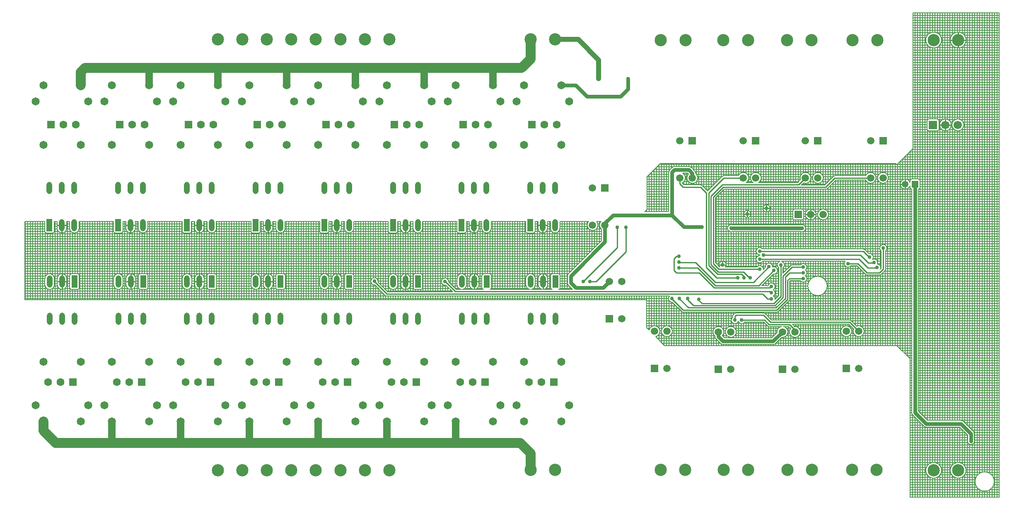
<source format=gbl>
%FSDAX24Y24*%
%MOIN*%
%SFA1B1*%

%IPPOS*%
%ADD10C,0.008000*%
%ADD11C,0.059100*%
%ADD29C,0.010000*%
%ADD30C,0.030000*%
%ADD31C,0.059100*%
%ADD32C,0.039400*%
%ADD35C,0.098400*%
%ADD36R,0.059100X0.059100*%
%ADD37C,0.065000*%
%ADD38C,0.063000*%
%ADD39R,0.063000X0.063000*%
%ADD40O,0.047200X0.098400*%
%ADD41R,0.047200X0.098400*%
%ADD42R,0.059100X0.059100*%
%ADD43R,0.053100X0.053100*%
%ADD44C,0.053100*%
%ADD45C,0.066900*%
%ADD46R,0.066900X0.066900*%
%ADD47C,0.030000*%
%ADD48C,0.078700*%
%LNde-020224-1*%
%LPD*%
G54D10*
X085901Y047000D02*
D01*
X085899Y047044*
X085894Y047087*
X085887Y047131*
X085876Y047174*
X085862Y047216*
X085846Y047257*
X085827Y047296*
X085804Y047334*
X085780Y047371*
X085753Y047406*
X085723Y047439*
X085691Y047469*
X085658Y047498*
X085622Y047523*
X085585Y047547*
X085546Y047568*
X085505Y047585*
X085464Y047601*
X085421Y047613*
X085378Y047622*
X085335Y047628*
X085291Y047631*
X085246*
X085202Y047628*
X085159Y047622*
X085116Y047613*
X085073Y047601*
X085032Y047585*
X084991Y047568*
X084953Y047547*
X084915Y047523*
X084879Y047498*
X084846Y047469*
X084814Y047439*
X084784Y047406*
X084757Y047371*
X084733Y047334*
X084710Y047296*
X084691Y047257*
X084675Y047216*
X084661Y047174*
X084650Y047131*
X084643Y047087*
X084638Y047044*
X084637Y047000*
X084638Y046955*
X084643Y046912*
X084650Y046868*
X084661Y046825*
X084675Y046783*
X084691Y046742*
X084710Y046703*
X084733Y046665*
X084757Y046628*
X084784Y046593*
X084814Y046560*
X084846Y046530*
X084879Y046501*
X084915Y046476*
X084953Y046452*
X084991Y046431*
X085032Y046414*
X085073Y046398*
X085116Y046386*
X085159Y046377*
X085202Y046371*
X085246Y046368*
X085291*
X085335Y046371*
X085378Y046377*
X085421Y046386*
X085464Y046398*
X085505Y046414*
X085546Y046431*
X085585Y046452*
X085622Y046476*
X085658Y046501*
X085691Y046530*
X085723Y046560*
X085753Y046593*
X085780Y046628*
X085804Y046665*
X085827Y046703*
X085846Y046742*
X085862Y046783*
X085876Y046825*
X085887Y046868*
X085894Y046912*
X085899Y046955*
X085901Y047000*
X083932D02*
D01*
X083930Y047044*
X083925Y047087*
X083918Y047131*
X083907Y047174*
X083893Y047216*
X083877Y047257*
X083858Y047296*
X083835Y047334*
X083811Y047371*
X083784Y047406*
X083754Y047439*
X083722Y047469*
X083689Y047498*
X083653Y047523*
X083616Y047547*
X083577Y047568*
X083536Y047585*
X083495Y047601*
X083452Y047613*
X083409Y047622*
X083366Y047628*
X083322Y047631*
X083277*
X083233Y047628*
X083190Y047622*
X083147Y047613*
X083104Y047601*
X083063Y047585*
X083022Y047568*
X082984Y047547*
X082946Y047523*
X082910Y047498*
X082877Y047469*
X082845Y047439*
X082815Y047406*
X082788Y047371*
X082764Y047334*
X082741Y047296*
X082722Y047257*
X082706Y047216*
X082692Y047174*
X082681Y047131*
X082674Y047087*
X082669Y047044*
X082668Y047000*
X082669Y046955*
X082674Y046912*
X082681Y046868*
X082692Y046825*
X082706Y046783*
X082722Y046742*
X082741Y046703*
X082764Y046665*
X082788Y046628*
X082815Y046593*
X082845Y046560*
X082877Y046530*
X082910Y046501*
X082946Y046476*
X082984Y046452*
X083022Y046431*
X083063Y046414*
X083104Y046398*
X083147Y046386*
X083190Y046377*
X083233Y046371*
X083277Y046368*
X083322*
X083366Y046371*
X083409Y046377*
X083452Y046386*
X083495Y046398*
X083536Y046414*
X083577Y046431*
X083616Y046452*
X083653Y046476*
X083689Y046501*
X083722Y046530*
X083754Y046560*
X083784Y046593*
X083811Y046628*
X083835Y046665*
X083858Y046703*
X083877Y046742*
X083893Y046783*
X083907Y046825*
X083918Y046868*
X083925Y046912*
X083930Y046955*
X083932Y047000*
X085725Y040167D02*
D01*
X085723Y040200*
X085720Y040233*
X085714Y040265*
X085706Y040297*
X085696Y040329*
X085683Y040360*
X085669Y040389*
X085652Y040418*
X085634Y040446*
X085613Y040472*
X085591Y040496*
X085567Y040519*
X085542Y040541*
X085515Y040560*
X085487Y040578*
X085458Y040593*
X085427Y040607*
X085396Y040618*
X085364Y040627*
X085332Y040634*
X085299Y040639*
X085266Y040641*
X085233*
X085200Y040639*
X085167Y040634*
X085135Y040627*
X085103Y040618*
X085072Y040607*
X085041Y040593*
X085012Y040578*
X084984Y040560*
X084957Y040541*
X084932Y040519*
X084908Y040496*
X084886Y040472*
X084865Y040446*
X084847Y040418*
X084830Y040389*
X084816Y040360*
X084803Y040329*
X084793Y040297*
X084785Y040265*
X084779Y040233*
X084776Y040200*
X084775Y040167*
X084776Y040133*
X084779Y040100*
X084785Y040068*
X084793Y040036*
X084803Y040004*
X084816Y039973*
X084830Y039944*
X084847Y039915*
X084865Y039887*
X084886Y039861*
X084908Y039837*
X084932Y039814*
X084957Y039792*
X084984Y039773*
X085012Y039755*
X085041Y039740*
X085072Y039726*
X085103Y039715*
X085135Y039706*
X085167Y039699*
X085200Y039694*
X085233Y039692*
X085266*
X085299Y039694*
X085332Y039699*
X085364Y039706*
X085396Y039715*
X085427Y039726*
X085458Y039740*
X085487Y039755*
X085515Y039773*
X085542Y039792*
X085567Y039814*
X085591Y039837*
X085613Y039861*
X085634Y039887*
X085652Y039915*
X085669Y039944*
X085683Y039973*
X085696Y040004*
X085706Y040036*
X085714Y040068*
X085720Y040100*
X085723Y040133*
X085725Y040167*
X084725D02*
D01*
X084723Y040200*
X084720Y040233*
X084714Y040265*
X084706Y040297*
X084696Y040329*
X084683Y040360*
X084669Y040389*
X084652Y040418*
X084634Y040446*
X084613Y040472*
X084591Y040496*
X084567Y040519*
X084542Y040541*
X084515Y040560*
X084487Y040578*
X084458Y040593*
X084427Y040607*
X084396Y040618*
X084364Y040627*
X084332Y040634*
X084299Y040639*
X084266Y040641*
X084233*
X084200Y040639*
X084167Y040634*
X084135Y040627*
X084103Y040618*
X084072Y040607*
X084041Y040593*
X084012Y040578*
X083984Y040560*
X083957Y040541*
X083932Y040519*
X083908Y040496*
X083886Y040472*
X083865Y040446*
X083847Y040418*
X083830Y040389*
X083816Y040360*
X083803Y040329*
X083793Y040297*
X083785Y040265*
X083779Y040233*
X083776Y040200*
X083775Y040167*
X083776Y040133*
X083779Y040100*
X083785Y040068*
X083793Y040036*
X083803Y040004*
X083816Y039973*
X083830Y039944*
X083847Y039915*
X083865Y039887*
X083886Y039861*
X083908Y039837*
X083932Y039814*
X083957Y039792*
X083984Y039773*
X084012Y039755*
X084041Y039740*
X084072Y039726*
X084103Y039715*
X084135Y039706*
X084167Y039699*
X084200Y039694*
X084233Y039692*
X084266*
X084299Y039694*
X084332Y039699*
X084364Y039706*
X084396Y039715*
X084427Y039726*
X084458Y039740*
X084487Y039755*
X084515Y039773*
X084542Y039792*
X084567Y039814*
X084591Y039837*
X084613Y039861*
X084634Y039887*
X084652Y039915*
X084669Y039944*
X084683Y039973*
X084696Y040004*
X084706Y040036*
X084714Y040068*
X084720Y040100*
X084723Y040133*
X084725Y040167*
X083725Y040501D02*
D01*
X083724Y040510*
X083723Y040520*
X083721Y040530*
X083719Y040539*
X083716Y040548*
X083712Y040557*
X083708Y040566*
X083703Y040575*
X083698Y040583*
X083692Y040590*
X083685Y040598*
X083678Y040605*
X083671Y040611*
X083663Y040617*
X083655Y040622*
X083646Y040626*
X083637Y040630*
X083628Y040634*
X083618Y040636*
X083609Y040638*
X083599Y040640*
X083589Y040640*
X083585Y040641*
X082915D02*
D01*
X082905Y040640*
X082895Y040639*
X082885Y040637*
X082876Y040635*
X082867Y040632*
X082858Y040628*
X082849Y040624*
X082840Y040619*
X082832Y040614*
X082825Y040608*
X082817Y040601*
X082810Y040594*
X082804Y040587*
X082798Y040579*
X082793Y040571*
X082789Y040562*
X082785Y040553*
X082781Y040544*
X082779Y040534*
X082777Y040525*
X082775Y040515*
X082775Y040505*
X082775Y040501*
X083585Y039692D02*
D01*
X083594Y039692*
X083604Y039693*
X083614Y039695*
X083623Y039697*
X083632Y039700*
X083641Y039704*
X083650Y039708*
X083659Y039713*
X083667Y039718*
X083674Y039724*
X083682Y039731*
X083689Y039738*
X083695Y039745*
X083701Y039753*
X083706Y039762*
X083710Y039770*
X083714Y039779*
X083718Y039788*
X083720Y039798*
X083722Y039807*
X083724Y039817*
X083724Y039827*
X083725Y039832*
X082775D02*
D01*
X082775Y039822*
X082776Y039812*
X082778Y039802*
X082780Y039793*
X082783Y039784*
X082787Y039775*
X082791Y039766*
X082796Y039757*
X082801Y039749*
X082807Y039742*
X082814Y039734*
X082821Y039727*
X082828Y039721*
X082836Y039715*
X082845Y039710*
X082853Y039706*
X082862Y039702*
X082871Y039698*
X082881Y039696*
X082890Y039694*
X082900Y039692*
X082910Y039692*
X082915Y039692*
X082070Y034994D02*
D01*
X082079Y034994*
X082089Y034995*
X082099Y034997*
X082108Y035000*
X082117Y035003*
X082126Y035007*
X082135Y035012*
X082143Y035017*
X082151Y035023*
X082159Y035029*
X082166Y035036*
X082172Y035043*
X082178Y035050*
X082184Y035059*
X082189Y035067*
X082193Y035076*
X082197Y035085*
X082200Y035094*
X082202Y035104*
X082204Y035113*
X082205Y035123*
X082206Y035133*
X082206Y035134*
Y035666D02*
D01*
X082205Y035675*
X082204Y035685*
X082202Y035695*
X082200Y035704*
X082197Y035713*
X082193Y035722*
X082189Y035731*
X082184Y035740*
X082179Y035748*
X082173Y035755*
X082166Y035763*
X082159Y035770*
X082152Y035776*
X082144Y035782*
X082136Y035787*
X082127Y035791*
X082118Y035795*
X082109Y035799*
X082099Y035801*
X082090Y035803*
X082080Y035805*
X082070Y035805*
X082066Y035806*
X081534D02*
D01*
X081524Y035805*
X081514Y035804*
X081504Y035802*
X081495Y035800*
X081486Y035797*
X081477Y035793*
X081468Y035789*
X081459Y035784*
X081451Y035779*
X081444Y035773*
X081436Y035766*
X081429Y035759*
X081423Y035752*
X081417Y035744*
X081412Y035736*
X081408Y035727*
X081404Y035718*
X081400Y035709*
X081398Y035699*
X081396Y035690*
X081394Y035680*
X081394Y035670*
X081394Y035666*
Y035538D02*
D01*
X081383Y035564*
X081371Y035589*
X081356Y035614*
X081341Y035637*
X081323Y035660*
X081304Y035681*
X081284Y035701*
X081262Y035719*
X081239Y035736*
X081215Y035751*
X081190Y035764*
X081165Y035776*
X081138Y035785*
X081111Y035793*
X081083Y035799*
X081055Y035803*
X081027Y035805*
X080998Y035805*
X080970Y035804*
X080942Y035800*
X080914Y035794*
X080887Y035786*
X080860Y035776*
X080834Y035765*
X080809Y035752*
X080785Y035737*
X080762Y035720*
X080740Y035702*
X080720Y035682*
X080701Y035661*
X080683Y035639*
X080668Y035616*
X080653Y035591*
X080641Y035566*
X080630Y035539*
X080621Y035512*
X080614Y035485*
X080609Y035457*
X080606Y035429*
X080605Y035400*
X080606Y035372*
X080609Y035344*
X080614Y035316*
X080621Y035288*
X080630Y035262*
X080640Y035235*
X080652Y035210*
X080667Y035185*
X080682Y035162*
X080700Y035139*
X080719Y035118*
X080739Y035098*
X080761Y035080*
X080784Y035063*
X080808Y035048*
X080833Y035035*
X080858Y035023*
X080885Y035014*
X080912Y035006*
X080940Y035000*
X080968Y034996*
X080996Y034994*
X081025Y034994*
X081053Y034995*
X081081Y034999*
X081109Y035005*
X081136Y035013*
X081163Y035023*
X081189Y035034*
X081214Y035047*
X081238Y035062*
X081261Y035079*
X081283Y035097*
X081303Y035117*
X081322Y035138*
X081340Y035160*
X081355Y035183*
X081370Y035208*
X081382Y035233*
X081393Y035260*
X081394Y035262*
Y035134D02*
D01*
X081394Y035124*
X081395Y035114*
X081397Y035104*
X081399Y035095*
X081402Y035086*
X081406Y035077*
X081410Y035068*
X081415Y035059*
X081420Y035051*
X081426Y035044*
X081433Y035036*
X081440Y035029*
X081447Y035023*
X081455Y035017*
X081464Y035012*
X081472Y035008*
X081481Y035004*
X081490Y035000*
X081500Y034998*
X081509Y034996*
X081519Y034994*
X081529Y034994*
X081530Y034994*
X079420Y030015D02*
D01*
X079435Y030027*
X079451Y030040*
X079465Y030055*
X079478Y030070*
X079490Y030087*
X079500Y030104*
X079510Y030122*
X079518Y030140*
X079525Y030159*
X079531Y030179*
X079535Y030199*
X079538Y030219*
X079539Y030239*
X079540Y030250*
D01*
X079539Y030270*
X079537Y030290*
X079533Y030310*
X079528Y030329*
X079522Y030349*
X079514Y030367*
X079506Y030386*
X079495Y030403*
X079484Y030420*
X079472Y030436*
X079458Y030451*
X079444Y030465*
X079428Y030478*
X079412Y030490*
X079395Y030501*
X079377Y030510*
X079358Y030518*
X079339Y030525*
X079320Y030531*
X079300Y030535*
X079280Y030538*
X079260Y030539*
X079239*
X079219Y030538*
X079199Y030535*
X079179Y030531*
X079160Y030525*
X079141Y030518*
X079122Y030510*
X079105Y030501*
X079087Y030490*
X079071Y030478*
X079055Y030465*
X079041Y030451*
X079027Y030436*
X079015Y030420*
X079004Y030403*
X078993Y030386*
X078985Y030367*
X078977Y030349*
X078971Y030329*
X078966Y030310*
X078962Y030290*
X078960Y030270*
X078960Y030250*
X078960Y030229*
X078962Y030209*
X078966Y030189*
X078971Y030170*
X078977Y030150*
X078985Y030132*
X078993Y030113*
X079004Y030096*
X079015Y030079*
X079027Y030063*
X079041Y030048*
X079055Y030034*
X079071Y030021*
X079080Y030015*
X079654Y035900D02*
D01*
X079652Y035930*
X079649Y035960*
X079644Y035990*
X079637Y036019*
X079627Y036048*
X079616Y036076*
X079603Y036104*
X079587Y036130*
X079570Y036155*
X079552Y036179*
X079531Y036202*
X079510Y036223*
X079486Y036242*
X079462Y036260*
X079436Y036276*
X079409Y036290*
X079381Y036303*
X079353Y036313*
X079324Y036322*
X079294Y036328*
X079264Y036332*
X079234Y036334*
X079203*
X079173Y036332*
X079143Y036328*
X079113Y036322*
X079084Y036313*
X079056Y036303*
X079028Y036290*
X079001Y036276*
X078975Y036260*
X078951Y036242*
X078927Y036223*
X078906Y036202*
X078885Y036179*
X078867Y036155*
X078850Y036130*
X078834Y036104*
X078821Y036076*
X078810Y036048*
X078800Y036019*
X078793Y035990*
X078788Y035960*
X078785Y035930*
X078784Y035900*
X078785Y035869*
X078788Y035839*
X078793Y035809*
X078800Y035780*
X078810Y035751*
X078821Y035723*
X078834Y035695*
X078850Y035669*
X078867Y035644*
X078885Y035620*
X078906Y035597*
X078927Y035576*
X078951Y035557*
X078975Y035539*
X079001Y035523*
X079028Y035509*
X079056Y035496*
X079084Y035486*
X079113Y035477*
X079143Y035471*
X079173Y035467*
X079203Y035465*
X079234*
X079264Y035467*
X079294Y035471*
X079324Y035477*
X079353Y035486*
X079381Y035496*
X079409Y035509*
X079436Y035523*
X079462Y035539*
X079486Y035557*
X079510Y035576*
X079531Y035597*
X079552Y035620*
X079570Y035644*
X079587Y035669*
X079603Y035695*
X079616Y035723*
X079627Y035751*
X079637Y035780*
X079644Y035809*
X079649Y035839*
X079652Y035869*
X079654Y035900*
X078654D02*
D01*
X078652Y035930*
X078649Y035960*
X078644Y035990*
X078637Y036019*
X078627Y036048*
X078616Y036076*
X078603Y036104*
X078587Y036130*
X078570Y036155*
X078552Y036179*
X078531Y036202*
X078510Y036223*
X078486Y036242*
X078462Y036260*
X078436Y036276*
X078409Y036290*
X078381Y036303*
X078353Y036313*
X078324Y036322*
X078294Y036328*
X078264Y036332*
X078234Y036334*
X078203*
X078173Y036332*
X078143Y036328*
X078113Y036322*
X078084Y036313*
X078056Y036303*
X078028Y036290*
X078001Y036276*
X077975Y036260*
X077951Y036242*
X077927Y036223*
X077906Y036202*
X077885Y036179*
X077867Y036155*
X077850Y036130*
X077834Y036104*
X077821Y036076*
X077818Y036070*
Y035730D02*
D01*
X077830Y035702*
X077845Y035675*
X077862Y035650*
X077880Y035626*
X077900Y035603*
X077921Y035581*
X077944Y035561*
X077969Y035543*
X077994Y035526*
X078021Y035512*
X078048Y035499*
X078077Y035488*
X078106Y035479*
X078135Y035472*
X078165Y035467*
X078196Y035465*
X078226Y035464*
X078256Y035466*
X078286Y035469*
X078316Y035475*
X078346Y035483*
X078374Y035493*
X078402Y035505*
X078429Y035518*
X078456Y035534*
X078480Y035552*
X078504Y035571*
X078526Y035591*
X078547Y035614*
X078566Y035637*
X078584Y035662*
X078599Y035688*
X078613Y035715*
X078625Y035743*
X078635Y035772*
X078643Y035801*
X078649Y035831*
X078652Y035861*
X078654Y035892*
X078654Y035900*
X078440Y029525D02*
D01*
X078439Y029545*
X078437Y029565*
X078433Y029585*
X078428Y029604*
X078422Y029624*
X078414Y029642*
X078406Y029661*
X078395Y029678*
X078384Y029695*
X078372Y029711*
X078358Y029726*
X078344Y029740*
X078328Y029753*
X078312Y029765*
X078295Y029776*
X078277Y029785*
X078258Y029793*
X078239Y029800*
X078220Y029806*
X078200Y029810*
X078180Y029813*
X078160Y029814*
X078139*
X078119Y029813*
X078099Y029810*
X078083Y029807*
X079040Y028675D02*
D01*
X079039Y028695*
X079037Y028715*
X079033Y028735*
X079028Y028754*
X079022Y028774*
X079014Y028792*
X079006Y028811*
X078995Y028828*
X078984Y028845*
X078972Y028861*
X078958Y028876*
X078944Y028890*
X078928Y028903*
X078912Y028915*
X078895Y028926*
X078877Y028935*
X078858Y028943*
X078839Y028950*
X078820Y028956*
X078800Y028960*
X078780Y028963*
X078768Y028964*
D01*
X078775Y028982*
X078780Y029002*
X078785Y029022*
X078788Y029042*
X078789Y029062*
X078790Y029075*
D01*
X078789Y029095*
X078787Y029115*
X078783Y029135*
X078778Y029154*
X078772Y029174*
X078764Y029192*
X078756Y029211*
X078745Y029228*
X078734Y029245*
X078722Y029261*
X078708Y029276*
X078694Y029290*
X078678Y029303*
X078662Y029315*
X078645Y029326*
X078627Y029335*
X078608Y029343*
X078589Y029350*
X078570Y029356*
X078550Y029360*
X078530Y029363*
X078510Y029364*
X078489*
X078469Y029363*
X078449Y029360*
X078429Y029356*
X078410Y029350*
X078391Y029343*
X078372Y029335*
X078367Y029333*
D01*
X078379Y029348*
X078391Y029365*
X078402Y029382*
X078411Y029400*
X078419Y029418*
X078426Y029437*
X078431Y029457*
X078435Y029477*
X078438Y029497*
X078439Y029517*
X078440Y029525*
X077770Y030120D02*
D01*
X077761Y030128*
X077752Y030135*
X077742Y030142*
X077732Y030148*
X077721Y030153*
X077710Y030158*
X077699Y030162*
X077688Y030165*
X077676Y030167*
X077664Y030169*
X077652Y030169*
X077650Y030170*
X077770Y030120D02*
D01*
X077761Y030128*
X077752Y030135*
X077742Y030142*
X077732Y030148*
X077721Y030153*
X077710Y030158*
X077699Y030162*
X077688Y030165*
X077676Y030167*
X077664Y030169*
X077652Y030169*
X077650Y030170*
X076173Y029180D02*
D01*
X076160Y029163*
X076150Y029146*
X076140Y029128*
X076132Y029110*
X076125Y029091*
X076119Y029072*
X076115Y029052*
X076112Y029032*
X076110Y029012*
X076110Y028991*
X076111Y028971*
X076114Y028951*
X076118Y028931*
X076123Y028912*
X076130Y028893*
X076138Y028874*
X076148Y028856*
X076158Y028839*
X076170Y028823*
X076183Y028807*
X076197Y028793*
X076212Y028779*
X076228Y028766*
X076244Y028755*
X076262Y028745*
X076280Y028736*
X076298Y028728*
X076318Y028722*
X076337Y028717*
X076357Y028713*
X076377Y028711*
X076397Y028710*
X076418Y028710*
X076438Y028712*
X076458Y028716*
X076477Y028720*
X076497Y028727*
X076515Y028734*
X076534Y028743*
X076551Y028753*
X076568Y028764*
X076584Y028776*
X076599Y028790*
X076613Y028804*
X076627Y028820*
X076635Y028830*
X075350Y036070D02*
D01*
X075338Y036069*
X075326Y036068*
X075314Y036066*
X075303Y036063*
X075291Y036059*
X075280Y036055*
X075270Y036050*
X075259Y036044*
X075250Y036037*
X075240Y036030*
X075231Y036022*
X075230Y036020*
X075350Y036070D02*
D01*
X075338Y036069*
X075326Y036068*
X075314Y036066*
X075303Y036063*
X075291Y036059*
X075280Y036055*
X075270Y036050*
X075259Y036044*
X075250Y036037*
X075240Y036030*
X075231Y036022*
X075230Y036020*
X074420Y035900D02*
D01*
X074418Y035930*
X074415Y035960*
X074410Y035990*
X074403Y036019*
X074393Y036048*
X074382Y036076*
X074369Y036104*
X074353Y036130*
X074336Y036155*
X074318Y036179*
X074297Y036202*
X074276Y036223*
X074252Y036242*
X074228Y036260*
X074202Y036276*
X074175Y036290*
X074147Y036303*
X074119Y036313*
X074090Y036322*
X074060Y036328*
X074030Y036332*
X074000Y036334*
X073969*
X073939Y036332*
X073909Y036328*
X073879Y036322*
X073850Y036313*
X073822Y036303*
X073794Y036290*
X073767Y036276*
X073741Y036260*
X073717Y036242*
X073693Y036223*
X073672Y036202*
X073651Y036179*
X073633Y036155*
X073616Y036130*
X073600Y036104*
X073587Y036076*
X073576Y036048*
X073566Y036019*
X073559Y035990*
X073554Y035960*
X073551Y035930*
X073550Y035900*
X073551Y035869*
X073554Y035839*
X073559Y035809*
X073566Y035780*
X073576Y035751*
X073587Y035723*
X073600Y035695*
X073616Y035669*
X073633Y035644*
X073651Y035620*
X073672Y035597*
X073693Y035576*
X073717Y035557*
X073741Y035539*
X073767Y035523*
X073794Y035509*
X073822Y035496*
X073850Y035486*
X073879Y035477*
X073909Y035471*
X073939Y035467*
X073969Y035465*
X074000*
X074030Y035467*
X074060Y035471*
X074090Y035477*
X074119Y035486*
X074147Y035496*
X074175Y035509*
X074202Y035523*
X074228Y035539*
X074252Y035557*
X074276Y035576*
X074297Y035597*
X074318Y035620*
X074336Y035644*
X074353Y035669*
X074369Y035695*
X074382Y035723*
X074393Y035751*
X074403Y035780*
X074410Y035809*
X074415Y035839*
X074418Y035869*
X074420Y035900*
X073420D02*
D01*
X073418Y035930*
X073415Y035960*
X073410Y035990*
X073403Y036019*
X073393Y036048*
X073382Y036076*
X073369Y036104*
X073353Y036130*
X073336Y036155*
X073318Y036179*
X073297Y036202*
X073276Y036223*
X073252Y036242*
X073228Y036260*
X073202Y036276*
X073175Y036290*
X073147Y036303*
X073119Y036313*
X073090Y036322*
X073060Y036328*
X073030Y036332*
X073000Y036334*
X072969*
X072939Y036332*
X072909Y036328*
X072879Y036322*
X072850Y036313*
X072822Y036303*
X072794Y036290*
X072767Y036276*
X072741Y036260*
X072717Y036242*
X072693Y036223*
X072672Y036202*
X072651Y036179*
X072633Y036155*
X072616Y036130*
X072600Y036104*
X072587Y036076*
X072576Y036048*
X072566Y036019*
X072559Y035990*
X072554Y035960*
X072551Y035930*
X072550Y035900*
X072551Y035869*
X072554Y035839*
X072559Y035809*
X072566Y035780*
X072576Y035751*
X072581Y035737*
X072821Y035496D02*
D01*
X072849Y035485*
X072878Y035477*
X072908Y035470*
X072938Y035466*
X072969Y035464*
X072999Y035464*
X073029Y035466*
X073059Y035471*
X073089Y035477*
X073118Y035485*
X073147Y035496*
X073175Y035508*
X073202Y035522*
X073227Y035538*
X073252Y035556*
X073275Y035576*
X073297Y035597*
X073317Y035620*
X073336Y035644*
X073353Y035669*
X073368Y035695*
X073382Y035722*
X073393Y035751*
X073402Y035780*
X073410Y035809*
X073415Y035839*
X073418Y035869*
X073420Y035900*
X074600Y034980D02*
D01*
X074611Y034980*
X074623Y034981*
X074635Y034983*
X074646Y034986*
X074658Y034990*
X074669Y034994*
X074679Y034999*
X074690Y035005*
X074699Y035012*
X074709Y035019*
X074718Y035027*
X074720Y035030*
X074600Y034980D02*
D01*
X074611Y034980*
X074623Y034981*
X074635Y034983*
X074646Y034986*
X074658Y034990*
X074669Y034994*
X074679Y034999*
X074690Y035005*
X074699Y035012*
X074709Y035019*
X074718Y035027*
X074720Y035030*
X069420Y035900D02*
D01*
X069418Y035930*
X069415Y035960*
X069410Y035990*
X069403Y036019*
X069393Y036048*
X069382Y036076*
X069369Y036104*
X069353Y036130*
X069336Y036155*
X069318Y036179*
X069297Y036202*
X069276Y036223*
X069252Y036242*
X069228Y036260*
X069202Y036276*
X069175Y036290*
X069147Y036303*
X069119Y036313*
X069090Y036322*
X069060Y036328*
X069030Y036332*
X069000Y036334*
X068969*
X068939Y036332*
X068909Y036328*
X068879Y036322*
X068850Y036313*
X068822Y036303*
X068794Y036290*
X068767Y036276*
X068741Y036260*
X068717Y036242*
X068693Y036223*
X068672Y036202*
X068651Y036179*
X068633Y036155*
X068616Y036130*
X068600Y036104*
X068587Y036076*
X068576Y036048*
X068566Y036019*
X068559Y035990*
X068554Y035960*
X068551Y035930*
X068550Y035900*
X068551Y035869*
X068554Y035839*
X068559Y035809*
X068566Y035780*
X068576Y035751*
X068587Y035723*
X068600Y035695*
X068616Y035669*
X068633Y035644*
X068651Y035620*
X068672Y035597*
X068693Y035576*
X068717Y035557*
X068741Y035539*
X068767Y035523*
X068772Y035520*
X068420Y035900D02*
D01*
X068418Y035930*
X068415Y035960*
X068410Y035990*
X068403Y036019*
X068393Y036048*
X068382Y036076*
X068369Y036104*
X068353Y036130*
X068336Y036155*
X068318Y036179*
X068297Y036202*
X068276Y036223*
X068252Y036242*
X068228Y036260*
X068202Y036276*
X068175Y036290*
X068147Y036303*
X068119Y036313*
X068090Y036322*
X068060Y036328*
X068030Y036332*
X068000Y036334*
X067969*
X067939Y036332*
X067909Y036328*
X067879Y036322*
X067850Y036313*
X067822Y036303*
X067794Y036290*
X067767Y036276*
X067741Y036260*
X067717Y036242*
X067693Y036223*
X067672Y036202*
X067651Y036179*
X067633Y036155*
X067616Y036130*
X067600Y036104*
X067587Y036076*
X067584Y036070*
X066400D02*
D01*
X066388Y036069*
X066376Y036068*
X066364Y036066*
X066353Y036063*
X066341Y036059*
X066330Y036055*
X066320Y036050*
X066309Y036044*
X066300Y036037*
X066290Y036030*
X066281Y036022*
X066280Y036020*
X066400Y036070D02*
D01*
X066388Y036069*
X066376Y036068*
X066364Y036066*
X066353Y036063*
X066341Y036059*
X066330Y036055*
X066320Y036050*
X066309Y036044*
X066300Y036037*
X066290Y036030*
X066281Y036022*
X066280Y036020*
X069197Y035520D02*
D01*
X069222Y035535*
X069247Y035553*
X069271Y035572*
X069293Y035593*
X069314Y035615*
X069333Y035639*
X069350Y035664*
X069366Y035690*
X069379Y035717*
X069391Y035745*
X069401Y035773*
X069409Y035803*
X069414Y035833*
X069418Y035863*
X069420Y035893*
X069420Y035900*
X068197Y035520D02*
D01*
X068222Y035535*
X068247Y035553*
X068271Y035572*
X068293Y035593*
X068314Y035615*
X068333Y035639*
X068350Y035664*
X068366Y035690*
X068379Y035717*
X068391Y035745*
X068401Y035773*
X068409Y035803*
X068414Y035833*
X068418Y035863*
X068420Y035893*
X068420Y035900*
X074835Y032950D02*
D01*
X074833Y032980*
X074830Y033010*
X074825Y033040*
X074818Y033069*
X074808Y033098*
X074797Y033126*
X074784Y033154*
X074768Y033180*
X074751Y033205*
X074733Y033229*
X074712Y033252*
X074691Y033273*
X074667Y033292*
X074643Y033310*
X074617Y033326*
X074590Y033340*
X074562Y033353*
X074534Y033363*
X074505Y033372*
X074475Y033378*
X074445Y033382*
X074415Y033384*
X074384*
X074354Y033382*
X074324Y033378*
X074294Y033372*
X074265Y033363*
X074237Y033353*
X074209Y033340*
X074182Y033326*
X074156Y033310*
X074132Y033292*
X074108Y033273*
X074087Y033252*
X074066Y033229*
X074048Y033205*
X074031Y033180*
X074015Y033154*
X074002Y033126*
X073991Y033098*
X073981Y033069*
X073974Y033040*
X073969Y033010*
X073966Y032980*
X073965Y032950*
X073966Y032919*
X073969Y032889*
X073974Y032859*
X073981Y032830*
X073991Y032801*
X074002Y032773*
X074015Y032745*
X074031Y032719*
X074048Y032694*
X074066Y032670*
X074087Y032647*
X074108Y032626*
X074132Y032607*
X074156Y032589*
X074182Y032573*
X074209Y032559*
X074237Y032546*
X074265Y032536*
X074294Y032527*
X074324Y032521*
X074354Y032517*
X074384Y032515*
X074415*
X074445Y032517*
X074475Y032521*
X074505Y032527*
X074534Y032536*
X074562Y032546*
X074590Y032559*
X074617Y032573*
X074643Y032589*
X074667Y032607*
X074691Y032626*
X074712Y032647*
X074733Y032670*
X074751Y032694*
X074768Y032719*
X074784Y032745*
X074797Y032773*
X074808Y032801*
X074818Y032830*
X074825Y032859*
X074830Y032889*
X074833Y032919*
X074835Y032950*
X073835D02*
D01*
X073833Y032980*
X073830Y033010*
X073825Y033040*
X073818Y033069*
X073808Y033098*
X073797Y033126*
X073784Y033154*
X073768Y033180*
X073751Y033205*
X073733Y033229*
X073712Y033252*
X073691Y033273*
X073667Y033292*
X073643Y033310*
X073617Y033326*
X073590Y033340*
X073562Y033353*
X073534Y033363*
X073505Y033372*
X073475Y033378*
X073445Y033382*
X073415Y033384*
X073384*
X073354Y033382*
X073324Y033378*
X073294Y033372*
X073265Y033363*
X073237Y033353*
X073209Y033340*
X073182Y033326*
X073156Y033310*
X073132Y033292*
X073108Y033273*
X073087Y033252*
X073066Y033229*
X073048Y033205*
X073031Y033180*
X073015Y033154*
X073002Y033126*
X072991Y033098*
X072981Y033069*
X072974Y033040*
X072969Y033010*
X072966Y032980*
X072965Y032950*
X072966Y032919*
X072969Y032889*
X072974Y032859*
X072981Y032830*
X072991Y032801*
X073002Y032773*
X073015Y032745*
X073031Y032719*
X073048Y032694*
X073066Y032670*
X073087Y032647*
X073108Y032626*
X073132Y032607*
X073156Y032589*
X073182Y032573*
X073209Y032559*
X073237Y032546*
X073265Y032536*
X073294Y032527*
X073324Y032521*
X073354Y032517*
X073384Y032515*
X073415*
X073445Y032517*
X073475Y032521*
X073505Y032527*
X073534Y032536*
X073562Y032546*
X073590Y032559*
X073617Y032573*
X073643Y032589*
X073667Y032607*
X073691Y032626*
X073712Y032647*
X073733Y032670*
X073751Y032694*
X073768Y032719*
X073784Y032745*
X073797Y032773*
X073808Y032801*
X073818Y032830*
X073825Y032859*
X073830Y032889*
X073833Y032919*
X073835Y032950*
X072835Y033245D02*
D01*
X072834Y033254*
X072833Y033264*
X072831Y033274*
X072829Y033283*
X072826Y033292*
X072822Y033301*
X072818Y033310*
X072813Y033319*
X072808Y033327*
X072802Y033334*
X072795Y033342*
X072788Y033349*
X072781Y033355*
X072773Y033361*
X072765Y033366*
X072756Y033370*
X072747Y033374*
X072738Y033378*
X072728Y033380*
X072719Y033382*
X072709Y033384*
X072699Y033384*
X072695Y033385*
X072105D02*
D01*
X072095Y033384*
X072085Y033383*
X072075Y033381*
X072066Y033379*
X072057Y033376*
X072048Y033372*
X072039Y033368*
X072030Y033363*
X072022Y033358*
X072015Y033352*
X072007Y033345*
X072000Y033338*
X071994Y033331*
X071988Y033323*
X071983Y033315*
X071979Y033306*
X071975Y033297*
X071971Y033288*
X071969Y033278*
X071967Y033269*
X071965Y033259*
X071965Y033249*
X071965Y033245*
X072695Y032515D02*
D01*
X072704Y032515*
X072714Y032516*
X072724Y032518*
X072733Y032520*
X072742Y032523*
X072751Y032527*
X072760Y032531*
X072769Y032536*
X072777Y032541*
X072784Y032547*
X072792Y032554*
X072799Y032561*
X072805Y032568*
X072811Y032576*
X072816Y032585*
X072820Y032593*
X072824Y032602*
X072828Y032611*
X072830Y032621*
X072832Y032630*
X072834Y032640*
X072834Y032650*
X072835Y032655*
X071965D02*
D01*
X071965Y032645*
X071966Y032635*
X071968Y032625*
X071970Y032616*
X071973Y032607*
X071977Y032598*
X071981Y032589*
X071986Y032580*
X071991Y032572*
X071997Y032565*
X072004Y032557*
X072011Y032550*
X072018Y032544*
X072026Y032538*
X072035Y032533*
X072043Y032529*
X072052Y032525*
X072061Y032521*
X072071Y032519*
X072080Y032517*
X072090Y032515*
X072100Y032515*
X072105Y032515*
X072990Y031850D02*
D01*
X072989Y031870*
X072987Y031890*
X072983Y031910*
X072978Y031929*
X072972Y031949*
X072964Y031967*
X072956Y031986*
X072945Y032003*
X072934Y032020*
X072922Y032036*
X072908Y032051*
X072894Y032065*
X072878Y032078*
X072862Y032090*
X072845Y032101*
X072827Y032110*
X072808Y032118*
X072789Y032125*
X072770Y032131*
X072750Y032135*
X072730Y032138*
X072710Y032139*
X072689*
X072669Y032138*
X072649Y032135*
X072629Y032131*
X072610Y032125*
X072594Y032120*
Y031580D02*
D01*
X072613Y031573*
X072632Y031567*
X072652Y031563*
X072672Y031561*
X072692Y031560*
X072712Y031560*
X072733Y031561*
X072753Y031564*
X072772Y031569*
X072792Y031575*
X072811Y031582*
X072829Y031590*
X072847Y031600*
X072864Y031611*
X072880Y031623*
X072896Y031636*
X072910Y031650*
X072924Y031665*
X072936Y031681*
X072947Y031698*
X072957Y031716*
X072966Y031734*
X072973Y031753*
X072979Y031772*
X072984Y031792*
X072987Y031812*
X072989Y031832*
X072990Y031850*
X073090Y028711D02*
D01*
X073089Y028731*
X073087Y028751*
X073083Y028771*
X073078Y028790*
X073072Y028810*
X073064Y028828*
X073056Y028847*
X073045Y028864*
X073034Y028881*
X073022Y028897*
X073008Y028912*
X072994Y028926*
X072978Y028939*
X072962Y028951*
X072945Y028962*
X072927Y028971*
X072908Y028979*
X072889Y028986*
X072870Y028992*
X072850Y028996*
X072830Y028999*
X072810Y029000*
X072789*
X072769Y028999*
X072749Y028996*
X072729Y028992*
X072710Y028986*
X072691Y028979*
X072672Y028971*
X072655Y028962*
X072637Y028951*
X072621Y028939*
X072605Y028926*
X072591Y028912*
X072577Y028897*
X072565Y028881*
X072565Y028881*
X071911D02*
D01*
X071899Y028880*
X071887Y028879*
X071875Y028877*
X071864Y028874*
X071852Y028870*
X071841Y028866*
X071831Y028861*
X071820Y028855*
X071811Y028848*
X071801Y028841*
X071792Y028833*
X071791Y028831*
X071911Y028881D02*
D01*
X071899Y028880*
X071887Y028879*
X071875Y028877*
X071864Y028874*
X071852Y028870*
X071841Y028866*
X071831Y028861*
X071820Y028855*
X071811Y028848*
X071801Y028841*
X071792Y028833*
X071791Y028831*
X071290Y028900D02*
D01*
X071289Y028920*
X071287Y028940*
X071283Y028960*
X071278Y028979*
X071272Y028999*
X071264Y029017*
X071256Y029036*
X071245Y029053*
X071234Y029070*
X071222Y029086*
X071208Y029101*
X071194Y029115*
X071178Y029128*
X071162Y029140*
X071145Y029151*
X071127Y029160*
X071108Y029168*
X071089Y029175*
X071076Y029180*
X070925D02*
D01*
X070905Y029174*
X070886Y029166*
X070868Y029158*
X070850Y029148*
X070833Y029137*
X070817Y029124*
X070802Y029111*
X070788Y029097*
X070774Y029081*
X070762Y029065*
X070751Y029048*
X070742Y029030*
X070733Y029012*
X070726Y028993*
X070720Y028974*
X070716Y028954*
X070712Y028934*
X070711Y028914*
X070710Y028893*
X070712Y028873*
X070714Y028853*
X070718Y028833*
X070723Y028814*
X070730Y028795*
X070738Y028776*
X070747Y028758*
X070758Y028741*
X070769Y028724*
X070782Y028708*
X070796Y028694*
X070811Y028680*
X070827Y028667*
X070830Y028665*
X071170D02*
D01*
X071185Y028677*
X071201Y028690*
X071215Y028705*
X071228Y028720*
X071240Y028737*
X071250Y028754*
X071260Y028772*
X071268Y028790*
X071275Y028809*
X071281Y028829*
X071285Y028849*
X071288Y028869*
X071289Y028889*
X071290Y028900*
X070338Y028718D02*
D01*
X070339Y028738*
X070340Y028750*
X070140Y033450D02*
D01*
X070139Y033470*
X070137Y033490*
X070133Y033510*
X070128Y033529*
X070122Y033549*
X070114Y033567*
X070106Y033586*
X070095Y033603*
X070084Y033620*
X070072Y033636*
X070058Y033651*
X070044Y033665*
X070028Y033678*
X070012Y033690*
X069995Y033701*
X069977Y033710*
X069958Y033718*
X069939Y033725*
X069920Y033731*
X069900Y033735*
X069880Y033738*
X069860Y033739*
X069839*
X069819Y033738*
X069799Y033735*
X069779Y033731*
X069760Y033725*
X069741Y033718*
X069722Y033710*
X069705Y033701*
X069687Y033690*
X069671Y033678*
X069655Y033665*
X069641Y033651*
X069627Y033636*
X069615Y033620*
X069604Y033603*
X069593Y033586*
X069585Y033567*
X069577Y033549*
X069571Y033529*
X069566Y033510*
X069562Y033490*
X069560Y033470*
X069560Y033450*
X069560Y033429*
X069562Y033409*
X069566Y033389*
X069571Y033370*
X069577Y033350*
X069585Y033332*
X069593Y033313*
X069604Y033296*
X069615Y033279*
X069627Y033263*
X069641Y033248*
X069655Y033234*
X069671Y033221*
X069687Y033209*
X069705Y033198*
X069722Y033189*
X069741Y033181*
X069760Y033174*
X069779Y033168*
X069799Y033164*
X069819Y033161*
X069839Y033160*
X069860*
X069880Y033161*
X069900Y033164*
X069920Y033168*
X069939Y033174*
X069958Y033181*
X069977Y033189*
X069995Y033198*
X070012Y033209*
X070028Y033221*
X070044Y033234*
X070058Y033248*
X070072Y033263*
X070084Y033279*
X070095Y033296*
X070106Y033313*
X070114Y033332*
X070122Y033350*
X070128Y033370*
X070133Y033389*
X070137Y033409*
X070139Y033429*
X070140Y033450*
X068590Y033000D02*
D01*
X068589Y033020*
X068587Y033040*
X068583Y033060*
X068578Y033079*
X068572Y033099*
X068564Y033117*
X068556Y033136*
X068545Y033153*
X068534Y033170*
X068522Y033186*
X068508Y033201*
X068494Y033215*
X068478Y033228*
X068462Y033240*
X068445Y033251*
X068427Y033260*
X068408Y033268*
X068389Y033275*
X068370Y033281*
X068350Y033285*
X068330Y033288*
X068310Y033289*
X068289*
X068269Y033288*
X068249Y033285*
X068229Y033281*
X068210Y033275*
X068191Y033268*
X068172Y033260*
X068155Y033251*
X068137Y033240*
X068121Y033228*
X068105Y033215*
X068091Y033201*
X068077Y033186*
X068065Y033170*
X068054Y033153*
X068043Y033136*
X068035Y033117*
X068027Y033099*
X068021Y033079*
X068016Y033060*
X068012Y033040*
X068010Y033020*
X068010Y033000*
X068010Y032979*
X068012Y032959*
X068016Y032939*
X068021Y032920*
X068027Y032900*
X068035Y032882*
X068043Y032863*
X068054Y032846*
X068065Y032829*
X068077Y032813*
X068091Y032798*
X068105Y032784*
X068121Y032771*
X068137Y032759*
X068155Y032748*
X068172Y032739*
X068191Y032731*
X068210Y032724*
X068229Y032718*
X068249Y032714*
X068269Y032711*
X068289Y032710*
X068310*
X068330Y032711*
X068350Y032714*
X068370Y032718*
X068389Y032724*
X068408Y032731*
X068427Y032739*
X068445Y032748*
X068462Y032759*
X068478Y032771*
X068494Y032784*
X068508Y032798*
X068522Y032813*
X068534Y032829*
X068545Y032846*
X068556Y032863*
X068564Y032882*
X068572Y032900*
X068578Y032920*
X068583Y032939*
X068587Y032959*
X068589Y032979*
X068590Y033000*
X067106Y032120D02*
D01*
X067086Y032126*
X067067Y032132*
X067047Y032136*
X067027Y032138*
X067007Y032139*
X066987Y032139*
X066966Y032138*
X066946Y032135*
X066927Y032130*
X066907Y032124*
X066888Y032117*
X066870Y032109*
X066852Y032099*
X066835Y032088*
X066819Y032076*
X066803Y032063*
X066789Y032049*
X066775Y032034*
X066763Y032018*
X066752Y032001*
X066742Y031983*
X066733Y031965*
X066726Y031946*
X066720Y031927*
X066715Y031907*
X066712Y031887*
X066710Y031867*
X066709Y031847*
X066710Y031826*
X066713Y031806*
X066716Y031786*
X066721Y031767*
X066728Y031748*
X066736Y031729*
X066745Y031711*
X066755Y031693*
X066767Y031677*
X066779Y031661*
X066793Y031646*
X066808Y031632*
X066823Y031619*
X066840Y031607*
X066857Y031597*
X066875Y031588*
X066894Y031580*
X066913Y031573*
X066932Y031567*
X066952Y031563*
X066972Y031561*
X066992Y031560*
X067012Y031560*
X067033Y031561*
X067053Y031564*
X067072Y031569*
X067092Y031575*
X067106Y031580*
X069535Y030170D02*
D01*
X069522Y030185*
X069509Y030201*
X069494Y030215*
X069479Y030228*
X069462Y030240*
X069445Y030250*
X069427Y030260*
X069409Y030268*
X069390Y030275*
X069370Y030281*
X069350Y030285*
X069330Y030288*
X069310Y030289*
X069290Y030289*
X069270Y030288*
X069250Y030285*
X069230Y030281*
X069210Y030276*
X069191Y030269*
X069173Y030260*
X069155Y030251*
X069138Y030240*
X069121Y030228*
X069106Y030215*
X069091Y030201*
X069078Y030186*
X069065Y030170*
X069054Y030154*
X069044Y030136*
X069035Y030118*
X069027Y030099*
X069021Y030080*
X069016Y030060*
X069012Y030040*
X069010Y030020*
X069009Y030000*
X069010Y029980*
X069012Y029960*
X069016Y029940*
X069021Y029920*
X069027Y029901*
X069034Y029882*
X069043Y029864*
X069053Y029846*
X069065Y029830*
X069077Y029814*
X069090Y029798*
X069105Y029784*
X069120Y029771*
X069137Y029759*
X069154Y029749*
X069172Y029739*
X069190Y029731*
X069209Y029724*
X069229Y029718*
X069249Y029714*
X069269Y029711*
X069289Y029710*
X069309Y029710*
X069310Y029710*
D01*
Y029689*
X069311Y029669*
X069314Y029649*
X069316Y029640*
D01*
X069295Y029640*
X069275Y029639*
X069255Y029636*
X069235Y029633*
X069215Y029627*
X069196Y029621*
X069177Y029613*
X069159Y029604*
X069142Y029594*
X069125Y029582*
X069110Y029569*
X069095Y029555*
X069081Y029541*
X069068Y029525*
X069056Y029508*
X069046Y029491*
X069037Y029473*
X069029Y029454*
X069022Y029435*
X069017Y029416*
X069013Y029396*
X069010Y029376*
X069009Y029355*
X069009Y029335*
X069011Y029315*
X069014Y029295*
X069019Y029275*
X069025Y029256*
X069032Y029237*
X069040Y029218*
X069050Y029201*
X069061Y029184*
X069073Y029167*
X069087Y029152*
X069101Y029138*
X069116Y029124*
X069132Y029112*
X069149Y029101*
X069167Y029091*
X069185Y029082*
X069204Y029075*
X069224Y029069*
X069243Y029065*
X069263Y029061*
X069284Y029060*
X069304Y029059*
X069324Y029060*
X069344Y029063*
X069364Y029066*
X069384Y029072*
X069403Y029078*
X069422Y029086*
X069440Y029095*
X069457Y029105*
X069474Y029117*
X069489Y029130*
X069504Y029144*
X069518Y029158*
X069531Y029174*
X069535Y029180*
X070340Y028750D02*
D01*
X070339Y028770*
X070337Y028790*
X070333Y028810*
X070328Y028829*
X070322Y028849*
X070314Y028867*
X070306Y028886*
X070295Y028903*
X070284Y028920*
X070272Y028936*
X070258Y028951*
X070244Y028965*
X070228Y028978*
X070212Y028990*
X070195Y029001*
X070177Y029010*
X070158Y029018*
X070139Y029025*
X070120Y029031*
X070100Y029035*
X070080Y029038*
X070060Y029039*
X070039*
X070019Y029038*
X069999Y029035*
X069979Y029031*
X069960Y029025*
X069941Y029018*
X069922Y029010*
X069905Y029001*
X069887Y028990*
X069871Y028978*
X069855Y028965*
X069841Y028951*
X069827Y028936*
X069815Y028920*
X069804Y028903*
X069793Y028886*
X069785Y028867*
X069777Y028849*
X069771Y028829*
X069766Y028810*
X069762Y028790*
X069760Y028770*
X069760Y028750*
X069760Y028729*
X069762Y028709*
X069764Y028704*
X066543Y028720D02*
D01*
X066555Y028736*
X066565Y028753*
X066575Y028771*
X066583Y028789*
X066590Y028808*
X066596Y028827*
X066600Y028847*
X066603Y028867*
X066605Y028887*
X066605Y028900*
D01*
X066604Y028920*
X066602Y028940*
X066598Y028960*
X066593Y028979*
X066587Y028999*
X066579Y029017*
X066571Y029036*
X066560Y029053*
X066549Y029070*
X066537Y029086*
X066523Y029101*
X066509Y029115*
X066493Y029128*
X066477Y029140*
X066460Y029151*
X066442Y029160*
X066423Y029168*
X066404Y029175*
X066385Y029181*
X066365Y029185*
X066345Y029188*
X066325Y029189*
X066304*
X066284Y029188*
X066264Y029185*
X066244Y029181*
X066225Y029175*
X066206Y029168*
X066187Y029160*
X066170Y029151*
X066152Y029140*
X066136Y029128*
X066120Y029115*
X066106Y029101*
X066092Y029086*
X066080Y029070*
X066069Y029053*
X066058Y029036*
X066050Y029017*
X066042Y028999*
X066036Y028979*
X066031Y028960*
X066027Y028940*
X066025Y028920*
X066025Y028900*
X066025Y028879*
X066027Y028859*
X066031Y028839*
X066036Y028820*
X066042Y028800*
X066050Y028782*
X066058Y028763*
X066069Y028746*
X066080Y028729*
X066088Y028720*
X079370Y028430D02*
D01*
X079378Y028438*
X079385Y028447*
X079392Y028457*
X079398Y028467*
X079403Y028478*
X079408Y028489*
X079412Y028500*
X079415Y028511*
X079417Y028523*
X079419Y028535*
X079419Y028547*
X079420Y028550*
X079370Y028430D02*
D01*
X079378Y028438*
X079385Y028447*
X079392Y028457*
X079398Y028467*
X079403Y028478*
X079408Y028489*
X079412Y028500*
X079415Y028511*
X079417Y028523*
X079419Y028535*
X079419Y028547*
X079420Y028550*
X078950Y028080D02*
D01*
X078961Y028080*
X078973Y028081*
X078985Y028083*
X078996Y028086*
X079008Y028090*
X079019Y028094*
X079029Y028099*
X079040Y028105*
X079049Y028112*
X079059Y028119*
X079068Y028127*
X079070Y028130*
X079014Y028554D02*
D01*
X079021Y028572*
X079028Y028591*
X079033Y028611*
X079037Y028631*
X079039Y028651*
X079040Y028671*
X079040Y028675*
X078950Y028080D02*
D01*
X078961Y028080*
X078973Y028081*
X078985Y028083*
X078996Y028086*
X079008Y028090*
X079019Y028094*
X079029Y028099*
X079040Y028105*
X079049Y028112*
X079059Y028119*
X079068Y028127*
X079070Y028130*
X086570Y015300D02*
D01*
X086569Y015318*
X086567Y015337*
X086564Y015356*
X086559Y015374*
X086553Y015392*
X086546Y015409*
X086538Y015426*
X086528Y015443*
X086518Y015458*
X086506Y015473*
X086494Y015487*
X086491Y015491*
X086570Y015300D02*
D01*
X086569Y015318*
X086567Y015337*
X086564Y015356*
X086559Y015374*
X086553Y015392*
X086546Y015409*
X086538Y015426*
X086528Y015443*
X086518Y015458*
X086506Y015473*
X086494Y015487*
X086491Y015491*
X086590Y014725D02*
D01*
X086589Y014745*
X086587Y014765*
X086583Y014785*
X086578Y014804*
X086572Y014824*
X086570Y014831*
X086468Y014489D02*
D01*
X086484Y014501*
X086499Y014514*
X086513Y014529*
X086526Y014544*
X086538Y014560*
X086549Y014577*
X086559Y014595*
X086567Y014613*
X086574Y014632*
X086580Y014652*
X086584Y014671*
X086587Y014691*
X086589Y014712*
X086590Y014725*
X086132Y014489D02*
D01*
X086147Y014477*
X086163Y014467*
X086179Y014458*
X086196Y014450*
X086214Y014444*
X086232Y014438*
X086251Y014434*
X086269Y014432*
X086288Y014430*
X086307Y014430*
X086326Y014431*
X086345Y014434*
X086363Y014438*
X086381Y014443*
X086399Y014449*
X086416Y014457*
X086433Y014465*
X086449Y014475*
X086465Y014486*
X086468Y014489*
X085691Y016291D02*
D01*
X085677Y016303*
X085662Y016315*
X085647Y016326*
X085630Y016336*
X085614Y016344*
X085596Y016352*
X085578Y016358*
X085560Y016363*
X085542Y016366*
X085523Y016369*
X085504Y016370*
X085500Y016370*
X085691Y016291D02*
D01*
X085677Y016303*
X085662Y016315*
X085647Y016326*
X085630Y016336*
X085614Y016344*
X085596Y016352*
X085578Y016358*
X085560Y016363*
X085542Y016366*
X085523Y016369*
X085504Y016370*
X085500Y016370*
X086030Y014831D02*
D01*
X086023Y014811*
X086017Y014792*
X086013Y014772*
X086011Y014752*
X086010Y014732*
X086010Y014712*
X086011Y014691*
X086014Y014671*
X086019Y014652*
X086025Y014632*
X086032Y014613*
X086040Y014595*
X086050Y014577*
X086061Y014560*
X086073Y014544*
X086086Y014528*
X086100Y014514*
X086115Y014500*
X086132Y014489*
X088172Y011450D02*
D01*
X088170Y011503*
X088164Y011557*
X088155Y011610*
X088142Y011662*
X088125Y011714*
X088105Y011764*
X088081Y011812*
X088054Y011859*
X088024Y011903*
X087991Y011946*
X087955Y011986*
X087916Y012023*
X087875Y012058*
X087831Y012090*
X087786Y012118*
X087738Y012143*
X087689Y012165*
X087638Y012184*
X087586Y012199*
X087534Y012210*
X087480Y012217*
X087426Y012221*
X087373*
X087319Y012217*
X087265Y012210*
X087213Y012199*
X087161Y012184*
X087110Y012165*
X087061Y012143*
X087014Y012118*
X086968Y012090*
X086924Y012058*
X086883Y012023*
X086844Y011986*
X086808Y011946*
X086775Y011903*
X086745Y011859*
X086718Y011812*
X086694Y011764*
X086674Y011714*
X086657Y011662*
X086644Y011610*
X086635Y011557*
X086629Y011503*
X086628Y011450*
X086629Y011396*
X086635Y011342*
X086644Y011289*
X086657Y011237*
X086674Y011185*
X086694Y011135*
X086718Y011087*
X086745Y011040*
X086775Y010996*
X086808Y010953*
X086844Y010913*
X086883Y010876*
X086924Y010841*
X086968Y010809*
X087014Y010781*
X087061Y010756*
X087110Y010734*
X087161Y010715*
X087213Y010700*
X087265Y010689*
X087319Y010682*
X087373Y010678*
X087426*
X087480Y010682*
X087534Y010689*
X087586Y010700*
X087638Y010715*
X087689Y010734*
X087738Y010756*
X087786Y010781*
X087831Y010809*
X087875Y010841*
X087916Y010876*
X087955Y010913*
X087991Y010953*
X088024Y010996*
X088054Y011040*
X088081Y011087*
X088105Y011135*
X088125Y011185*
X088142Y011237*
X088155Y011289*
X088164Y011342*
X088170Y011396*
X088172Y011450*
X085901Y012350D02*
D01*
X085899Y012394*
X085894Y012437*
X085887Y012481*
X085876Y012524*
X085862Y012566*
X085846Y012607*
X085827Y012646*
X085804Y012684*
X085780Y012721*
X085753Y012756*
X085723Y012789*
X085691Y012819*
X085658Y012848*
X085622Y012873*
X085585Y012897*
X085546Y012918*
X085505Y012935*
X085464Y012951*
X085421Y012963*
X085378Y012972*
X085335Y012978*
X085291Y012981*
X085246*
X085202Y012978*
X085159Y012972*
X085116Y012963*
X085073Y012951*
X085032Y012935*
X084991Y012918*
X084953Y012897*
X084915Y012873*
X084879Y012848*
X084846Y012819*
X084814Y012789*
X084784Y012756*
X084757Y012721*
X084733Y012684*
X084710Y012646*
X084691Y012607*
X084675Y012566*
X084661Y012524*
X084650Y012481*
X084643Y012437*
X084638Y012394*
X084637Y012350*
X084638Y012305*
X084643Y012262*
X084650Y012218*
X084661Y012175*
X084675Y012133*
X084691Y012092*
X084710Y012053*
X084733Y012015*
X084757Y011978*
X084784Y011943*
X084814Y011910*
X084846Y011880*
X084879Y011851*
X084915Y011826*
X084953Y011802*
X084991Y011781*
X085032Y011764*
X085073Y011748*
X085116Y011736*
X085159Y011727*
X085202Y011721*
X085246Y011718*
X085291*
X085335Y011721*
X085378Y011727*
X085421Y011736*
X085464Y011748*
X085505Y011764*
X085546Y011781*
X085585Y011802*
X085622Y011826*
X085658Y011851*
X085691Y011880*
X085723Y011910*
X085753Y011943*
X085780Y011978*
X085804Y012015*
X085827Y012053*
X085846Y012092*
X085862Y012133*
X085876Y012175*
X085887Y012218*
X085894Y012262*
X085899Y012305*
X085901Y012350*
X082509Y015909D02*
D01*
X082522Y015896*
X082537Y015884*
X082552Y015873*
X082569Y015863*
X082585Y015855*
X082603Y015847*
X082621Y015841*
X082639Y015836*
X082657Y015833*
X082676Y015830*
X082695Y015829*
X082700Y015830*
X082509Y015909D02*
D01*
X082522Y015896*
X082537Y015884*
X082552Y015873*
X082569Y015863*
X082585Y015855*
X082603Y015847*
X082621Y015841*
X082639Y015836*
X082657Y015833*
X082676Y015830*
X082695Y015829*
X082700Y015830*
X081530Y017000D02*
D01*
X081530Y016981*
X081532Y016962*
X081535Y016943*
X081540Y016925*
X081546Y016907*
X081553Y016890*
X081561Y016873*
X081571Y016856*
X081581Y016841*
X081593Y016826*
X081605Y016812*
X081609Y016809*
X081530Y017000D02*
D01*
X081530Y016981*
X081532Y016962*
X081535Y016943*
X081540Y016925*
X081546Y016907*
X081553Y016890*
X081561Y016873*
X081571Y016856*
X081581Y016841*
X081593Y016826*
X081605Y016812*
X081609Y016809*
X083932Y012350D02*
D01*
X083930Y012394*
X083925Y012437*
X083918Y012481*
X083907Y012524*
X083893Y012566*
X083877Y012607*
X083858Y012646*
X083835Y012684*
X083811Y012721*
X083784Y012756*
X083754Y012789*
X083722Y012819*
X083689Y012848*
X083653Y012873*
X083616Y012897*
X083577Y012918*
X083536Y012935*
X083495Y012951*
X083452Y012963*
X083409Y012972*
X083366Y012978*
X083322Y012981*
X083277*
X083233Y012978*
X083190Y012972*
X083147Y012963*
X083104Y012951*
X083063Y012935*
X083022Y012918*
X082984Y012897*
X082946Y012873*
X082910Y012848*
X082877Y012819*
X082845Y012789*
X082815Y012756*
X082788Y012721*
X082764Y012684*
X082741Y012646*
X082722Y012607*
X082706Y012566*
X082692Y012524*
X082681Y012481*
X082674Y012437*
X082669Y012394*
X082668Y012350*
X082669Y012305*
X082674Y012262*
X082681Y012218*
X082692Y012175*
X082706Y012133*
X082722Y012092*
X082741Y012053*
X082764Y012015*
X082788Y011978*
X082815Y011943*
X082845Y011910*
X082877Y011880*
X082910Y011851*
X082946Y011826*
X082984Y011802*
X083022Y011781*
X083063Y011764*
X083104Y011748*
X083147Y011736*
X083190Y011727*
X083233Y011721*
X083277Y011718*
X083322*
X083366Y011721*
X083409Y011727*
X083452Y011736*
X083495Y011748*
X083536Y011764*
X083577Y011781*
X083616Y011802*
X083653Y011826*
X083689Y011851*
X083722Y011880*
X083754Y011910*
X083784Y011943*
X083811Y011978*
X083835Y012015*
X083858Y012053*
X083877Y012092*
X083893Y012133*
X083907Y012175*
X083918Y012218*
X083925Y012262*
X083930Y012305*
X083932Y012350*
X077830Y028130D02*
D01*
X077838Y028121*
X077847Y028114*
X077857Y028107*
X077867Y028101*
X077878Y028096*
X077889Y028091*
X077900Y028087*
X077911Y028084*
X077923Y028082*
X077935Y028080*
X077947Y028080*
X077950Y028080*
X077830Y028130D02*
D01*
X077838Y028121*
X077847Y028114*
X077857Y028107*
X077867Y028101*
X077878Y028096*
X077889Y028091*
X077900Y028087*
X077911Y028084*
X077923Y028082*
X077935Y028080*
X077947Y028080*
X077950Y028080*
X074722Y027200D02*
D01*
X074720Y027253*
X074714Y027307*
X074705Y027360*
X074692Y027412*
X074675Y027464*
X074655Y027514*
X074631Y027562*
X074604Y027609*
X074574Y027653*
X074541Y027696*
X074505Y027736*
X074466Y027773*
X074425Y027808*
X074381Y027840*
X074336Y027868*
X074288Y027893*
X074239Y027915*
X074188Y027934*
X074136Y027949*
X074084Y027960*
X074030Y027967*
X073976Y027971*
X073923*
X073869Y027967*
X073815Y027960*
X073763Y027949*
X073711Y027934*
X073660Y027915*
X073611Y027893*
X073564Y027868*
X073518Y027840*
X073474Y027808*
X073433Y027773*
X073394Y027736*
X073358Y027696*
X073325Y027653*
X073295Y027609*
X073268Y027562*
X073244Y027514*
X073224Y027464*
X073207Y027412*
X073194Y027360*
X073185Y027307*
X073179Y027253*
X073178Y027200*
X073179Y027146*
X073185Y027092*
X073194Y027039*
X073207Y026987*
X073224Y026935*
X073244Y026885*
X073268Y026837*
X073295Y026790*
X073325Y026746*
X073358Y026703*
X073394Y026663*
X073433Y026626*
X073474Y026591*
X073518Y026559*
X073564Y026531*
X073611Y026506*
X073660Y026484*
X073711Y026465*
X073763Y026450*
X073815Y026439*
X073869Y026432*
X073923Y026428*
X073976*
X074030Y026432*
X074084Y026439*
X074136Y026450*
X074188Y026465*
X074239Y026484*
X074288Y026506*
X074336Y026531*
X074381Y026559*
X074425Y026591*
X074466Y026626*
X074505Y026663*
X074541Y026703*
X074574Y026746*
X074604Y026790*
X074631Y026837*
X074655Y026885*
X074675Y026935*
X074692Y026987*
X074705Y027039*
X074714Y027092*
X074720Y027146*
X074722Y027200*
X072976Y028481D02*
D01*
X072991Y028493*
X073006Y028507*
X073020Y028522*
X073032Y028538*
X073044Y028555*
X073054Y028572*
X073063Y028590*
X073071Y028609*
X073078Y028628*
X073083Y028648*
X073087Y028668*
X073089Y028688*
X073090Y028708*
X073090Y028711*
X072983Y028025D02*
D01*
X072998Y028038*
X073012Y028052*
X073025Y028067*
X073037Y028084*
X073048Y028101*
X073058Y028118*
X073067Y028137*
X073074Y028156*
X073080Y028175*
X073084Y028195*
X073087Y028215*
X073089Y028235*
X073090Y028250*
Y027800D02*
D01*
X073089Y027820*
X073087Y027840*
X073083Y027860*
X073078Y027879*
X073072Y027899*
X073064Y027917*
X073056Y027936*
X073045Y027953*
X073034Y027970*
X073022Y027986*
X073008Y028001*
X072994Y028015*
X072983Y028025*
X073090Y028250D02*
D01*
X073089Y028270*
X073087Y028290*
X073083Y028310*
X073078Y028329*
X073072Y028349*
X073064Y028367*
X073056Y028386*
X073045Y028403*
X073034Y028420*
X073022Y028436*
X073008Y028451*
X072994Y028465*
X072978Y028478*
X072976Y028481*
X072565Y027630D02*
D01*
X072577Y027614*
X072590Y027598*
X072605Y027584*
X072620Y027571*
X072637Y027559*
X072654Y027549*
X072672Y027539*
X072690Y027531*
X072709Y027524*
X072729Y027518*
X072749Y027514*
X072769Y027511*
X072789Y027510*
X072809Y027510*
X072829Y027511*
X072849Y027514*
X072869Y027518*
X072889Y027523*
X072908Y027530*
X072926Y027539*
X072944Y027548*
X072961Y027559*
X072978Y027571*
X072993Y027584*
X073008Y027598*
X073021Y027613*
X073034Y027629*
X073045Y027645*
X073055Y027663*
X073064Y027681*
X073072Y027700*
X073078Y027719*
X073083Y027739*
X073087Y027759*
X073089Y027779*
X073090Y027799*
X073090Y027800*
X071660Y026006D02*
D01*
X071668Y026014*
X071675Y026023*
X071682Y026033*
X071688Y026043*
X071693Y026054*
X071698Y026065*
X071702Y026076*
X071705Y026087*
X071707Y026099*
X071709Y026111*
X071709Y026123*
X071710Y026126*
X071660Y026006D02*
D01*
X071668Y026014*
X071675Y026023*
X071682Y026033*
X071688Y026043*
X071693Y026054*
X071698Y026065*
X071702Y026076*
X071705Y026087*
X071707Y026099*
X071709Y026111*
X071709Y026123*
X071710Y026126*
X070740Y028450D02*
D01*
X070739Y028470*
X070737Y028490*
X070733Y028510*
X070728Y028529*
X070722Y028549*
X070714Y028567*
X070706Y028586*
X070695Y028603*
X070684Y028620*
X070672Y028636*
X070658Y028651*
X070644Y028665*
X070628Y028678*
X070612Y028690*
X070595Y028701*
X070577Y028710*
X070558Y028718*
X070539Y028725*
X070520Y028731*
X070500Y028735*
X070480Y028738*
X070460Y028739*
X070439*
X070419Y028738*
X070399Y028735*
X070379Y028731*
X070360Y028725*
X070341Y028718*
X070338Y028718*
X070404Y028164D02*
D01*
X070424Y028161*
X070444Y028160*
X070464Y028160*
X070484Y028162*
X070504Y028165*
X070524Y028170*
X070543Y028175*
X070562Y028183*
X070580Y028191*
X070598Y028201*
X070615Y028212*
X070631Y028224*
X070647Y028237*
X070661Y028251*
X070674Y028267*
X070686Y028283*
X070697Y028300*
X070707Y028317*
X070716Y028336*
X070723Y028355*
X070729Y028374*
X070734Y028394*
X070737Y028414*
X070739Y028434*
X070740Y028450*
X069590Y028550D02*
D01*
X069589Y028570*
X069587Y028590*
X069583Y028610*
X069578Y028629*
X069572Y028649*
X069564Y028667*
X069556Y028686*
X069545Y028703*
X069534Y028720*
X069522Y028736*
X069508Y028751*
X069494Y028765*
X069478Y028778*
X069462Y028790*
X069445Y028801*
X069427Y028810*
X069408Y028818*
X069389Y028825*
X069370Y028831*
X069350Y028835*
X069330Y028838*
X069310Y028839*
X069289*
X069269Y028838*
X069249Y028835*
X069229Y028831*
X069210Y028825*
X069191Y028818*
X069172Y028810*
X069155Y028801*
X069137Y028790*
X069121Y028778*
X069105Y028765*
X069091Y028751*
X069077Y028736*
X069065Y028720*
X069065Y028720*
X070540Y026650D02*
D01*
X070539Y026670*
X070537Y026690*
X070533Y026710*
X070528Y026729*
X070522Y026749*
X070514Y026767*
X070506Y026786*
X070495Y026803*
X070484Y026820*
X070472Y026836*
X070458Y026851*
X070444Y026865*
X070428Y026878*
X070412Y026890*
X070397Y026900*
Y026400D02*
D01*
X070414Y026410*
X070430Y026422*
X070445Y026436*
X070460Y026450*
X070473Y026465*
X070485Y026481*
X070497Y026498*
X070507Y026515*
X070515Y026534*
X070523Y026552*
X070529Y026572*
X070534Y026591*
X070537Y026611*
X070539Y026632*
X070540Y026650*
X070397Y026900D02*
D01*
X070414Y026910*
X070430Y026922*
X070445Y026936*
X070460Y026950*
X070473Y026965*
X070485Y026981*
X070497Y026998*
X070507Y027015*
X070515Y027034*
X070523Y027052*
X070529Y027072*
X070534Y027091*
X070537Y027111*
X070539Y027132*
X070540Y027150*
Y026150D02*
D01*
X070539Y026170*
X070537Y026190*
X070533Y026210*
X070528Y026229*
X070522Y026249*
X070514Y026267*
X070506Y026286*
X070495Y026303*
X070484Y026320*
X070472Y026336*
X070458Y026351*
X070444Y026365*
X070428Y026378*
X070412Y026390*
X070397Y026400*
X070540Y027150D02*
D01*
X070539Y027170*
X070537Y027190*
X070533Y027210*
X070528Y027229*
X070522Y027249*
X070514Y027267*
X070506Y027286*
X070495Y027303*
X070484Y027320*
X070472Y027336*
X070458Y027351*
X070444Y027365*
X070428Y027378*
X070412Y027390*
X070395Y027401*
X070377Y027410*
X070358Y027418*
X070339Y027425*
X070320Y027431*
X070300Y027435*
X070280Y027438*
X070260Y027439*
X070239*
X070219Y027438*
X070199Y027435*
X070179Y027431*
X070160Y027425*
X070141Y027418*
X070122Y027410*
X070105Y027401*
X070087Y027390*
X070071Y027378*
X070055Y027365*
X070041Y027351*
X070027Y027336*
X070015Y027320*
X070004Y027303*
X069993Y027286*
X069985Y027267*
X069977Y027249*
X069971Y027229*
X069969Y027220*
X070674Y025090D02*
D01*
X070685Y025090*
X070697Y025091*
X070709Y025093*
X070720Y025096*
X070732Y025100*
X070743Y025104*
X070753Y025109*
X070764Y025115*
X070773Y025122*
X070783Y025129*
X070792Y025137*
X070794Y025140*
X070674Y025090D02*
D01*
X070685Y025090*
X070697Y025091*
X070709Y025093*
X070720Y025096*
X070732Y025100*
X070743Y025104*
X070753Y025109*
X070764Y025115*
X070773Y025122*
X070783Y025129*
X070792Y025137*
X070794Y025140*
X069720Y024970D02*
D01*
X069711Y024978*
X069702Y024985*
X069692Y024992*
X069682Y024998*
X069671Y025003*
X069660Y025008*
X069649Y025012*
X069638Y025015*
X069626Y025017*
X069614Y025019*
X069602Y025019*
X069600Y025020*
X069720Y024970D02*
D01*
X069711Y024978*
X069702Y024985*
X069692Y024992*
X069682Y024998*
X069671Y025003*
X069660Y025008*
X069649Y025012*
X069638Y025015*
X069626Y025017*
X069614Y025019*
X069602Y025019*
X069600Y025020*
X067400D02*
D01*
X067388Y025019*
X067376Y025018*
X067364Y025016*
X067353Y025013*
X067341Y025009*
X067330Y025005*
X067320Y025000*
X067309Y024994*
X067300Y024987*
X067290Y024980*
X067281Y024972*
X067280Y024970*
X067400Y025020D02*
D01*
X067388Y025019*
X067376Y025018*
X067364Y025016*
X067353Y025013*
X067341Y025009*
X067330Y025005*
X067320Y025000*
X067309Y024994*
X067300Y024987*
X067290Y024980*
X067281Y024972*
X067280Y024970*
X067180Y024870D02*
D01*
X067171Y024861*
X067164Y024852*
X067157Y024842*
X067151Y024832*
X067146Y024821*
X067141Y024810*
X067137Y024799*
X067134Y024788*
X067132Y024776*
X067130Y024764*
X067130Y024752*
X067130Y024750*
X067180Y024870D02*
D01*
X067171Y024861*
X067164Y024852*
X067157Y024842*
X067151Y024832*
X067146Y024821*
X067141Y024810*
X067137Y024799*
X067134Y024788*
X067132Y024776*
X067130Y024764*
X067130Y024752*
X067130Y024750*
X076656Y024400D02*
D01*
X076647Y024408*
X076638Y024415*
X076628Y024422*
X076618Y024428*
X076607Y024433*
X076596Y024438*
X076585Y024442*
X076574Y024445*
X076562Y024447*
X076550Y024449*
X076538Y024449*
X076536Y024450*
X076656Y024400D02*
D01*
X076647Y024408*
X076638Y024415*
X076628Y024422*
X076618Y024428*
X076607Y024433*
X076596Y024438*
X076585Y024442*
X076574Y024445*
X076562Y024447*
X076550Y024449*
X076538Y024449*
X076536Y024450*
X076701Y023550D02*
D01*
X076699Y023580*
X076696Y023610*
X076691Y023640*
X076684Y023669*
X076674Y023698*
X076663Y023726*
X076650Y023754*
X076634Y023780*
X076617Y023805*
X076599Y023829*
X076578Y023852*
X076557Y023873*
X076533Y023892*
X076509Y023910*
X076483Y023926*
X076456Y023940*
X076428Y023953*
X076400Y023963*
X076371Y023972*
X076341Y023978*
X076311Y023982*
X076281Y023984*
X076250*
X076220Y023982*
X076190Y023978*
X076160Y023972*
X076131Y023963*
X076103Y023953*
X076075Y023940*
X076048Y023926*
X076022Y023910*
X075998Y023892*
X075974Y023873*
X075953Y023852*
X075932Y023829*
X075914Y023805*
X075897Y023780*
X075881Y023754*
X075868Y023726*
X075857Y023698*
X075847Y023669*
X075840Y023640*
X075835Y023610*
X075832Y023580*
X075831Y023550*
X075832Y023519*
X075835Y023489*
X075840Y023459*
X075847Y023430*
X075857Y023401*
X075868Y023373*
X075881Y023345*
X075897Y023319*
X075914Y023294*
X075932Y023270*
X075953Y023247*
X075974Y023226*
X075998Y023207*
X076022Y023189*
X076048Y023173*
X076075Y023159*
X076103Y023146*
X076131Y023136*
X076160Y023127*
X076190Y023121*
X076220Y023117*
X076250Y023115*
X076281*
X076311Y023117*
X076341Y023121*
X076371Y023127*
X076400Y023136*
X076428Y023146*
X076456Y023159*
X076483Y023173*
X076509Y023189*
X076533Y023207*
X076557Y023226*
X076578Y023247*
X076599Y023270*
X076617Y023294*
X076634Y023319*
X076650Y023345*
X076663Y023373*
X076674Y023401*
X076684Y023430*
X076691Y023459*
X076696Y023489*
X076699Y023519*
X076701Y023550*
X077701D02*
D01*
X077699Y023580*
X077696Y023610*
X077691Y023640*
X077684Y023669*
X077674Y023698*
X077663Y023726*
X077650Y023754*
X077634Y023780*
X077617Y023805*
X077599Y023829*
X077578Y023852*
X077557Y023873*
X077533Y023892*
X077509Y023910*
X077483Y023926*
X077456Y023940*
X077428Y023953*
X077400Y023963*
X077371Y023972*
X077341Y023978*
X077311Y023982*
X077281Y023984*
X077250*
X077220Y023982*
X077190Y023978*
X077160Y023972*
X077131Y023963*
X077103Y023954*
X076862Y023713D02*
D01*
X076851Y023684*
X076843Y023655*
X076836Y023625*
X076832Y023595*
X076830Y023564*
X076830Y023534*
X076832Y023504*
X076837Y023474*
X076843Y023444*
X076851Y023415*
X076862Y023386*
X076874Y023358*
X076888Y023331*
X076904Y023306*
X076922Y023281*
X076942Y023258*
X076963Y023236*
X076986Y023216*
X077010Y023197*
X077035Y023180*
X077061Y023165*
X077088Y023151*
X077117Y023140*
X077146Y023131*
X077175Y023123*
X077205Y023118*
X077235Y023115*
X077266Y023114*
X077296Y023115*
X077326Y023118*
X077356Y023123*
X077386Y023131*
X077415Y023140*
X077443Y023152*
X077470Y023165*
X077497Y023180*
X077522Y023197*
X077546Y023216*
X077568Y023236*
X077589Y023258*
X077609Y023281*
X077627Y023306*
X077643Y023332*
X077657Y023359*
X077670Y023387*
X077680Y023415*
X077688Y023444*
X077695Y023474*
X077699Y023504*
X077701Y023535*
X077701Y023550*
X072567Y023500D02*
D01*
X072565Y023530*
X072562Y023560*
X072557Y023590*
X072550Y023619*
X072540Y023648*
X072529Y023676*
X072516Y023704*
X072500Y023730*
X072483Y023755*
X072465Y023779*
X072444Y023802*
X072423Y023823*
X072399Y023842*
X072375Y023860*
X072349Y023876*
X072322Y023890*
X072294Y023903*
X072266Y023913*
X072237Y023922*
X072207Y023928*
X072177Y023932*
X072147Y023934*
X072116*
X072106Y023935*
X071790Y023770D02*
D01*
X071771Y023745*
X071755Y023719*
X071741Y023692*
X071728Y023665*
X071718Y023636*
X071709Y023607*
X071703Y023577*
X071698Y023547*
X071696Y023517*
X071696Y023486*
X071698Y023456*
X071702Y023426*
X071708Y023396*
X071716Y023367*
X071727Y023338*
X071739Y023310*
X071753Y023284*
X071769Y023258*
X071787Y023233*
X071806Y023210*
X071827Y023188*
X071850Y023167*
X071874Y023148*
X071899Y023131*
X071925Y023116*
X071952Y023102*
X071980Y023091*
X072009Y023081*
X072039Y023074*
X072069Y023068*
X072099Y023065*
X072129Y023064*
X072160Y023065*
X072190Y023068*
X072220Y023073*
X072249Y023080*
X072278Y023089*
X072307Y023101*
X072334Y023114*
X072361Y023129*
X072386Y023146*
X072410Y023164*
X072433Y023185*
X072454Y023206*
X072474Y023230*
X072492Y023254*
X072508Y023280*
X072522Y023307*
X072535Y023334*
X072545Y023363*
X072554Y023392*
X072560Y023422*
X072565Y023452*
X072567Y023482*
X072567Y023500*
X071567D02*
D01*
X071565Y023530*
X071562Y023560*
X071557Y023590*
X071550Y023619*
X071540Y023648*
X071529Y023676*
X071516Y023704*
X071500Y023730*
X071483Y023755*
X071465Y023779*
X071444Y023802*
X071423Y023823*
X071399Y023842*
X071375Y023860*
X071349Y023876*
X071322Y023890*
X071294Y023903*
X071266Y023913*
X071237Y023922*
X071207Y023928*
X071199Y023930*
X071064D02*
D01*
X071034Y023924*
X071004Y023916*
X070976Y023906*
X070948Y023894*
X070921Y023880*
X070894Y023865*
X070870Y023847*
X070846Y023828*
X070824Y023807*
X070803Y023785*
X070784Y023762*
X070766Y023737*
X070751Y023711*
X070737Y023684*
X070725Y023656*
X070715Y023627*
X070707Y023598*
X070702Y023568*
X070698Y023538*
X070696Y023507*
X070697Y023477*
X070699Y023449*
X071081Y023068D02*
D01*
X071111Y023065*
X071141Y023065*
X071171Y023067*
X071202Y023070*
X071231Y023076*
X071261Y023085*
X071289Y023095*
X071317Y023107*
X071344Y023121*
X071370Y023136*
X071395Y023154*
X071418Y023173*
X071440Y023194*
X071461Y023216*
X071480Y023240*
X071497Y023265*
X071512Y023291*
X071526Y023318*
X071538Y023346*
X071547Y023375*
X071555Y023405*
X071560Y023434*
X071564Y023465*
X071565Y023495*
X071567Y023500*
X069930Y023980D02*
D01*
X069938Y023971*
X069947Y023964*
X069957Y023957*
X069967Y023951*
X069978Y023946*
X069989Y023941*
X070000Y023937*
X070011Y023934*
X070023Y023932*
X070035Y023930*
X070047Y023930*
X070050Y023930*
X069930Y023980D02*
D01*
X069938Y023971*
X069947Y023964*
X069957Y023957*
X069967Y023951*
X069978Y023946*
X069989Y023941*
X070000Y023937*
X070011Y023934*
X070023Y023932*
X070035Y023930*
X070047Y023930*
X070050Y023930*
X067575Y024358D02*
D01*
X067582Y024339*
X067590Y024320*
X067600Y024302*
X067611Y024285*
X067623Y024269*
X067636Y024254*
X067650Y024239*
X067665Y024226*
X067681Y024213*
X067698Y024202*
X067716Y024192*
X067734Y024184*
X067753Y024176*
X067772Y024170*
X067792Y024165*
X067812Y024162*
X067832Y024160*
X067852Y024160*
X067872Y024160*
X067892Y024163*
X067912Y024166*
X067932Y024171*
X067951Y024178*
X067970Y024186*
X067988Y024195*
X068005Y024205*
X068022Y024216*
X068038Y024229*
X068053Y024243*
X068067Y024257*
X068080Y024273*
X068085Y024280*
X067130Y024685D02*
D01*
X067114Y024672*
X067098Y024659*
X067084Y024644*
X067071Y024629*
X067059Y024612*
X067049Y024595*
X067039Y024577*
X067031Y024559*
X067024Y024540*
X067018Y024520*
X067014Y024500*
X067011Y024480*
X067010Y024460*
X067010Y024440*
X067011Y024420*
X067014Y024400*
X067018Y024380*
X067023Y024360*
X067030Y024341*
X067039Y024323*
X067048Y024305*
X067059Y024288*
X067071Y024271*
X067084Y024256*
X067098Y024241*
X067113Y024228*
X067129Y024215*
X067145Y024204*
X067163Y024194*
X067181Y024185*
X067200Y024177*
X067219Y024171*
X067239Y024166*
X067259Y024162*
X067279Y024160*
X067299Y024159*
X067319Y024160*
X067339Y024162*
X067359Y024166*
X067379Y024171*
X067398Y024177*
X067417Y024184*
X067435Y024193*
X067453Y024203*
X067470Y024215*
X067485Y024227*
X067501Y024240*
X067515Y024255*
X067528Y024270*
X067540Y024287*
X067550Y024304*
X067560Y024322*
X067568Y024340*
X067575Y024358*
X067417Y023500D02*
D01*
X067415Y023530*
X067412Y023560*
X067407Y023590*
X067400Y023619*
X067390Y023648*
X067379Y023676*
X067366Y023704*
X067350Y023730*
X067333Y023755*
X067315Y023779*
X067294Y023802*
X067273Y023823*
X067249Y023842*
X067225Y023860*
X067199Y023876*
X067172Y023890*
X067144Y023903*
X067116Y023913*
X067087Y023922*
X067057Y023928*
X067027Y023932*
X066997Y023934*
X066966*
X066936Y023932*
X066906Y023928*
X066876Y023922*
X066847Y023913*
X066819Y023903*
X066791Y023890*
X066764Y023876*
X066738Y023860*
X066714Y023842*
X066690Y023823*
X066669Y023802*
X066648Y023779*
X066630Y023755*
X066613Y023730*
X066597Y023704*
X066584Y023676*
X066573Y023648*
X066563Y023619*
X066556Y023590*
X066551Y023560*
X066548Y023530*
X066547Y023500*
X066548Y023469*
X066551Y023439*
X066556Y023409*
X066563Y023380*
X066573Y023351*
X066584Y023323*
X066597Y023295*
X066613Y023269*
X066630Y023244*
X066648Y023220*
X066669Y023197*
X066690Y023176*
X066714Y023157*
X066738Y023139*
X066764Y023123*
X066791Y023109*
X066819Y023096*
X066847Y023086*
X066876Y023077*
X066906Y023071*
X066936Y023067*
X066966Y023065*
X066997*
X067027Y023067*
X067057Y023071*
X067087Y023077*
X067116Y023086*
X067144Y023096*
X067172Y023109*
X067199Y023123*
X067225Y023139*
X067249Y023157*
X067273Y023176*
X067294Y023197*
X067315Y023220*
X067333Y023244*
X067350Y023269*
X067366Y023295*
X067379Y023323*
X067390Y023351*
X067400Y023380*
X067407Y023409*
X067412Y023439*
X067415Y023469*
X067417Y023500*
X066289Y023192D02*
D01*
X066309Y023214*
X066328Y023237*
X066346Y023262*
X066361Y023288*
X066375Y023315*
X066387Y023343*
X066397Y023372*
X066405Y023402*
X066411Y023431*
X066414Y023462*
X066416Y023492*
X066417Y023500*
X070381Y022480D02*
D01*
X070399Y022480*
X070418Y022482*
X070437Y022485*
X070455Y022490*
X070473Y022496*
X070490Y022503*
X070507Y022511*
X070524Y022521*
X070539Y022531*
X070554Y022543*
X070568Y022555*
X070572Y022559*
X070381Y022480D02*
D01*
X070399Y022480*
X070418Y022482*
X070437Y022485*
X070455Y022490*
X070473Y022496*
X070490Y022503*
X070507Y022511*
X070524Y022521*
X070539Y022531*
X070554Y022543*
X070568Y022555*
X070572Y022559*
X066159D02*
D01*
X066172Y022546*
X066187Y022534*
X066202Y022523*
X066219Y022513*
X066235Y022505*
X066253Y022497*
X066271Y022491*
X066289Y022486*
X066307Y022483*
X066326Y022480*
X066345Y022479*
X066350Y022480*
X065711Y023119D02*
D01*
X065711Y023100*
X065713Y023081*
X065716Y023062*
X065721Y023044*
X065727Y023026*
X065734Y023009*
X065742Y022992*
X065752Y022975*
X065762Y022960*
X065774Y022945*
X065786Y022931*
X065791Y022928*
X065711Y023119D02*
D01*
X065711Y023100*
X065713Y023081*
X065716Y023062*
X065721Y023044*
X065727Y023026*
X065734Y023009*
X065742Y022992*
X065752Y022975*
X065762Y022960*
X065774Y022945*
X065786Y022931*
X065791Y022928*
X066159Y022559D02*
D01*
X066172Y022546*
X066187Y022534*
X066202Y022523*
X066219Y022513*
X066235Y022505*
X066253Y022497*
X066271Y022491*
X066289Y022486*
X066307Y022483*
X066326Y022480*
X066345Y022479*
X066350Y022480*
X063791Y036741D02*
D01*
X063777Y036753*
X063762Y036765*
X063747Y036776*
X063730Y036786*
X063714Y036794*
X063696Y036802*
X063678Y036808*
X063660Y036813*
X063642Y036816*
X063623Y036819*
X063604Y036820*
X063600Y036820*
X063791Y036741D02*
D01*
X063777Y036753*
X063762Y036765*
X063747Y036776*
X063730Y036786*
X063714Y036794*
X063696Y036802*
X063678Y036808*
X063660Y036813*
X063642Y036816*
X063623Y036819*
X063604Y036820*
X063600Y036820*
X064154Y036266D02*
D01*
X064153Y036284*
X064151Y036303*
X064148Y036322*
X064143Y036340*
X064137Y036358*
X064130Y036375*
X064122Y036392*
X064112Y036409*
X064102Y036424*
X064090Y036439*
X064078Y036453*
X064075Y036457*
X064154Y036266D02*
D01*
X064153Y036284*
X064151Y036303*
X064148Y036322*
X064143Y036340*
X064137Y036358*
X064130Y036375*
X064122Y036392*
X064112Y036409*
X064102Y036424*
X064090Y036439*
X064078Y036453*
X064075Y036457*
X062450Y036820D02*
D01*
X062431Y036819*
X062412Y036817*
X062393Y036814*
X062375Y036809*
X062357Y036803*
X062340Y036796*
X062323Y036788*
X062306Y036778*
X062291Y036768*
X062276Y036756*
X062262Y036744*
X062259Y036741*
X062450Y036820D02*
D01*
X062431Y036819*
X062412Y036817*
X062393Y036814*
X062375Y036809*
X062357Y036803*
X062340Y036796*
X062323Y036788*
X062306Y036778*
X062291Y036768*
X062276Y036756*
X062262Y036744*
X062259Y036741*
X062059Y036541D02*
D01*
X062046Y036527*
X062034Y036512*
X062023Y036497*
X062013Y036480*
X062005Y036464*
X061997Y036446*
X061991Y036428*
X061986Y036410*
X061983Y036392*
X061980Y036373*
X061979Y036354*
X061980Y036350*
X062059Y036541D02*
D01*
X062046Y036527*
X062034Y036512*
X062023Y036497*
X062013Y036480*
X062005Y036464*
X061997Y036446*
X061991Y036428*
X061986Y036410*
X061983Y036392*
X061980Y036373*
X061979Y036354*
X061980Y036350*
X063569Y036200D02*
D01*
X063548Y036177*
X063530Y036153*
X063513Y036127*
X063498Y036101*
X063485Y036073*
X063474Y036045*
X063465Y036016*
X063458Y035986*
X063453Y035956*
X063450Y035926*
X063449Y035896*
X063450Y035865*
X063454Y035835*
X063459Y035805*
X063467Y035776*
X063476Y035747*
X063488Y035719*
X063502Y035692*
X063517Y035665*
X063534Y035640*
X063553Y035617*
X063574Y035594*
X063596Y035573*
X063619Y035554*
X063644Y035536*
X063670Y035520*
X063697Y035506*
X063725Y035494*
X063753Y035484*
X063783Y035476*
X063812Y035470*
X063843Y035466*
X063873Y035464*
X063903Y035464*
X063934Y035467*
X063964Y035471*
X063994Y035478*
X064023Y035486*
X064051Y035497*
X064079Y035510*
X064106Y035524*
X064131Y035540*
X064156Y035558*
X064179Y035578*
X064201Y035600*
X064221Y035622*
X064239Y035646*
X064256Y035672*
X064271Y035698*
X064284Y035726*
X064295Y035754*
X064304Y035783*
X064311Y035813*
X064316Y035843*
X064319Y035873*
X064320Y035900*
D01*
X064318Y035930*
X064315Y035960*
X064310Y035990*
X064303Y036019*
X064293Y036048*
X064282Y036076*
X064269Y036104*
X064253Y036130*
X064236Y036155*
X064218Y036179*
X064197Y036202*
X064176Y036223*
X064154Y036241*
X064652Y035288D02*
D01*
X064643Y035296*
X064634Y035303*
X064624Y035310*
X064614Y035316*
X064603Y035321*
X064592Y035326*
X064581Y035330*
X064570Y035333*
X064558Y035335*
X064546Y035337*
X064534Y035337*
X064532Y035338*
X064652Y035288D02*
D01*
X064643Y035296*
X064634Y035303*
X064624Y035310*
X064614Y035316*
X064603Y035321*
X064592Y035326*
X064581Y035330*
X064570Y035333*
X064558Y035335*
X064546Y035337*
X064534Y035337*
X064532Y035338*
X063320Y035900D02*
D01*
X063318Y035930*
X063315Y035960*
X063310Y035990*
X063303Y036019*
X063293Y036048*
X063282Y036076*
X063269Y036104*
X063253Y036130*
X063236Y036155*
X063218Y036179*
X063197Y036202*
X063176Y036223*
X063152Y036242*
X063128Y036260*
X063102Y036276*
X063097Y036280*
X063054Y035499D02*
D01*
X063081Y035511*
X063108Y035526*
X063133Y035543*
X063157Y035561*
X063180Y035581*
X063202Y035602*
X063222Y035625*
X063240Y035650*
X063257Y035675*
X063271Y035702*
X063284Y035729*
X063295Y035758*
X063304Y035787*
X063311Y035816*
X063316Y035846*
X063318Y035877*
X063320Y035900*
X045943Y032400D02*
D01*
X045940Y032373*
X045941Y032356*
X042165D02*
D01*
X042164Y032382*
X042163Y032400*
X041415D02*
D01*
X041412Y032373*
X041413Y032356*
X041165D02*
D01*
X041164Y032382*
X041163Y032400*
X040415D02*
D01*
X040412Y032373*
X040413Y032356*
X053221D02*
D01*
X053220Y032382*
X053218Y032400*
X052471D02*
D01*
X052468Y032373*
X052468Y032356*
X052221D02*
D01*
X052220Y032382*
X052218Y032400*
X056285Y032100D02*
D01*
X056283Y032130*
X056280Y032160*
X056275Y032190*
X056268Y032219*
X056258Y032248*
X056247Y032276*
X056234Y032304*
X056218Y032330*
X056201Y032355*
X056183Y032379*
X056165Y032400*
X056535D02*
D01*
X056514Y032377*
X056496Y032353*
X056479Y032327*
X056464Y032301*
X056451Y032274*
X056440Y032245*
X056431Y032217*
X056423Y032187*
X056418Y032157*
X056415Y032127*
X056415Y032096*
X056416Y032066*
X056419Y032036*
X056425Y032006*
X056432Y031977*
X056442Y031948*
X056453Y031920*
X056467Y031893*
X056482Y031866*
X056499Y031841*
X056518Y031818*
X056539Y031795*
X056561Y031774*
X056580Y031759*
X055535Y032400D02*
D01*
X055514Y032377*
X055496Y032353*
X055479Y032327*
X055464Y032301*
X055451Y032274*
X055440Y032245*
X055431Y032217*
X055423Y032187*
X055418Y032157*
X055415Y032127*
X055415Y032096*
X055416Y032066*
X055419Y032036*
X055425Y032006*
X055432Y031977*
X055442Y031948*
X055453Y031920*
X055467Y031893*
X055482Y031866*
X055499Y031841*
X055518Y031818*
X055539Y031795*
X055561Y031774*
X055584Y031755*
X055609Y031737*
X055635Y031721*
X055662Y031707*
X055689Y031695*
X055718Y031685*
X055747Y031677*
X055777Y031671*
X055807Y031667*
X055837Y031665*
X055868Y031665*
X055898Y031667*
X055928Y031672*
X055958Y031678*
X055987Y031687*
X056015Y031697*
X056043Y031710*
X056070Y031724*
X056095Y031741*
X056120Y031759*
X056143Y031778*
X056165Y031800*
X056185Y031822*
X056203Y031846*
X056220Y031872*
X056235Y031898*
X056248Y031925*
X056259Y031954*
X056268Y031982*
X056276Y032012*
X056281Y032042*
X056284Y032072*
X056285Y032100*
X051471Y032400D02*
D01*
X051468Y032373*
X051468Y032356*
X046943Y032400D02*
D01*
X046940Y032373*
X046941Y032356*
X047693D02*
D01*
X047692Y032382*
X047691Y032400*
X046693Y032356D02*
D01*
X046692Y032382*
X046691Y032400*
X052468Y031844D02*
D01*
X052468Y031817*
X052471Y031791*
X052476Y031765*
X052482Y031740*
X052490Y031715*
X052500Y031691*
X052512Y031667*
X052525Y031644*
X052539Y031622*
X052555Y031602*
X052573Y031582*
X052592Y031564*
X052612Y031547*
X052633Y031532*
X052656Y031518*
X052679Y031506*
X052703Y031495*
X052727Y031486*
X052753Y031479*
X052778Y031473*
X052804Y031470*
X052830Y031468*
X052857*
X052883Y031470*
X052909Y031473*
X052934Y031479*
X052960Y031486*
X052984Y031495*
X053008Y031506*
X053032Y031518*
X053054Y031532*
X053075Y031547*
X053095Y031564*
X053114Y031582*
X053132Y031602*
X053148Y031622*
X053162Y031644*
X053175Y031667*
X053187Y031691*
X053197Y031715*
X053205Y031740*
X053211Y031765*
X053216Y031791*
X053219Y031817*
X053221Y031844*
X051468D02*
D01*
X051468Y031817*
X051471Y031791*
X051476Y031765*
X051482Y031740*
X051490Y031715*
X051500Y031691*
X051512Y031667*
X051525Y031644*
X051539Y031622*
X051555Y031602*
X051573Y031582*
X051592Y031564*
X051612Y031547*
X051633Y031532*
X051656Y031518*
X051679Y031506*
X051703Y031495*
X051727Y031486*
X051753Y031479*
X051778Y031473*
X051804Y031470*
X051830Y031468*
X051857*
X051883Y031470*
X051909Y031473*
X051934Y031479*
X051960Y031486*
X051984Y031495*
X052008Y031506*
X052032Y031518*
X052054Y031532*
X052075Y031547*
X052095Y031564*
X052114Y031582*
X052132Y031602*
X052148Y031622*
X052162Y031644*
X052175Y031667*
X052187Y031691*
X052197Y031715*
X052205Y031740*
X052211Y031765*
X052216Y031791*
X052219Y031817*
X052221Y031844*
X046941D02*
D01*
X046941Y031817*
X046944Y031791*
X046949Y031765*
X046955Y031740*
X046963Y031715*
X046973Y031691*
X046985Y031667*
X046998Y031644*
X047012Y031622*
X047028Y031602*
X047046Y031582*
X047065Y031564*
X047085Y031547*
X047106Y031532*
X047129Y031518*
X047152Y031506*
X047176Y031495*
X047200Y031486*
X047226Y031479*
X047251Y031473*
X047277Y031470*
X047303Y031468*
X047330*
X047356Y031470*
X047382Y031473*
X047407Y031479*
X047433Y031486*
X047457Y031495*
X047481Y031506*
X047505Y031518*
X047527Y031532*
X047548Y031547*
X047568Y031564*
X047587Y031582*
X047605Y031602*
X047621Y031622*
X047635Y031644*
X047648Y031667*
X047660Y031691*
X047670Y031715*
X047678Y031740*
X047684Y031765*
X047689Y031791*
X047692Y031817*
X047693Y031844*
X051081Y031468D02*
D01*
X051090Y031468*
X051100Y031469*
X051110Y031471*
X051119Y031473*
X051128Y031476*
X051137Y031480*
X051146Y031484*
X051155Y031489*
X051163Y031494*
X051170Y031500*
X051178Y031507*
X051185Y031514*
X051191Y031521*
X051197Y031529*
X051202Y031538*
X051206Y031546*
X051210Y031555*
X051214Y031564*
X051216Y031574*
X051218Y031583*
X051220Y031593*
X051220Y031603*
X051221Y031608*
X050468D02*
D01*
X050468Y031598*
X050469Y031588*
X050471Y031578*
X050473Y031569*
X050476Y031560*
X050480Y031551*
X050484Y031542*
X050489Y031533*
X050494Y031525*
X050500Y031518*
X050507Y031510*
X050514Y031503*
X050521Y031497*
X050529Y031491*
X050538Y031486*
X050546Y031482*
X050555Y031478*
X050564Y031474*
X050574Y031472*
X050583Y031470*
X050593Y031468*
X050603Y031468*
X050608Y031468*
X053232Y028042D02*
D01*
X053231Y028051*
X053230Y028061*
X053228Y028071*
X053226Y028080*
X053223Y028089*
X053219Y028098*
X053215Y028107*
X053210Y028116*
X053205Y028124*
X053199Y028131*
X053192Y028139*
X053185Y028146*
X053178Y028152*
X053170Y028158*
X053162Y028163*
X053153Y028167*
X053144Y028171*
X053135Y028175*
X053125Y028177*
X053116Y028179*
X053106Y028181*
X053096Y028181*
X053092Y028182*
X053909Y028191D02*
D01*
X053896Y028177*
X053884Y028162*
X053873Y028147*
X053863Y028130*
X053855Y028114*
X053847Y028096*
X053841Y028078*
X053836Y028060*
X053833Y028042*
X053830Y028023*
X053829Y028004*
X053830Y028000*
X053909Y028191D02*
D01*
X053896Y028177*
X053884Y028162*
X053873Y028147*
X053863Y028130*
X053855Y028114*
X053847Y028096*
X053841Y028078*
X053836Y028060*
X053833Y028042*
X053830Y028023*
X053829Y028004*
X053830Y028000*
X052619Y028182D02*
D01*
X052609Y028181*
X052599Y028180*
X052589Y028178*
X052580Y028176*
X052571Y028173*
X052562Y028169*
X052553Y028165*
X052544Y028160*
X052536Y028155*
X052529Y028149*
X052521Y028142*
X052514Y028135*
X052508Y028128*
X052502Y028120*
X052497Y028112*
X052493Y028103*
X052489Y028094*
X052485Y028085*
X052483Y028075*
X052481Y028066*
X052479Y028056*
X052479Y028046*
X052479Y028042*
X052232Y027806D02*
D01*
X052231Y027832*
X052228Y027858*
X052223Y027884*
X052217Y027909*
X052209Y027934*
X052199Y027958*
X052187Y027982*
X052174Y028005*
X052160Y028027*
X052144Y028047*
X052126Y028067*
X052107Y028085*
X052087Y028102*
X052066Y028117*
X052044Y028131*
X052020Y028143*
X051996Y028154*
X051972Y028163*
X051946Y028170*
X051921Y028176*
X051895Y028179*
X051869Y028181*
X051842*
X051816Y028179*
X051790Y028176*
X051765Y028170*
X051739Y028163*
X051715Y028154*
X051691Y028143*
X051668Y028131*
X051645Y028117*
X051624Y028102*
X051604Y028085*
X051585Y028067*
X051567Y028047*
X051551Y028027*
X051537Y028005*
X051524Y027982*
X051512Y027958*
X051502Y027934*
X051494Y027909*
X051488Y027884*
X051483Y027858*
X051480Y027832*
X051479Y027806*
X051232D02*
D01*
X051231Y027832*
X051228Y027858*
X051223Y027884*
X051217Y027909*
X051209Y027934*
X051199Y027958*
X051187Y027982*
X051174Y028005*
X051160Y028027*
X051144Y028047*
X051126Y028067*
X051107Y028085*
X051087Y028102*
X051066Y028117*
X051044Y028131*
X051020Y028143*
X050996Y028154*
X050972Y028163*
X050946Y028170*
X050921Y028176*
X050895Y028179*
X050869Y028181*
X050842*
X050816Y028179*
X050790Y028176*
X050765Y028170*
X050739Y028163*
X050715Y028154*
X050691Y028143*
X050668Y028131*
X050645Y028117*
X050624Y028102*
X050604Y028085*
X050585Y028067*
X050567Y028047*
X050551Y028027*
X050537Y028005*
X050524Y027982*
X050512Y027958*
X050502Y027934*
X050494Y027909*
X050488Y027884*
X050483Y027858*
X050480Y027832*
X050479Y027806*
X047704Y028042D02*
D01*
X047703Y028051*
X047702Y028061*
X047700Y028071*
X047698Y028080*
X047695Y028089*
X047691Y028098*
X047687Y028107*
X047682Y028116*
X047677Y028124*
X047671Y028131*
X047664Y028139*
X047657Y028146*
X047650Y028152*
X047642Y028158*
X047634Y028163*
X047625Y028167*
X047616Y028171*
X047607Y028175*
X047597Y028177*
X047588Y028179*
X047578Y028181*
X047568Y028181*
X047564Y028182*
X047091D02*
D01*
X047081Y028181*
X047071Y028180*
X047061Y028178*
X047052Y028176*
X047043Y028173*
X047034Y028169*
X047025Y028165*
X047016Y028160*
X047008Y028155*
X047001Y028149*
X046993Y028142*
X046986Y028135*
X046980Y028128*
X046974Y028120*
X046969Y028112*
X046965Y028103*
X046961Y028094*
X046957Y028085*
X046955Y028075*
X046953Y028066*
X046951Y028056*
X046951Y028046*
X046951Y028042*
X045941Y031844D02*
D01*
X045941Y031817*
X045944Y031791*
X045949Y031765*
X045955Y031740*
X045963Y031715*
X045973Y031691*
X045985Y031667*
X045998Y031644*
X046012Y031622*
X046028Y031602*
X046046Y031582*
X046065Y031564*
X046085Y031547*
X046106Y031532*
X046129Y031518*
X046152Y031506*
X046176Y031495*
X046200Y031486*
X046226Y031479*
X046251Y031473*
X046277Y031470*
X046303Y031468*
X046330*
X046356Y031470*
X046382Y031473*
X046407Y031479*
X046433Y031486*
X046457Y031495*
X046481Y031506*
X046505Y031518*
X046527Y031532*
X046548Y031547*
X046568Y031564*
X046587Y031582*
X046605Y031602*
X046621Y031622*
X046635Y031644*
X046648Y031667*
X046660Y031691*
X046670Y031715*
X046678Y031740*
X046684Y031765*
X046689Y031791*
X046692Y031817*
X046693Y031844*
X045553Y031468D02*
D01*
X045562Y031468*
X045572Y031469*
X045582Y031471*
X045591Y031473*
X045600Y031476*
X045609Y031480*
X045618Y031484*
X045627Y031489*
X045635Y031494*
X045642Y031500*
X045650Y031507*
X045657Y031514*
X045663Y031521*
X045669Y031529*
X045674Y031538*
X045678Y031546*
X045682Y031555*
X045686Y031564*
X045688Y031574*
X045690Y031583*
X045692Y031593*
X045692Y031603*
X045693Y031608*
X041413Y031844D02*
D01*
X041413Y031817*
X041416Y031791*
X041421Y031765*
X041427Y031740*
X041435Y031715*
X041445Y031691*
X041457Y031667*
X041470Y031644*
X041484Y031622*
X041500Y031602*
X041518Y031582*
X041537Y031564*
X041557Y031547*
X041578Y031532*
X041601Y031518*
X041624Y031506*
X041648Y031495*
X041672Y031486*
X041698Y031479*
X041723Y031473*
X041749Y031470*
X041775Y031468*
X041802*
X041828Y031470*
X041854Y031473*
X041879Y031479*
X041905Y031486*
X041929Y031495*
X041953Y031506*
X041977Y031518*
X041999Y031532*
X042020Y031547*
X042040Y031564*
X042059Y031582*
X042077Y031602*
X042093Y031622*
X042107Y031644*
X042120Y031667*
X042132Y031691*
X042142Y031715*
X042150Y031740*
X042156Y031765*
X042161Y031791*
X042164Y031817*
X042165Y031844*
X040413D02*
D01*
X040413Y031817*
X040416Y031791*
X040421Y031765*
X040427Y031740*
X040435Y031715*
X040445Y031691*
X040457Y031667*
X040470Y031644*
X040484Y031622*
X040500Y031602*
X040518Y031582*
X040537Y031564*
X040557Y031547*
X040578Y031532*
X040601Y031518*
X040624Y031506*
X040648Y031495*
X040672Y031486*
X040698Y031479*
X040723Y031473*
X040749Y031470*
X040775Y031468*
X040802*
X040828Y031470*
X040854Y031473*
X040879Y031479*
X040905Y031486*
X040929Y031495*
X040953Y031506*
X040977Y031518*
X040999Y031532*
X041020Y031547*
X041040Y031564*
X041059Y031582*
X041077Y031602*
X041093Y031622*
X041107Y031644*
X041120Y031667*
X041132Y031691*
X041142Y031715*
X041150Y031740*
X041156Y031765*
X041161Y031791*
X041164Y031817*
X041165Y031844*
X044941Y031608D02*
D01*
X044941Y031598*
X044942Y031588*
X044944Y031578*
X044946Y031569*
X044949Y031560*
X044953Y031551*
X044957Y031542*
X044962Y031533*
X044967Y031525*
X044973Y031518*
X044980Y031510*
X044987Y031503*
X044994Y031497*
X045002Y031491*
X045011Y031486*
X045019Y031482*
X045028Y031478*
X045037Y031474*
X045047Y031472*
X045056Y031470*
X045066Y031468*
X045076Y031468*
X045081Y031468*
X040025D02*
D01*
X040034Y031468*
X040044Y031469*
X040054Y031471*
X040063Y031473*
X040072Y031476*
X040081Y031480*
X040090Y031484*
X040099Y031489*
X040107Y031494*
X040114Y031500*
X040122Y031507*
X040129Y031514*
X040135Y031521*
X040141Y031529*
X040146Y031538*
X040150Y031546*
X040154Y031555*
X040158Y031564*
X040160Y031574*
X040162Y031583*
X040164Y031593*
X040164Y031603*
X040165Y031608*
X046704Y027806D02*
D01*
X046703Y027832*
X046700Y027858*
X046695Y027884*
X046689Y027909*
X046681Y027934*
X046671Y027958*
X046659Y027982*
X046646Y028005*
X046632Y028027*
X046616Y028047*
X046598Y028067*
X046579Y028085*
X046559Y028102*
X046538Y028117*
X046516Y028131*
X046492Y028143*
X046468Y028154*
X046444Y028163*
X046418Y028170*
X046393Y028176*
X046367Y028179*
X046341Y028181*
X046314*
X046288Y028179*
X046262Y028176*
X046237Y028170*
X046211Y028163*
X046187Y028154*
X046163Y028143*
X046140Y028131*
X046117Y028117*
X046096Y028102*
X046076Y028085*
X046057Y028067*
X046039Y028047*
X046023Y028027*
X046009Y028005*
X045996Y027982*
X045984Y027958*
X045974Y027934*
X045966Y027909*
X045960Y027884*
X045955Y027858*
X045952Y027832*
X045951Y027806*
X045704D02*
D01*
X045703Y027832*
X045700Y027858*
X045695Y027884*
X045689Y027909*
X045681Y027934*
X045671Y027958*
X045659Y027982*
X045646Y028005*
X045632Y028027*
X045616Y028047*
X045598Y028067*
X045579Y028085*
X045559Y028102*
X045538Y028117*
X045516Y028131*
X045492Y028143*
X045468Y028154*
X045444Y028163*
X045418Y028170*
X045393Y028176*
X045367Y028179*
X045341Y028181*
X045314*
X045288Y028179*
X045262Y028176*
X045237Y028170*
X045211Y028163*
X045187Y028154*
X045163Y028143*
X045140Y028131*
X045117Y028117*
X045096Y028102*
X045076Y028085*
X045057Y028067*
X045039Y028047*
X045023Y028027*
X045009Y028005*
X044996Y027982*
X044984Y027958*
X044974Y027934*
X044966Y027909*
X044960Y027884*
X044955Y027858*
X044952Y027832*
X044951Y027806*
X042176Y028042D02*
D01*
X042175Y028051*
X042174Y028061*
X042172Y028071*
X042170Y028080*
X042167Y028089*
X042163Y028098*
X042159Y028107*
X042154Y028116*
X042149Y028124*
X042143Y028131*
X042136Y028139*
X042129Y028146*
X042122Y028152*
X042114Y028158*
X042106Y028163*
X042097Y028167*
X042088Y028171*
X042079Y028175*
X042069Y028177*
X042060Y028179*
X042050Y028181*
X042040Y028181*
X042036Y028182*
X041563D02*
D01*
X041553Y028181*
X041543Y028180*
X041533Y028178*
X041524Y028176*
X041515Y028173*
X041506Y028169*
X041497Y028165*
X041488Y028160*
X041480Y028155*
X041473Y028149*
X041465Y028142*
X041458Y028135*
X041452Y028128*
X041446Y028120*
X041441Y028112*
X041437Y028103*
X041433Y028094*
X041429Y028085*
X041427Y028075*
X041425Y028066*
X041423Y028056*
X041423Y028046*
X041423Y028042*
X040176Y027806D02*
D01*
X040175Y027832*
X040172Y027858*
X040167Y027884*
X040161Y027909*
X040153Y027934*
X040143Y027958*
X040131Y027982*
X040118Y028005*
X040104Y028027*
X040088Y028047*
X040070Y028067*
X040051Y028085*
X040031Y028102*
X040010Y028117*
X039988Y028131*
X039964Y028143*
X039940Y028154*
X039916Y028163*
X039890Y028170*
X039865Y028176*
X039839Y028179*
X039813Y028181*
X039786*
X039760Y028179*
X039734Y028176*
X039709Y028170*
X039683Y028163*
X039659Y028154*
X039635Y028143*
X039612Y028131*
X039589Y028117*
X039568Y028102*
X039548Y028085*
X039529Y028067*
X039511Y028047*
X039495Y028027*
X039481Y028005*
X039468Y027982*
X039456Y027958*
X039446Y027934*
X039438Y027909*
X039432Y027884*
X039427Y027858*
X039424Y027832*
X039423Y027806*
X041176D02*
D01*
X041175Y027832*
X041172Y027858*
X041167Y027884*
X041161Y027909*
X041153Y027934*
X041143Y027958*
X041131Y027982*
X041118Y028005*
X041104Y028027*
X041088Y028047*
X041070Y028067*
X041051Y028085*
X041031Y028102*
X041010Y028117*
X040988Y028131*
X040964Y028143*
X040940Y028154*
X040916Y028163*
X040890Y028170*
X040865Y028176*
X040839Y028179*
X040813Y028181*
X040786*
X040760Y028179*
X040734Y028176*
X040709Y028170*
X040683Y028163*
X040659Y028154*
X040635Y028143*
X040612Y028131*
X040589Y028117*
X040568Y028102*
X040548Y028085*
X040529Y028067*
X040511Y028047*
X040495Y028027*
X040481Y028005*
X040468Y027982*
X040456Y027958*
X040446Y027934*
X040438Y027909*
X040432Y027884*
X040427Y027858*
X040424Y027832*
X040423Y027806*
X036637Y032356D02*
D01*
X036636Y032382*
X036635Y032400*
X035888D02*
D01*
X035885Y032373*
X035885Y032356*
X035637D02*
D01*
X035636Y032382*
X035635Y032400*
X034888D02*
D01*
X034885Y032373*
X034885Y032356*
X031110D02*
D01*
X031109Y032382*
X031107Y032400*
X030360D02*
D01*
X030357Y032373*
X030357Y032356*
X030110D02*
D01*
X030109Y032382*
X030107Y032400*
X029360D02*
D01*
X029357Y032373*
X029357Y032356*
X025582D02*
D01*
X025581Y032382*
X025579Y032400*
X024832D02*
D01*
X024829Y032373*
X024829Y032356*
X024582D02*
D01*
X024581Y032382*
X024579Y032400*
X035885Y031844D02*
D01*
X035885Y031817*
X035888Y031791*
X035893Y031765*
X035899Y031740*
X035907Y031715*
X035917Y031691*
X035929Y031667*
X035942Y031644*
X035956Y031622*
X035972Y031602*
X035990Y031582*
X036009Y031564*
X036029Y031547*
X036050Y031532*
X036073Y031518*
X036096Y031506*
X036120Y031495*
X036144Y031486*
X036170Y031479*
X036195Y031473*
X036221Y031470*
X036247Y031468*
X036274*
X036300Y031470*
X036326Y031473*
X036351Y031479*
X036377Y031486*
X036401Y031495*
X036425Y031506*
X036449Y031518*
X036471Y031532*
X036492Y031547*
X036512Y031564*
X036531Y031582*
X036549Y031602*
X036565Y031622*
X036579Y031644*
X036592Y031667*
X036604Y031691*
X036614Y031715*
X036622Y031740*
X036628Y031765*
X036633Y031791*
X036636Y031817*
X036637Y031844*
X034885D02*
D01*
X034885Y031817*
X034888Y031791*
X034893Y031765*
X034899Y031740*
X034907Y031715*
X034917Y031691*
X034929Y031667*
X034942Y031644*
X034956Y031622*
X034972Y031602*
X034990Y031582*
X035009Y031564*
X035029Y031547*
X035050Y031532*
X035073Y031518*
X035096Y031506*
X035120Y031495*
X035144Y031486*
X035170Y031479*
X035195Y031473*
X035221Y031470*
X035247Y031468*
X035274*
X035300Y031470*
X035326Y031473*
X035351Y031479*
X035377Y031486*
X035401Y031495*
X035425Y031506*
X035449Y031518*
X035471Y031532*
X035492Y031547*
X035512Y031564*
X035531Y031582*
X035549Y031602*
X035565Y031622*
X035579Y031644*
X035592Y031667*
X035604Y031691*
X035614Y031715*
X035622Y031740*
X035628Y031765*
X035633Y031791*
X035636Y031817*
X035637Y031844*
X030357D02*
D01*
X030357Y031817*
X030360Y031791*
X030365Y031765*
X030371Y031740*
X030379Y031715*
X030389Y031691*
X030401Y031667*
X030414Y031644*
X030428Y031622*
X030444Y031602*
X030462Y031582*
X030481Y031564*
X030501Y031547*
X030522Y031532*
X030545Y031518*
X030568Y031506*
X030592Y031495*
X030616Y031486*
X030642Y031479*
X030667Y031473*
X030693Y031470*
X030719Y031468*
X030746*
X030772Y031470*
X030798Y031473*
X030823Y031479*
X030849Y031486*
X030873Y031495*
X030897Y031506*
X030921Y031518*
X030943Y031532*
X030964Y031547*
X030984Y031564*
X031003Y031582*
X031021Y031602*
X031037Y031622*
X031051Y031644*
X031064Y031667*
X031076Y031691*
X031086Y031715*
X031094Y031740*
X031100Y031765*
X031105Y031791*
X031108Y031817*
X031110Y031844*
X029357D02*
D01*
X029357Y031817*
X029360Y031791*
X029365Y031765*
X029371Y031740*
X029379Y031715*
X029389Y031691*
X029401Y031667*
X029414Y031644*
X029428Y031622*
X029444Y031602*
X029462Y031582*
X029481Y031564*
X029501Y031547*
X029522Y031532*
X029545Y031518*
X029568Y031506*
X029592Y031495*
X029616Y031486*
X029642Y031479*
X029667Y031473*
X029693Y031470*
X029719Y031468*
X029746*
X029772Y031470*
X029798Y031473*
X029823Y031479*
X029849Y031486*
X029873Y031495*
X029897Y031506*
X029921Y031518*
X029943Y031532*
X029964Y031547*
X029984Y031564*
X030003Y031582*
X030021Y031602*
X030037Y031622*
X030051Y031644*
X030064Y031667*
X030076Y031691*
X030086Y031715*
X030094Y031740*
X030100Y031765*
X030105Y031791*
X030108Y031817*
X030110Y031844*
X028970Y031468D02*
D01*
X028979Y031468*
X028989Y031469*
X028999Y031471*
X029008Y031473*
X029017Y031476*
X029026Y031480*
X029035Y031484*
X029044Y031489*
X029052Y031494*
X029059Y031500*
X029067Y031507*
X029074Y031514*
X029080Y031521*
X029086Y031529*
X029091Y031538*
X029095Y031546*
X029099Y031555*
X029103Y031564*
X029105Y031574*
X029107Y031583*
X029109Y031593*
X029109Y031603*
X029110Y031608*
X028357D02*
D01*
X028357Y031598*
X028358Y031588*
X028360Y031578*
X028362Y031569*
X028365Y031560*
X028369Y031551*
X028373Y031542*
X028378Y031533*
X028383Y031525*
X028389Y031518*
X028396Y031510*
X028403Y031503*
X028410Y031497*
X028418Y031491*
X028427Y031486*
X028435Y031482*
X028444Y031478*
X028453Y031474*
X028463Y031472*
X028472Y031470*
X028482Y031468*
X028492Y031468*
X028497Y031468*
X024829Y031844D02*
D01*
X024829Y031817*
X024832Y031791*
X024837Y031765*
X024843Y031740*
X024851Y031715*
X024861Y031691*
X024873Y031667*
X024886Y031644*
X024900Y031622*
X024916Y031602*
X024934Y031582*
X024953Y031564*
X024973Y031547*
X024994Y031532*
X025017Y031518*
X025040Y031506*
X025064Y031495*
X025088Y031486*
X025114Y031479*
X025139Y031473*
X025165Y031470*
X025191Y031468*
X025218*
X025244Y031470*
X025270Y031473*
X025295Y031479*
X025321Y031486*
X025345Y031495*
X025369Y031506*
X025393Y031518*
X025415Y031532*
X025436Y031547*
X025456Y031564*
X025475Y031582*
X025493Y031602*
X025509Y031622*
X025523Y031644*
X025536Y031667*
X025548Y031691*
X025558Y031715*
X025566Y031740*
X025572Y031765*
X025577Y031791*
X025580Y031817*
X025582Y031844*
X023832Y032400D02*
D01*
X023829Y032373*
X023829Y032356*
X020054D02*
D01*
X020053Y032382*
X020051Y032400*
X019304D02*
D01*
X019301Y032373*
X019302Y032356*
X019054D02*
D01*
X019053Y032382*
X019051Y032400*
X018304D02*
D01*
X018301Y032373*
X018302Y032356*
X014526D02*
D01*
X014525Y032382*
X014524Y032400*
X013776D02*
D01*
X013773Y032373*
X013774Y032356*
X013526D02*
D01*
X013525Y032382*
X013524Y032400*
X012776D02*
D01*
X012773Y032373*
X012774Y032356*
X019302Y031844D02*
D01*
X019302Y031817*
X019305Y031791*
X019310Y031765*
X019316Y031740*
X019324Y031715*
X019334Y031691*
X019346Y031667*
X019359Y031644*
X019373Y031622*
X019389Y031602*
X019407Y031582*
X019426Y031564*
X019446Y031547*
X019467Y031532*
X019490Y031518*
X019513Y031506*
X019537Y031495*
X019561Y031486*
X019587Y031479*
X019612Y031473*
X019638Y031470*
X019664Y031468*
X019691*
X019717Y031470*
X019743Y031473*
X019768Y031479*
X019794Y031486*
X019818Y031495*
X019842Y031506*
X019866Y031518*
X019888Y031532*
X019909Y031547*
X019929Y031564*
X019948Y031582*
X019966Y031602*
X019982Y031622*
X019996Y031644*
X020009Y031667*
X020021Y031691*
X020031Y031715*
X020039Y031740*
X020045Y031765*
X020050Y031791*
X020053Y031817*
X020054Y031844*
X023829D02*
D01*
X023829Y031817*
X023832Y031791*
X023837Y031765*
X023843Y031740*
X023851Y031715*
X023861Y031691*
X023873Y031667*
X023886Y031644*
X023900Y031622*
X023916Y031602*
X023934Y031582*
X023953Y031564*
X023973Y031547*
X023994Y031532*
X024017Y031518*
X024040Y031506*
X024064Y031495*
X024088Y031486*
X024114Y031479*
X024139Y031473*
X024165Y031470*
X024191Y031468*
X024218*
X024244Y031470*
X024270Y031473*
X024295Y031479*
X024321Y031486*
X024345Y031495*
X024369Y031506*
X024393Y031518*
X024415Y031532*
X024436Y031547*
X024456Y031564*
X024475Y031582*
X024493Y031602*
X024509Y031622*
X024523Y031644*
X024536Y031667*
X024548Y031691*
X024558Y031715*
X024566Y031740*
X024572Y031765*
X024577Y031791*
X024580Y031817*
X024582Y031844*
X018302D02*
D01*
X018302Y031817*
X018305Y031791*
X018310Y031765*
X018316Y031740*
X018324Y031715*
X018334Y031691*
X018346Y031667*
X018359Y031644*
X018373Y031622*
X018389Y031602*
X018407Y031582*
X018426Y031564*
X018446Y031547*
X018467Y031532*
X018490Y031518*
X018513Y031506*
X018537Y031495*
X018561Y031486*
X018587Y031479*
X018612Y031473*
X018638Y031470*
X018664Y031468*
X018691*
X018717Y031470*
X018743Y031473*
X018768Y031479*
X018794Y031486*
X018818Y031495*
X018842Y031506*
X018866Y031518*
X018888Y031532*
X018909Y031547*
X018929Y031564*
X018948Y031582*
X018966Y031602*
X018982Y031622*
X018996Y031644*
X019009Y031667*
X019021Y031691*
X019031Y031715*
X019039Y031740*
X019045Y031765*
X019050Y031791*
X019053Y031817*
X019054Y031844*
X017914Y031468D02*
D01*
X017923Y031468*
X017933Y031469*
X017943Y031471*
X017952Y031473*
X017961Y031476*
X017970Y031480*
X017979Y031484*
X017988Y031489*
X017996Y031494*
X018003Y031500*
X018011Y031507*
X018018Y031514*
X018024Y031521*
X018030Y031529*
X018035Y031538*
X018039Y031546*
X018043Y031555*
X018047Y031564*
X018049Y031574*
X018051Y031583*
X018053Y031593*
X018053Y031603*
X018054Y031608*
X013774Y031844D02*
D01*
X013774Y031817*
X013777Y031791*
X013782Y031765*
X013788Y031740*
X013796Y031715*
X013806Y031691*
X013818Y031667*
X013831Y031644*
X013845Y031622*
X013861Y031602*
X013879Y031582*
X013898Y031564*
X013918Y031547*
X013939Y031532*
X013962Y031518*
X013985Y031506*
X014009Y031495*
X014033Y031486*
X014059Y031479*
X014084Y031473*
X014110Y031470*
X014136Y031468*
X014163*
X014189Y031470*
X014215Y031473*
X014240Y031479*
X014266Y031486*
X014290Y031495*
X014314Y031506*
X014338Y031518*
X014360Y031532*
X014381Y031547*
X014401Y031564*
X014420Y031582*
X014438Y031602*
X014454Y031622*
X014468Y031644*
X014481Y031667*
X014493Y031691*
X014503Y031715*
X014511Y031740*
X014517Y031765*
X014522Y031791*
X014525Y031817*
X014526Y031844*
X017302Y031608D02*
D01*
X017302Y031598*
X017303Y031588*
X017305Y031578*
X017307Y031569*
X017310Y031560*
X017314Y031551*
X017318Y031542*
X017323Y031533*
X017328Y031525*
X017334Y031518*
X017341Y031510*
X017348Y031503*
X017355Y031497*
X017363Y031491*
X017372Y031486*
X017380Y031482*
X017389Y031478*
X017398Y031474*
X017408Y031472*
X017417Y031470*
X017427Y031468*
X017437Y031468*
X017442Y031468*
X012774Y031844D02*
D01*
X012774Y031817*
X012777Y031791*
X012782Y031765*
X012788Y031740*
X012796Y031715*
X012806Y031691*
X012818Y031667*
X012831Y031644*
X012845Y031622*
X012861Y031602*
X012879Y031582*
X012898Y031564*
X012918Y031547*
X012939Y031532*
X012962Y031518*
X012985Y031506*
X013009Y031495*
X013033Y031486*
X013059Y031479*
X013084Y031473*
X013110Y031470*
X013136Y031468*
X013163*
X013189Y031470*
X013215Y031473*
X013240Y031479*
X013266Y031486*
X013290Y031495*
X013314Y031506*
X013338Y031518*
X013360Y031532*
X013381Y031547*
X013401Y031564*
X013420Y031582*
X013438Y031602*
X013454Y031622*
X013468Y031644*
X013481Y031667*
X013493Y031691*
X013503Y031715*
X013511Y031740*
X013517Y031765*
X013522Y031791*
X013525Y031817*
X013526Y031844*
X012386Y031468D02*
D01*
X012395Y031468*
X012405Y031469*
X012415Y031471*
X012424Y031473*
X012433Y031476*
X012442Y031480*
X012451Y031484*
X012460Y031489*
X012468Y031494*
X012475Y031500*
X012483Y031507*
X012490Y031514*
X012496Y031521*
X012502Y031529*
X012507Y031538*
X012511Y031546*
X012515Y031555*
X012519Y031564*
X012521Y031574*
X012523Y031583*
X012525Y031593*
X012525Y031603*
X012526Y031608*
X039413D02*
D01*
X039413Y031598*
X039414Y031588*
X039416Y031578*
X039418Y031569*
X039421Y031560*
X039425Y031551*
X039429Y031542*
X039434Y031533*
X039439Y031525*
X039445Y031518*
X039452Y031510*
X039459Y031503*
X039466Y031497*
X039474Y031491*
X039483Y031486*
X039491Y031482*
X039500Y031478*
X039509Y031474*
X039519Y031472*
X039528Y031470*
X039538Y031468*
X039548Y031468*
X039553Y031468*
X033885Y031608D02*
D01*
X033885Y031598*
X033886Y031588*
X033888Y031578*
X033890Y031569*
X033893Y031560*
X033897Y031551*
X033901Y031542*
X033906Y031533*
X033911Y031525*
X033917Y031518*
X033924Y031510*
X033931Y031503*
X033938Y031497*
X033946Y031491*
X033955Y031486*
X033963Y031482*
X033972Y031478*
X033981Y031474*
X033991Y031472*
X034000Y031470*
X034010Y031468*
X034020Y031468*
X034025Y031468*
X034497D02*
D01*
X034506Y031468*
X034516Y031469*
X034526Y031471*
X034535Y031473*
X034544Y031476*
X034553Y031480*
X034562Y031484*
X034571Y031489*
X034579Y031494*
X034586Y031500*
X034594Y031507*
X034601Y031514*
X034607Y031521*
X034613Y031529*
X034618Y031538*
X034622Y031546*
X034626Y031555*
X034630Y031564*
X034632Y031574*
X034634Y031583*
X034636Y031593*
X034636Y031603*
X034637Y031608*
X036036Y028182D02*
D01*
X036026Y028181*
X036016Y028180*
X036006Y028178*
X035997Y028176*
X035988Y028173*
X035979Y028169*
X035970Y028165*
X035961Y028160*
X035953Y028155*
X035946Y028149*
X035938Y028142*
X035931Y028135*
X035925Y028128*
X035919Y028120*
X035914Y028112*
X035910Y028103*
X035906Y028094*
X035902Y028085*
X035900Y028075*
X035898Y028066*
X035896Y028056*
X035896Y028046*
X035896Y028042*
X036648D02*
D01*
X036647Y028051*
X036646Y028061*
X036644Y028071*
X036642Y028080*
X036639Y028089*
X036635Y028098*
X036631Y028107*
X036626Y028116*
X036621Y028124*
X036615Y028131*
X036608Y028139*
X036601Y028146*
X036594Y028152*
X036586Y028158*
X036578Y028163*
X036569Y028167*
X036560Y028171*
X036551Y028175*
X036541Y028177*
X036532Y028179*
X036522Y028181*
X036512Y028181*
X036508Y028182*
X035648Y027806D02*
D01*
X035647Y027832*
X035644Y027858*
X035639Y027884*
X035633Y027909*
X035625Y027934*
X035615Y027958*
X035603Y027982*
X035590Y028005*
X035576Y028027*
X035560Y028047*
X035542Y028067*
X035523Y028085*
X035503Y028102*
X035482Y028117*
X035460Y028131*
X035436Y028143*
X035412Y028154*
X035388Y028163*
X035362Y028170*
X035337Y028176*
X035311Y028179*
X035285Y028181*
X035258*
X035232Y028179*
X035206Y028176*
X035181Y028170*
X035155Y028163*
X035131Y028154*
X035107Y028143*
X035084Y028131*
X035061Y028117*
X035040Y028102*
X035020Y028085*
X035001Y028067*
X034983Y028047*
X034967Y028027*
X034953Y028005*
X034940Y027982*
X034928Y027958*
X034918Y027934*
X034910Y027909*
X034904Y027884*
X034899Y027858*
X034896Y027832*
X034896Y027806*
X034648D02*
D01*
X034647Y027832*
X034644Y027858*
X034639Y027884*
X034633Y027909*
X034625Y027934*
X034615Y027958*
X034603Y027982*
X034590Y028005*
X034576Y028027*
X034560Y028047*
X034542Y028067*
X034523Y028085*
X034503Y028102*
X034482Y028117*
X034460Y028131*
X034436Y028143*
X034412Y028154*
X034388Y028163*
X034362Y028170*
X034337Y028176*
X034311Y028179*
X034285Y028181*
X034258*
X034232Y028179*
X034206Y028176*
X034181Y028170*
X034155Y028163*
X034131Y028154*
X034107Y028143*
X034084Y028131*
X034061Y028117*
X034040Y028102*
X034020Y028085*
X034001Y028067*
X033983Y028047*
X033967Y028027*
X033953Y028005*
X033940Y027982*
X033928Y027958*
X033918Y027934*
X033910Y027909*
X033904Y027884*
X033899Y027858*
X033896Y027832*
X033896Y027806*
X030508Y028182D02*
D01*
X030498Y028181*
X030488Y028180*
X030478Y028178*
X030469Y028176*
X030460Y028173*
X030451Y028169*
X030442Y028165*
X030433Y028160*
X030425Y028155*
X030418Y028149*
X030410Y028142*
X030403Y028135*
X030397Y028128*
X030391Y028120*
X030386Y028112*
X030382Y028103*
X030378Y028094*
X030374Y028085*
X030372Y028075*
X030370Y028066*
X030368Y028056*
X030368Y028046*
X030368Y028042*
X031120D02*
D01*
X031119Y028051*
X031118Y028061*
X031116Y028071*
X031114Y028080*
X031111Y028089*
X031107Y028098*
X031103Y028107*
X031098Y028116*
X031093Y028124*
X031087Y028131*
X031080Y028139*
X031073Y028146*
X031066Y028152*
X031058Y028158*
X031050Y028163*
X031041Y028167*
X031032Y028171*
X031023Y028175*
X031013Y028177*
X031004Y028179*
X030994Y028181*
X030984Y028181*
X030980Y028182*
X030120Y027806D02*
D01*
X030119Y027832*
X030116Y027858*
X030111Y027884*
X030105Y027909*
X030097Y027934*
X030087Y027958*
X030075Y027982*
X030062Y028005*
X030048Y028027*
X030032Y028047*
X030014Y028067*
X029995Y028085*
X029975Y028102*
X029954Y028117*
X029932Y028131*
X029908Y028143*
X029884Y028154*
X029860Y028163*
X029834Y028170*
X029809Y028176*
X029783Y028179*
X029757Y028181*
X029730*
X029704Y028179*
X029678Y028176*
X029653Y028170*
X029627Y028163*
X029603Y028154*
X029579Y028143*
X029556Y028131*
X029533Y028117*
X029512Y028102*
X029492Y028085*
X029473Y028067*
X029455Y028047*
X029439Y028027*
X029425Y028005*
X029412Y027982*
X029400Y027958*
X029390Y027934*
X029382Y027909*
X029376Y027884*
X029371Y027858*
X029368Y027832*
X029368Y027806*
X024980Y028182D02*
D01*
X024970Y028181*
X024960Y028180*
X024950Y028178*
X024941Y028176*
X024932Y028173*
X024923Y028169*
X024914Y028165*
X024905Y028160*
X024897Y028155*
X024890Y028149*
X024882Y028142*
X024875Y028135*
X024869Y028128*
X024863Y028120*
X024858Y028112*
X024854Y028103*
X024850Y028094*
X024846Y028085*
X024844Y028075*
X024842Y028066*
X024840Y028056*
X024840Y028046*
X024840Y028042*
X025592D02*
D01*
X025591Y028051*
X025590Y028061*
X025588Y028071*
X025586Y028080*
X025583Y028089*
X025579Y028098*
X025575Y028107*
X025570Y028116*
X025565Y028124*
X025559Y028131*
X025552Y028139*
X025545Y028146*
X025538Y028152*
X025530Y028158*
X025522Y028163*
X025513Y028167*
X025504Y028171*
X025495Y028175*
X025485Y028177*
X025476Y028179*
X025466Y028181*
X025456Y028181*
X025452Y028182*
X029120Y027806D02*
D01*
X029119Y027832*
X029116Y027858*
X029111Y027884*
X029105Y027909*
X029097Y027934*
X029087Y027958*
X029075Y027982*
X029062Y028005*
X029048Y028027*
X029032Y028047*
X029014Y028067*
X028995Y028085*
X028975Y028102*
X028954Y028117*
X028932Y028131*
X028908Y028143*
X028884Y028154*
X028860Y028163*
X028834Y028170*
X028809Y028176*
X028783Y028179*
X028757Y028181*
X028730*
X028704Y028179*
X028678Y028176*
X028653Y028170*
X028627Y028163*
X028603Y028154*
X028579Y028143*
X028556Y028131*
X028533Y028117*
X028512Y028102*
X028492Y028085*
X028473Y028067*
X028455Y028047*
X028439Y028027*
X028425Y028005*
X028412Y027982*
X028400Y027958*
X028390Y027934*
X028382Y027909*
X028376Y027884*
X028371Y027858*
X028368Y027832*
X028368Y027806*
X023442Y031468D02*
D01*
X023451Y031468*
X023461Y031469*
X023471Y031471*
X023480Y031473*
X023489Y031476*
X023498Y031480*
X023507Y031484*
X023516Y031489*
X023524Y031494*
X023531Y031500*
X023539Y031507*
X023546Y031514*
X023552Y031521*
X023558Y031529*
X023563Y031538*
X023567Y031546*
X023571Y031555*
X023575Y031564*
X023577Y031574*
X023579Y031583*
X023581Y031593*
X023581Y031603*
X023582Y031608*
X022829D02*
D01*
X022829Y031598*
X022830Y031588*
X022832Y031578*
X022834Y031569*
X022837Y031560*
X022841Y031551*
X022845Y031542*
X022850Y031533*
X022855Y031525*
X022861Y031518*
X022868Y031510*
X022875Y031503*
X022882Y031497*
X022890Y031491*
X022899Y031486*
X022907Y031482*
X022916Y031478*
X022925Y031474*
X022935Y031472*
X022944Y031470*
X022954Y031468*
X022964Y031468*
X022969Y031468*
X011774Y031608D02*
D01*
X011774Y031598*
X011775Y031588*
X011777Y031578*
X011779Y031569*
X011782Y031560*
X011786Y031551*
X011790Y031542*
X011795Y031533*
X011800Y031525*
X011806Y031518*
X011813Y031510*
X011820Y031503*
X011827Y031497*
X011835Y031491*
X011844Y031486*
X011852Y031482*
X011861Y031478*
X011870Y031474*
X011880Y031472*
X011889Y031470*
X011899Y031468*
X011909Y031468*
X011914Y031468*
X020065Y028042D02*
D01*
X020064Y028051*
X020063Y028061*
X020061Y028071*
X020059Y028080*
X020056Y028089*
X020052Y028098*
X020048Y028107*
X020043Y028116*
X020038Y028124*
X020032Y028131*
X020025Y028139*
X020018Y028146*
X020011Y028152*
X020003Y028158*
X019995Y028163*
X019986Y028167*
X019977Y028171*
X019968Y028175*
X019958Y028177*
X019949Y028179*
X019939Y028181*
X019929Y028181*
X019925Y028182*
X019452D02*
D01*
X019442Y028181*
X019432Y028180*
X019422Y028178*
X019413Y028176*
X019404Y028173*
X019395Y028169*
X019386Y028165*
X019377Y028160*
X019369Y028155*
X019362Y028149*
X019354Y028142*
X019347Y028135*
X019341Y028128*
X019335Y028120*
X019330Y028112*
X019326Y028103*
X019322Y028094*
X019318Y028085*
X019316Y028075*
X019314Y028066*
X019312Y028056*
X019312Y028046*
X019312Y028042*
X024592Y027806D02*
D01*
X024591Y027832*
X024588Y027858*
X024583Y027884*
X024577Y027909*
X024569Y027934*
X024559Y027958*
X024547Y027982*
X024534Y028005*
X024520Y028027*
X024504Y028047*
X024486Y028067*
X024467Y028085*
X024447Y028102*
X024426Y028117*
X024404Y028131*
X024380Y028143*
X024356Y028154*
X024332Y028163*
X024306Y028170*
X024281Y028176*
X024255Y028179*
X024229Y028181*
X024202*
X024176Y028179*
X024150Y028176*
X024125Y028170*
X024099Y028163*
X024075Y028154*
X024051Y028143*
X024028Y028131*
X024005Y028117*
X023984Y028102*
X023964Y028085*
X023945Y028067*
X023927Y028047*
X023911Y028027*
X023897Y028005*
X023884Y027982*
X023872Y027958*
X023862Y027934*
X023854Y027909*
X023848Y027884*
X023843Y027858*
X023840Y027832*
X023840Y027806*
X023592D02*
D01*
X023591Y027832*
X023588Y027858*
X023583Y027884*
X023577Y027909*
X023569Y027934*
X023559Y027958*
X023547Y027982*
X023534Y028005*
X023520Y028027*
X023504Y028047*
X023486Y028067*
X023467Y028085*
X023447Y028102*
X023426Y028117*
X023404Y028131*
X023380Y028143*
X023356Y028154*
X023332Y028163*
X023306Y028170*
X023281Y028176*
X023255Y028179*
X023229Y028181*
X023202*
X023176Y028179*
X023150Y028176*
X023125Y028170*
X023099Y028163*
X023075Y028154*
X023051Y028143*
X023028Y028131*
X023005Y028117*
X022984Y028102*
X022964Y028085*
X022945Y028067*
X022927Y028047*
X022911Y028027*
X022897Y028005*
X022884Y027982*
X022872Y027958*
X022862Y027934*
X022854Y027909*
X022848Y027884*
X022843Y027858*
X022840Y027832*
X022840Y027806*
X019065D02*
D01*
X019064Y027832*
X019061Y027858*
X019056Y027884*
X019050Y027909*
X019042Y027934*
X019032Y027958*
X019020Y027982*
X019007Y028005*
X018993Y028027*
X018977Y028047*
X018959Y028067*
X018940Y028085*
X018920Y028102*
X018899Y028117*
X018877Y028131*
X018853Y028143*
X018829Y028154*
X018805Y028163*
X018779Y028170*
X018754Y028176*
X018728Y028179*
X018702Y028181*
X018675*
X018649Y028179*
X018623Y028176*
X018598Y028170*
X018572Y028163*
X018548Y028154*
X018524Y028143*
X018501Y028131*
X018478Y028117*
X018457Y028102*
X018437Y028085*
X018418Y028067*
X018400Y028047*
X018384Y028027*
X018370Y028005*
X018357Y027982*
X018345Y027958*
X018335Y027934*
X018327Y027909*
X018321Y027884*
X018316Y027858*
X018313Y027832*
X018312Y027806*
X018065D02*
D01*
X018064Y027832*
X018061Y027858*
X018056Y027884*
X018050Y027909*
X018042Y027934*
X018032Y027958*
X018020Y027982*
X018007Y028005*
X017993Y028027*
X017977Y028047*
X017959Y028067*
X017940Y028085*
X017920Y028102*
X017899Y028117*
X017877Y028131*
X017853Y028143*
X017829Y028154*
X017805Y028163*
X017779Y028170*
X017754Y028176*
X017728Y028179*
X017702Y028181*
X017675*
X017649Y028179*
X017623Y028176*
X017598Y028170*
X017572Y028163*
X017548Y028154*
X017524Y028143*
X017501Y028131*
X017478Y028117*
X017457Y028102*
X017437Y028085*
X017418Y028067*
X017400Y028047*
X017384Y028027*
X017370Y028005*
X017357Y027982*
X017345Y027958*
X017335Y027934*
X017327Y027909*
X017321Y027884*
X017316Y027858*
X017313Y027832*
X017312Y027806*
X014537Y028042D02*
D01*
X014536Y028051*
X014535Y028061*
X014533Y028071*
X014531Y028080*
X014528Y028089*
X014524Y028098*
X014520Y028107*
X014515Y028116*
X014510Y028124*
X014504Y028131*
X014497Y028139*
X014490Y028146*
X014483Y028152*
X014475Y028158*
X014467Y028163*
X014458Y028167*
X014449Y028171*
X014440Y028175*
X014430Y028177*
X014421Y028179*
X014411Y028181*
X014401Y028181*
X014397Y028182*
X013924D02*
D01*
X013914Y028181*
X013904Y028180*
X013894Y028178*
X013885Y028176*
X013876Y028173*
X013867Y028169*
X013858Y028165*
X013849Y028160*
X013841Y028155*
X013834Y028149*
X013826Y028142*
X013819Y028135*
X013813Y028128*
X013807Y028120*
X013802Y028112*
X013798Y028103*
X013794Y028094*
X013790Y028085*
X013788Y028075*
X013786Y028066*
X013784Y028056*
X013784Y028046*
X013784Y028042*
X013537Y027806D02*
D01*
X013536Y027832*
X013533Y027858*
X013528Y027884*
X013522Y027909*
X013514Y027934*
X013504Y027958*
X013492Y027982*
X013479Y028005*
X013465Y028027*
X013449Y028047*
X013431Y028067*
X013412Y028085*
X013392Y028102*
X013371Y028117*
X013349Y028131*
X013325Y028143*
X013301Y028154*
X013277Y028163*
X013251Y028170*
X013226Y028176*
X013200Y028179*
X013174Y028181*
X013147*
X013121Y028179*
X013095Y028176*
X013070Y028170*
X013044Y028163*
X013020Y028154*
X012996Y028143*
X012973Y028131*
X012950Y028117*
X012929Y028102*
X012909Y028085*
X012890Y028067*
X012872Y028047*
X012856Y028027*
X012842Y028005*
X012829Y027982*
X012817Y027958*
X012807Y027934*
X012799Y027909*
X012793Y027884*
X012788Y027858*
X012785Y027832*
X012784Y027806*
X012537D02*
D01*
X012536Y027832*
X012533Y027858*
X012528Y027884*
X012522Y027909*
X012514Y027934*
X012504Y027958*
X012492Y027982*
X012479Y028005*
X012465Y028027*
X012449Y028047*
X012431Y028067*
X012412Y028085*
X012392Y028102*
X012371Y028117*
X012349Y028131*
X012325Y028143*
X012301Y028154*
X012277Y028163*
X012251Y028170*
X012226Y028176*
X012200Y028179*
X012174Y028181*
X012147*
X012121Y028179*
X012095Y028176*
X012070Y028170*
X012044Y028163*
X012020Y028154*
X011996Y028143*
X011973Y028131*
X011950Y028117*
X011929Y028102*
X011909Y028085*
X011890Y028067*
X011872Y028047*
X011856Y028027*
X011842Y028005*
X011829Y027982*
X011817Y027958*
X011807Y027934*
X011799Y027909*
X011793Y027884*
X011788Y027858*
X011785Y027832*
X011784Y027806*
X053830Y027450D02*
D01*
X053830Y027431*
X053832Y027412*
X053835Y027393*
X053840Y027375*
X053846Y027357*
X053853Y027340*
X053861Y027323*
X053871Y027306*
X053881Y027291*
X053893Y027276*
X053905Y027262*
X053909Y027259*
X053830Y027450D02*
D01*
X053830Y027431*
X053832Y027412*
X053835Y027393*
X053840Y027375*
X053846Y027357*
X053853Y027340*
X053861Y027323*
X053871Y027306*
X053881Y027291*
X053893Y027276*
X053905Y027262*
X053909Y027259*
X053116Y026920D02*
D01*
X053125Y026922*
X053134Y026924*
X053144Y026928*
X053153Y026931*
X053161Y026936*
X053170Y026941*
X053177Y026947*
X053185Y026953*
X053192Y026960*
X053199Y026967*
X053205Y026975*
X053210Y026983*
X053215Y026991*
X053219Y027000*
X053223Y027009*
X053226Y027019*
X053228Y027028*
X053230Y027038*
X053231Y027047*
X053232Y027057*
X053232Y027058*
X052479D02*
D01*
X052479Y027048*
X052480Y027038*
X052482Y027028*
X052484Y027019*
X052487Y027010*
X052491Y027001*
X052495Y026992*
X052500Y026983*
X052505Y026975*
X052511Y026968*
X052518Y026960*
X052525Y026953*
X052532Y026947*
X052540Y026941*
X052549Y026936*
X052557Y026932*
X052566Y026928*
X052575Y026924*
X052585Y026922*
X052594Y026920*
X052595Y026920*
X047588D02*
D01*
X047597Y026922*
X047606Y026924*
X047616Y026928*
X047625Y026931*
X047633Y026936*
X047642Y026941*
X047649Y026947*
X047657Y026953*
X047664Y026960*
X047671Y026967*
X047677Y026975*
X047682Y026983*
X047687Y026991*
X047691Y027000*
X047695Y027009*
X047698Y027019*
X047700Y027028*
X047702Y027038*
X047703Y027047*
X047704Y027057*
X047704Y027058*
X051479Y027294D02*
D01*
X051479Y027267*
X051482Y027241*
X051487Y027215*
X051493Y027190*
X051501Y027165*
X051511Y027141*
X051523Y027117*
X051536Y027094*
X051550Y027072*
X051566Y027052*
X051584Y027032*
X051603Y027014*
X051623Y026997*
X051644Y026982*
X051667Y026968*
X051690Y026956*
X051714Y026945*
X051738Y026936*
X051764Y026929*
X051789Y026923*
X051815Y026920*
X051895D02*
D01*
X051920Y026923*
X051946Y026929*
X051971Y026936*
X051996Y026945*
X052020Y026956*
X052043Y026968*
X052065Y026982*
X052087Y026998*
X052107Y027014*
X052126Y027033*
X052143Y027052*
X052159Y027073*
X052174Y027095*
X052187Y027118*
X052198Y027141*
X052208Y027166*
X052216Y027190*
X052223Y027216*
X052227Y027242*
X052230Y027268*
X052232Y027294*
X050479D02*
D01*
X050479Y027267*
X050482Y027241*
X050487Y027215*
X050493Y027190*
X050501Y027165*
X050511Y027141*
X050523Y027117*
X050536Y027094*
X050550Y027072*
X050566Y027052*
X050584Y027032*
X050603Y027014*
X050623Y026997*
X050644Y026982*
X050667Y026968*
X050690Y026956*
X050714Y026945*
X050738Y026936*
X050764Y026929*
X050789Y026923*
X050815Y026920*
X050895D02*
D01*
X050920Y026923*
X050946Y026929*
X050971Y026936*
X050996Y026945*
X051020Y026956*
X051043Y026968*
X051065Y026982*
X051087Y026998*
X051107Y027014*
X051126Y027033*
X051143Y027052*
X051159Y027073*
X051174Y027095*
X051187Y027118*
X051198Y027141*
X051208Y027166*
X051216Y027190*
X051223Y027216*
X051227Y027242*
X051230Y027268*
X051232Y027294*
X045367Y026920D02*
D01*
X045392Y026923*
X045418Y026929*
X045443Y026936*
X045468Y026945*
X045492Y026956*
X045515Y026968*
X045537Y026982*
X045559Y026998*
X045579Y027014*
X045598Y027033*
X045615Y027052*
X045631Y027073*
X045646Y027095*
X045659Y027118*
X045670Y027141*
X045680Y027166*
X045688Y027190*
X045695Y027216*
X045699Y027242*
X045702Y027268*
X045704Y027294*
X044951D02*
D01*
X044951Y027267*
X044954Y027241*
X044959Y027215*
X044965Y027190*
X044973Y027165*
X044983Y027141*
X044995Y027117*
X045008Y027094*
X045022Y027072*
X045038Y027052*
X045056Y027032*
X045075Y027014*
X045095Y026997*
X045116Y026982*
X045139Y026968*
X045162Y026956*
X045186Y026945*
X045210Y026936*
X045236Y026929*
X045261Y026923*
X045287Y026920*
X045288Y026920*
X044265Y027550D02*
D01*
X044264Y027570*
X044262Y027590*
X044258Y027610*
X044253Y027629*
X044247Y027649*
X044239Y027667*
X044231Y027686*
X044220Y027703*
X044209Y027720*
X044197Y027736*
X044183Y027751*
X044169Y027765*
X044153Y027778*
X044137Y027790*
X044120Y027801*
X044102Y027810*
X044083Y027818*
X044064Y027825*
X044045Y027831*
X044025Y027835*
X044005Y027838*
X043985Y027839*
X043964*
X043944Y027838*
X043924Y027835*
X043904Y027831*
X043885Y027825*
X043866Y027818*
X043847Y027810*
X043830Y027801*
X043812Y027790*
X043796Y027778*
X043780Y027765*
X043766Y027751*
X043752Y027736*
X043740Y027720*
X043729Y027703*
X043718Y027686*
X043710Y027667*
X043702Y027649*
X043696Y027629*
X043691Y027610*
X043687Y027590*
X043685Y027570*
X043685Y027550*
X043685Y027529*
X043687Y027509*
X043691Y027489*
X043696Y027470*
X043702Y027450*
X043710Y027432*
X043718Y027413*
X043729Y027396*
X043740Y027379*
X043752Y027363*
X043766Y027348*
X043780Y027334*
X043796Y027321*
X043812Y027309*
X043830Y027298*
X043847Y027289*
X043866Y027281*
X043885Y027274*
X043904Y027268*
X043924Y027264*
X043944Y027261*
X043964Y027260*
X043985*
X044005Y027261*
X044025Y027264*
X044042Y027268*
X045951Y027294D02*
D01*
X045951Y027267*
X045954Y027241*
X045959Y027215*
X045965Y027190*
X045973Y027165*
X045983Y027141*
X045995Y027117*
X046008Y027094*
X046022Y027072*
X046038Y027052*
X046056Y027032*
X046075Y027014*
X046095Y026997*
X046116Y026982*
X046139Y026968*
X046162Y026956*
X046186Y026945*
X046210Y026936*
X046236Y026929*
X046261Y026923*
X046287Y026920*
X046288Y026920*
X046367D02*
D01*
X046392Y026923*
X046418Y026929*
X046443Y026936*
X046468Y026945*
X046492Y026956*
X046515Y026968*
X046537Y026982*
X046559Y026998*
X046579Y027014*
X046598Y027033*
X046615Y027052*
X046631Y027073*
X046646Y027095*
X046659Y027118*
X046670Y027141*
X046680Y027166*
X046688Y027190*
X046695Y027216*
X046699Y027242*
X046702Y027268*
X046704Y027294*
X046951Y027058D02*
D01*
X046951Y027048*
X046952Y027038*
X046954Y027028*
X046956Y027019*
X046959Y027010*
X046963Y027001*
X046967Y026992*
X046972Y026983*
X046977Y026975*
X046983Y026968*
X046990Y026960*
X046997Y026953*
X047004Y026947*
X047012Y026941*
X047021Y026936*
X047029Y026932*
X047038Y026928*
X047047Y026924*
X047057Y026922*
X047066Y026920*
X047067Y026920*
X042036Y026918D02*
D01*
X042045Y026918*
X042055Y026919*
X042065Y026921*
X042074Y026923*
X042083Y026926*
X042092Y026930*
X042101Y026934*
X042110Y026939*
X042118Y026944*
X042125Y026950*
X042133Y026957*
X042140Y026964*
X042146Y026971*
X042152Y026979*
X042157Y026988*
X042161Y026996*
X042165Y027005*
X042169Y027014*
X042171Y027024*
X042173Y027033*
X042175Y027043*
X042175Y027053*
X042176Y027058*
X040423Y027294D02*
D01*
X040423Y027267*
X040426Y027241*
X040431Y027215*
X040437Y027190*
X040445Y027165*
X040455Y027141*
X040467Y027117*
X040480Y027094*
X040494Y027072*
X040510Y027052*
X040528Y027032*
X040547Y027014*
X040567Y026997*
X040588Y026982*
X040611Y026968*
X040634Y026956*
X040658Y026945*
X040682Y026936*
X040708Y026929*
X040733Y026923*
X040759Y026920*
X040785Y026918*
X040812*
X040838Y026920*
X040864Y026923*
X040889Y026929*
X040915Y026936*
X040939Y026945*
X040963Y026956*
X040987Y026968*
X041009Y026982*
X041030Y026997*
X041050Y027014*
X041069Y027032*
X041087Y027052*
X041103Y027072*
X041117Y027094*
X041130Y027117*
X041142Y027141*
X041152Y027165*
X041160Y027190*
X041166Y027215*
X041171Y027241*
X041174Y027267*
X041176Y027294*
X041423Y027058D02*
D01*
X041423Y027048*
X041424Y027038*
X041426Y027028*
X041428Y027019*
X041431Y027010*
X041435Y027001*
X041439Y026992*
X041444Y026983*
X041449Y026975*
X041455Y026968*
X041462Y026960*
X041469Y026953*
X041476Y026947*
X041484Y026941*
X041493Y026936*
X041501Y026932*
X041510Y026928*
X041519Y026924*
X041529Y026922*
X041538Y026920*
X041548Y026918*
X041558Y026918*
X041563Y026918*
X063020Y025140D02*
D01*
X063028Y025131*
X063037Y025124*
X063047Y025117*
X063057Y025111*
X063068Y025106*
X063079Y025101*
X063090Y025097*
X063101Y025094*
X063113Y025092*
X063125Y025090*
X063137Y025090*
X063140Y025090*
X062045Y026380D02*
D01*
X062031Y026365*
X062018Y026349*
X062006Y026332*
X061996Y026315*
X061987Y026297*
X061979Y026278*
X061972Y026259*
X061967Y026240*
X061963Y026220*
X061961Y026200*
X061960Y026180*
X061960Y026159*
X061962Y026139*
X061965Y026119*
X061969Y026099*
X061975Y026080*
X061983Y026061*
X061991Y026043*
X062001Y026025*
X062012Y026008*
X062024Y025992*
X062037Y025977*
X062052Y025962*
X062067Y025949*
X062083Y025937*
X062100Y025926*
X062118Y025916*
X062136Y025908*
X062155Y025900*
X062174Y025894*
X062194Y025890*
X062214Y025887*
X062234Y025885*
X062255Y025885*
X062274Y025886*
X063020Y025140D02*
D01*
X063028Y025131*
X063037Y025124*
X063047Y025117*
X063057Y025111*
X063068Y025106*
X063079Y025101*
X063090Y025097*
X063101Y025094*
X063113Y025092*
X063125Y025090*
X063137Y025090*
X063140Y025090*
X066417Y023500D02*
D01*
X066415Y023530*
X066412Y023560*
X066407Y023590*
X066400Y023619*
X066390Y023648*
X066379Y023676*
X066366Y023704*
X066350Y023730*
X066333Y023755*
X066315Y023779*
X066294Y023802*
X066273Y023823*
X066249Y023842*
X066225Y023860*
X066199Y023876*
X066172Y023890*
X066144Y023903*
X066116Y023913*
X066087Y023922*
X066057Y023928*
X066027Y023932*
X065997Y023934*
X065966*
X065936Y023932*
X065906Y023928*
X065876Y023922*
X065847Y023913*
X065819Y023903*
X065791Y023890*
X065764Y023876*
X065738Y023860*
X065714Y023842*
X065690Y023823*
X065669Y023802*
X065648Y023779*
X065630Y023755*
X065613Y023730*
X065597Y023704*
X065584Y023676*
X065573Y023648*
X065563Y023619*
X065556Y023590*
X065551Y023560*
X065548Y023530*
X065547Y023500*
X065548Y023469*
X065551Y023439*
X065556Y023409*
X065563Y023380*
X065573Y023351*
X065584Y023323*
X065597Y023295*
X065613Y023269*
X065630Y023244*
X065648Y023220*
X065669Y023197*
X065690Y023176*
X065711Y023159*
X061267Y023550D02*
D01*
X061265Y023580*
X061262Y023610*
X061257Y023640*
X061250Y023669*
X061240Y023698*
X061229Y023726*
X061216Y023754*
X061200Y023780*
X061183Y023805*
X061165Y023829*
X061144Y023852*
X061123Y023873*
X061099Y023892*
X061075Y023910*
X061049Y023926*
X061022Y023940*
X060994Y023953*
X060966Y023963*
X060937Y023972*
X060907Y023978*
X060877Y023982*
X060847Y023984*
X060816*
X060786Y023982*
X060756Y023978*
X060726Y023972*
X060697Y023963*
X060669Y023953*
X060641Y023940*
X060614Y023926*
X060588Y023910*
X060564Y023892*
X060540Y023873*
X060519Y023852*
X060498Y023829*
X060480Y023805*
X060463Y023780*
X060447Y023754*
X060434Y023726*
X060423Y023698*
X060413Y023669*
X060406Y023644*
X060925Y023125D02*
D01*
X060954Y023132*
X060983Y023142*
X061011Y023153*
X061038Y023167*
X061064Y023182*
X061089Y023199*
X061113Y023218*
X061135Y023239*
X061156Y023261*
X061176Y023284*
X061193Y023309*
X061209Y023335*
X061223Y023362*
X061235Y023390*
X061246Y023418*
X061254Y023448*
X061260Y023477*
X061264Y023508*
X061266Y023538*
X061267Y023550*
X062267D02*
D01*
X062265Y023580*
X062262Y023610*
X062257Y023640*
X062250Y023669*
X062240Y023698*
X062229Y023726*
X062216Y023754*
X062200Y023780*
X062183Y023805*
X062165Y023829*
X062144Y023852*
X062123Y023873*
X062099Y023892*
X062075Y023910*
X062049Y023926*
X062022Y023940*
X061994Y023953*
X061966Y023963*
X061937Y023972*
X061907Y023978*
X061877Y023982*
X061847Y023984*
X061816*
X061786Y023982*
X061756Y023978*
X061726Y023972*
X061697Y023963*
X061669Y023953*
X061641Y023940*
X061614Y023926*
X061588Y023910*
X061564Y023892*
X061540Y023873*
X061519Y023852*
X061498Y023829*
X061480Y023805*
X061463Y023780*
X061447Y023754*
X061434Y023726*
X061423Y023698*
X061413Y023669*
X061406Y023640*
X061401Y023610*
X061398Y023580*
X061397Y023550*
X061398Y023519*
X061401Y023489*
X061406Y023459*
X061413Y023430*
X061423Y023401*
X061434Y023373*
X061447Y023345*
X061463Y023319*
X061480Y023294*
X061498Y023270*
X061519Y023247*
X061540Y023226*
X061564Y023207*
X061588Y023189*
X061614Y023173*
X061641Y023159*
X061669Y023146*
X061697Y023136*
X061726Y023127*
X061756Y023121*
X061786Y023117*
X061816Y023115*
X061847*
X061877Y023117*
X061907Y023121*
X061937Y023127*
X061966Y023136*
X061994Y023146*
X062022Y023159*
X062049Y023173*
X062075Y023189*
X062099Y023207*
X062123Y023226*
X062144Y023247*
X062165Y023270*
X062183Y023294*
X062200Y023319*
X062216Y023345*
X062229Y023373*
X062240Y023401*
X062250Y023430*
X062257Y023459*
X062262Y023489*
X062265Y023519*
X062267Y023550*
X038590Y027575D02*
D01*
X038589Y027595*
X038587Y027615*
X038583Y027635*
X038578Y027654*
X038572Y027674*
X038564Y027692*
X038556Y027711*
X038545Y027728*
X038534Y027745*
X038522Y027761*
X038508Y027776*
X038494Y027790*
X038478Y027803*
X038462Y027815*
X038445Y027826*
X038427Y027835*
X038408Y027843*
X038389Y027850*
X038370Y027856*
X038350Y027860*
X038330Y027863*
X038310Y027864*
X038289*
X038269Y027863*
X038249Y027860*
X038229Y027856*
X038210Y027850*
X038191Y027843*
X038172Y027835*
X038155Y027826*
X038137Y027815*
X038121Y027803*
X038105Y027790*
X038091Y027776*
X038077Y027761*
X038065Y027745*
X038054Y027728*
X038043Y027711*
X038035Y027692*
X038027Y027674*
X038021Y027654*
X038016Y027635*
X038012Y027615*
X038010Y027595*
X038010Y027575*
X038010Y027554*
X038012Y027534*
X038016Y027514*
X038021Y027495*
X038027Y027475*
X038035Y027457*
X038043Y027438*
X038054Y027421*
X038065Y027404*
X038077Y027388*
X038091Y027373*
X038105Y027359*
X038121Y027346*
X038137Y027334*
X038155Y027323*
X038172Y027314*
X038191Y027306*
X038210Y027299*
X038229Y027293*
X038249Y027289*
X038269Y027286*
X038289Y027285*
X038310*
X038324Y027286*
X038582Y027508D02*
D01*
X038585Y027527*
X038588Y027547*
X038589Y027568*
X038590Y027575*
X039423Y027294D02*
D01*
X039423Y027267*
X039426Y027241*
X039431Y027215*
X039437Y027190*
X039445Y027165*
X039455Y027141*
X039467Y027117*
X039480Y027094*
X039494Y027072*
X039510Y027052*
X039528Y027032*
X039547Y027014*
X039567Y026997*
X039588Y026982*
X039611Y026968*
X039634Y026956*
X039658Y026945*
X039682Y026936*
X039708Y026929*
X039733Y026923*
X039759Y026920*
X039785Y026918*
X039812*
X039838Y026920*
X039864Y026923*
X039889Y026929*
X039915Y026936*
X039939Y026945*
X039963Y026956*
X039987Y026968*
X040009Y026982*
X040030Y026997*
X040050Y027014*
X040069Y027032*
X040087Y027052*
X040103Y027072*
X040117Y027094*
X040130Y027117*
X040142Y027141*
X040152Y027165*
X040160Y027190*
X040166Y027215*
X040171Y027241*
X040174Y027267*
X040176Y027294*
X036508Y026918D02*
D01*
X036517Y026918*
X036527Y026919*
X036537Y026921*
X036546Y026923*
X036555Y026926*
X036564Y026930*
X036573Y026934*
X036582Y026939*
X036590Y026944*
X036597Y026950*
X036605Y026957*
X036612Y026964*
X036618Y026971*
X036624Y026979*
X036629Y026988*
X036633Y026996*
X036637Y027005*
X036641Y027014*
X036643Y027024*
X036645Y027033*
X036647Y027043*
X036647Y027053*
X036648Y027058*
X035896D02*
D01*
X035896Y027048*
X035897Y027038*
X035899Y027028*
X035901Y027019*
X035904Y027010*
X035908Y027001*
X035912Y026992*
X035917Y026983*
X035922Y026975*
X035928Y026968*
X035935Y026960*
X035942Y026953*
X035949Y026947*
X035957Y026941*
X035966Y026936*
X035974Y026932*
X035983Y026928*
X035992Y026924*
X036002Y026922*
X036011Y026920*
X036021Y026918*
X036031Y026918*
X036036Y026918*
X039180Y026430D02*
D01*
X039188Y026421*
X039197Y026414*
X039207Y026407*
X039217Y026401*
X039228Y026396*
X039239Y026391*
X039250Y026387*
X039261Y026384*
X039273Y026382*
X039285Y026380*
X039297Y026380*
X039300Y026380*
X034896Y027294D02*
D01*
X034896Y027267*
X034899Y027241*
X034904Y027215*
X034910Y027190*
X034918Y027165*
X034928Y027141*
X034940Y027117*
X034953Y027094*
X034967Y027072*
X034983Y027052*
X035001Y027032*
X035020Y027014*
X035040Y026997*
X035061Y026982*
X035084Y026968*
X035107Y026956*
X035131Y026945*
X035155Y026936*
X035181Y026929*
X035206Y026923*
X035232Y026920*
X035258Y026918*
X035285*
X035311Y026920*
X035337Y026923*
X035362Y026929*
X035388Y026936*
X035412Y026945*
X035436Y026956*
X035460Y026968*
X035482Y026982*
X035503Y026997*
X035523Y027014*
X035542Y027032*
X035560Y027052*
X035576Y027072*
X035590Y027094*
X035603Y027117*
X035615Y027141*
X035625Y027165*
X035633Y027190*
X035639Y027215*
X035644Y027241*
X035647Y027267*
X035648Y027294*
X033896D02*
D01*
X033896Y027267*
X033899Y027241*
X033904Y027215*
X033910Y027190*
X033918Y027165*
X033928Y027141*
X033940Y027117*
X033953Y027094*
X033967Y027072*
X033983Y027052*
X034001Y027032*
X034020Y027014*
X034040Y026997*
X034061Y026982*
X034084Y026968*
X034107Y026956*
X034131Y026945*
X034155Y026936*
X034181Y026929*
X034206Y026923*
X034232Y026920*
X034258Y026918*
X034285*
X034311Y026920*
X034337Y026923*
X034362Y026929*
X034388Y026936*
X034412Y026945*
X034436Y026956*
X034460Y026968*
X034482Y026982*
X034503Y026997*
X034523Y027014*
X034542Y027032*
X034560Y027052*
X034576Y027072*
X034590Y027094*
X034603Y027117*
X034615Y027141*
X034625Y027165*
X034633Y027190*
X034639Y027215*
X034644Y027241*
X034647Y027267*
X034648Y027294*
X029368D02*
D01*
X029368Y027267*
X029371Y027241*
X029376Y027215*
X029382Y027190*
X029390Y027165*
X029400Y027141*
X029412Y027117*
X029425Y027094*
X029439Y027072*
X029455Y027052*
X029473Y027032*
X029492Y027014*
X029512Y026997*
X029533Y026982*
X029556Y026968*
X029579Y026956*
X029603Y026945*
X029627Y026936*
X029653Y026929*
X029678Y026923*
X029704Y026920*
X029730Y026918*
X029757*
X029783Y026920*
X029809Y026923*
X029834Y026929*
X029860Y026936*
X029884Y026945*
X029908Y026956*
X029932Y026968*
X029954Y026982*
X029975Y026997*
X029995Y027014*
X030014Y027032*
X030032Y027052*
X030048Y027072*
X030062Y027094*
X030075Y027117*
X030087Y027141*
X030097Y027165*
X030105Y027190*
X030111Y027215*
X030116Y027241*
X030119Y027267*
X030120Y027294*
X028368D02*
D01*
X028368Y027267*
X028371Y027241*
X028376Y027215*
X028382Y027190*
X028390Y027165*
X028400Y027141*
X028412Y027117*
X028425Y027094*
X028439Y027072*
X028455Y027052*
X028473Y027032*
X028492Y027014*
X028512Y026997*
X028533Y026982*
X028556Y026968*
X028579Y026956*
X028603Y026945*
X028627Y026936*
X028653Y026929*
X028678Y026923*
X028704Y026920*
X028730Y026918*
X028757*
X028783Y026920*
X028809Y026923*
X028834Y026929*
X028860Y026936*
X028884Y026945*
X028908Y026956*
X028932Y026968*
X028954Y026982*
X028975Y026997*
X028995Y027014*
X029014Y027032*
X029032Y027052*
X029048Y027072*
X029062Y027094*
X029075Y027117*
X029087Y027141*
X029097Y027165*
X029105Y027190*
X029111Y027215*
X029116Y027241*
X029119Y027267*
X029120Y027294*
X030980Y026918D02*
D01*
X030989Y026918*
X030999Y026919*
X031009Y026921*
X031018Y026923*
X031027Y026926*
X031036Y026930*
X031045Y026934*
X031054Y026939*
X031062Y026944*
X031069Y026950*
X031077Y026957*
X031084Y026964*
X031090Y026971*
X031096Y026979*
X031101Y026988*
X031105Y026996*
X031109Y027005*
X031113Y027014*
X031115Y027024*
X031117Y027033*
X031119Y027043*
X031119Y027053*
X031120Y027058*
X030368D02*
D01*
X030368Y027048*
X030369Y027038*
X030371Y027028*
X030373Y027019*
X030376Y027010*
X030380Y027001*
X030384Y026992*
X030389Y026983*
X030394Y026975*
X030400Y026968*
X030407Y026960*
X030414Y026953*
X030421Y026947*
X030429Y026941*
X030438Y026936*
X030446Y026932*
X030455Y026928*
X030464Y026924*
X030474Y026922*
X030483Y026920*
X030493Y026918*
X030503Y026918*
X030508Y026918*
X039180Y026430D02*
D01*
X039188Y026421*
X039197Y026414*
X039207Y026407*
X039217Y026401*
X039228Y026396*
X039239Y026391*
X039250Y026387*
X039261Y026384*
X039273Y026382*
X039285Y026380*
X039297Y026380*
X039300Y026380*
X023840Y027294D02*
D01*
X023840Y027267*
X023843Y027241*
X023848Y027215*
X023854Y027190*
X023862Y027165*
X023872Y027141*
X023884Y027117*
X023897Y027094*
X023911Y027072*
X023927Y027052*
X023945Y027032*
X023964Y027014*
X023984Y026997*
X024005Y026982*
X024028Y026968*
X024051Y026956*
X024075Y026945*
X024099Y026936*
X024125Y026929*
X024150Y026923*
X024176Y026920*
X024202Y026918*
X024229*
X024255Y026920*
X024281Y026923*
X024306Y026929*
X024332Y026936*
X024356Y026945*
X024380Y026956*
X024404Y026968*
X024426Y026982*
X024447Y026997*
X024467Y027014*
X024486Y027032*
X024504Y027052*
X024520Y027072*
X024534Y027094*
X024547Y027117*
X024559Y027141*
X024569Y027165*
X024577Y027190*
X024583Y027215*
X024588Y027241*
X024591Y027267*
X024592Y027294*
X022840D02*
D01*
X022840Y027267*
X022843Y027241*
X022848Y027215*
X022854Y027190*
X022862Y027165*
X022872Y027141*
X022884Y027117*
X022897Y027094*
X022911Y027072*
X022927Y027052*
X022945Y027032*
X022964Y027014*
X022984Y026997*
X023005Y026982*
X023028Y026968*
X023051Y026956*
X023075Y026945*
X023099Y026936*
X023125Y026929*
X023150Y026923*
X023176Y026920*
X023202Y026918*
X023229*
X023255Y026920*
X023281Y026923*
X023306Y026929*
X023332Y026936*
X023356Y026945*
X023380Y026956*
X023404Y026968*
X023426Y026982*
X023447Y026997*
X023467Y027014*
X023486Y027032*
X023504Y027052*
X023520Y027072*
X023534Y027094*
X023547Y027117*
X023559Y027141*
X023569Y027165*
X023577Y027190*
X023583Y027215*
X023588Y027241*
X023591Y027267*
X023592Y027294*
X019312Y027058D02*
D01*
X019312Y027048*
X019313Y027038*
X019315Y027028*
X019317Y027019*
X019320Y027010*
X019324Y027001*
X019328Y026992*
X019333Y026983*
X019338Y026975*
X019344Y026968*
X019351Y026960*
X019358Y026953*
X019365Y026947*
X019373Y026941*
X019382Y026936*
X019390Y026932*
X019399Y026928*
X019408Y026924*
X019418Y026922*
X019427Y026920*
X019437Y026918*
X019447Y026918*
X019452Y026918*
X025452D02*
D01*
X025461Y026918*
X025471Y026919*
X025481Y026921*
X025490Y026923*
X025499Y026926*
X025508Y026930*
X025517Y026934*
X025526Y026939*
X025534Y026944*
X025541Y026950*
X025549Y026957*
X025556Y026964*
X025562Y026971*
X025568Y026979*
X025573Y026988*
X025577Y026996*
X025581Y027005*
X025585Y027014*
X025587Y027024*
X025589Y027033*
X025591Y027043*
X025591Y027053*
X025592Y027058*
X024840D02*
D01*
X024840Y027048*
X024841Y027038*
X024843Y027028*
X024845Y027019*
X024848Y027010*
X024852Y027001*
X024856Y026992*
X024861Y026983*
X024866Y026975*
X024872Y026968*
X024879Y026960*
X024886Y026953*
X024893Y026947*
X024901Y026941*
X024910Y026936*
X024918Y026932*
X024927Y026928*
X024936Y026924*
X024946Y026922*
X024955Y026920*
X024965Y026918*
X024975Y026918*
X024980Y026918*
X019925D02*
D01*
X019934Y026918*
X019944Y026919*
X019954Y026921*
X019963Y026923*
X019972Y026926*
X019981Y026930*
X019990Y026934*
X019999Y026939*
X020007Y026944*
X020014Y026950*
X020022Y026957*
X020029Y026964*
X020035Y026971*
X020041Y026979*
X020046Y026988*
X020050Y026996*
X020054Y027005*
X020058Y027014*
X020060Y027024*
X020062Y027033*
X020064Y027043*
X020064Y027053*
X020065Y027058*
X018312Y027294D02*
D01*
X018312Y027267*
X018315Y027241*
X018320Y027215*
X018326Y027190*
X018334Y027165*
X018344Y027141*
X018356Y027117*
X018369Y027094*
X018383Y027072*
X018399Y027052*
X018417Y027032*
X018436Y027014*
X018456Y026997*
X018477Y026982*
X018500Y026968*
X018523Y026956*
X018547Y026945*
X018571Y026936*
X018597Y026929*
X018622Y026923*
X018648Y026920*
X018674Y026918*
X018701*
X018727Y026920*
X018753Y026923*
X018778Y026929*
X018804Y026936*
X018828Y026945*
X018852Y026956*
X018876Y026968*
X018898Y026982*
X018919Y026997*
X018939Y027014*
X018958Y027032*
X018976Y027052*
X018992Y027072*
X019006Y027094*
X019019Y027117*
X019031Y027141*
X019041Y027165*
X019049Y027190*
X019055Y027215*
X019060Y027241*
X019063Y027267*
X019065Y027294*
X017312D02*
D01*
X017312Y027267*
X017315Y027241*
X017320Y027215*
X017326Y027190*
X017334Y027165*
X017344Y027141*
X017356Y027117*
X017369Y027094*
X017383Y027072*
X017399Y027052*
X017417Y027032*
X017436Y027014*
X017456Y026997*
X017477Y026982*
X017500Y026968*
X017523Y026956*
X017547Y026945*
X017571Y026936*
X017597Y026929*
X017622Y026923*
X017648Y026920*
X017674Y026918*
X017701*
X017727Y026920*
X017753Y026923*
X017778Y026929*
X017804Y026936*
X017828Y026945*
X017852Y026956*
X017876Y026968*
X017898Y026982*
X017919Y026997*
X017939Y027014*
X017958Y027032*
X017976Y027052*
X017992Y027072*
X018006Y027094*
X018019Y027117*
X018031Y027141*
X018041Y027165*
X018049Y027190*
X018055Y027215*
X018060Y027241*
X018063Y027267*
X018065Y027294*
X011784D02*
D01*
X011784Y027267*
X011787Y027241*
X011792Y027215*
X011798Y027190*
X011806Y027165*
X011816Y027141*
X011828Y027117*
X011841Y027094*
X011855Y027072*
X011871Y027052*
X011889Y027032*
X011908Y027014*
X011928Y026997*
X011949Y026982*
X011972Y026968*
X011995Y026956*
X012019Y026945*
X012043Y026936*
X012069Y026929*
X012094Y026923*
X012120Y026920*
X012146Y026918*
X012173*
X012199Y026920*
X012225Y026923*
X012250Y026929*
X012276Y026936*
X012300Y026945*
X012324Y026956*
X012348Y026968*
X012370Y026982*
X012391Y026997*
X012411Y027014*
X012430Y027032*
X012448Y027052*
X012464Y027072*
X012478Y027094*
X012491Y027117*
X012503Y027141*
X012513Y027165*
X012521Y027190*
X012527Y027215*
X012532Y027241*
X012535Y027267*
X012537Y027294*
X014397Y026918D02*
D01*
X014406Y026918*
X014416Y026919*
X014426Y026921*
X014435Y026923*
X014444Y026926*
X014453Y026930*
X014462Y026934*
X014471Y026939*
X014479Y026944*
X014486Y026950*
X014494Y026957*
X014501Y026964*
X014507Y026971*
X014513Y026979*
X014518Y026988*
X014522Y026996*
X014526Y027005*
X014530Y027014*
X014532Y027024*
X014534Y027033*
X014536Y027043*
X014536Y027053*
X014537Y027058*
X013784D02*
D01*
X013784Y027048*
X013785Y027038*
X013787Y027028*
X013789Y027019*
X013792Y027010*
X013796Y027001*
X013800Y026992*
X013805Y026983*
X013810Y026975*
X013816Y026968*
X013823Y026960*
X013830Y026953*
X013837Y026947*
X013845Y026941*
X013854Y026936*
X013862Y026932*
X013871Y026928*
X013880Y026924*
X013890Y026922*
X013899Y026920*
X013909Y026918*
X013919Y026918*
X013924Y026918*
X012784Y027294D02*
D01*
X012784Y027267*
X012787Y027241*
X012792Y027215*
X012798Y027190*
X012806Y027165*
X012816Y027141*
X012828Y027117*
X012841Y027094*
X012855Y027072*
X012871Y027052*
X012889Y027032*
X012908Y027014*
X012928Y026997*
X012949Y026982*
X012972Y026968*
X012995Y026956*
X013019Y026945*
X013043Y026936*
X013069Y026929*
X013094Y026923*
X013120Y026920*
X013146Y026918*
X013173*
X013199Y026920*
X013225Y026923*
X013250Y026929*
X013276Y026936*
X013300Y026945*
X013324Y026956*
X013348Y026968*
X013370Y026982*
X013391Y026997*
X013411Y027014*
X013430Y027032*
X013448Y027052*
X013464Y027072*
X013478Y027094*
X013491Y027117*
X013503Y027141*
X013513Y027165*
X013521Y027190*
X013527Y027215*
X013532Y027241*
X013535Y027267*
X013537Y027294*
X085600Y047538D02*
Y049200D01*
X085467Y047600D02*
X088570D01*
X085400Y047618D02*
Y049200D01*
X085758Y047400D02*
X088570D01*
X085800Y047342D02*
Y049200D01*
X085200Y047628D02*
Y049200D01*
X083499Y047600D02*
X085070D01*
X085000Y047572D02*
Y049200D01*
X085901Y047000D02*
X088570D01*
X085868Y046800D02*
X088570D01*
X085868Y047200D02*
X088570D01*
X085467Y046400D02*
X088570D01*
X085758Y046600D02*
X088570D01*
X083499Y046400D02*
X085070D01*
X085200Y040639D02*
Y046372D01*
X084800Y047424D02*
Y049200D01*
X083789Y047400D02*
X084779D01*
X083600Y047556D02*
Y049200D01*
X084200Y040639D02*
Y049200D01*
X083800Y047387D02*
Y049200D01*
X083200Y047624D02*
Y049200D01*
X083400Y047624D02*
Y049200D01*
X083000Y047556D02*
Y049200D01*
X082800Y047387D02*
Y049200D01*
X083900Y047200D02*
X084669D01*
X083900Y046800D02*
X084669D01*
X083932Y047000D02*
X084636D01*
X083789Y046600D02*
X084779D01*
X083600Y040640D02*
Y046444D01*
X082915Y040641D02*
X083585D01*
X083000D02*
Y046444D01*
X083400Y040641D02*
Y046376D01*
X083200Y040641D02*
Y046376D01*
X085400Y040617D02*
Y046382D01*
X085443Y040600D02*
X088570D01*
X085000Y040570D02*
Y046428D01*
X085600Y040487D02*
Y046462D01*
X084800Y040317D02*
Y046576D01*
X084600Y040487D02*
Y049200D01*
X084443Y040600D02*
X085057D01*
X084400Y040617D02*
Y049200D01*
X085663Y040400D02*
X088570D01*
X085723Y040200D02*
X088570D01*
X084723D02*
X084777D01*
X085552Y039800D02*
X088570D01*
X085694Y040000D02*
X088570D01*
X084663Y040400D02*
X084837D01*
X084552Y039800D02*
X084948D01*
X084694Y040000D02*
X084806D01*
X084000Y040570D02*
Y049200D01*
X083684Y040600D02*
X084057D01*
X083800Y040317D02*
Y046613D01*
X082800Y040581D02*
Y046613D01*
X082775Y039832D02*
Y040501D01*
X082200Y035705D02*
Y049200D01*
X082000Y035806D02*
Y049200D01*
X083725Y040400D02*
X083837D01*
X083725Y040000D02*
X083806D01*
X083725Y040200D02*
X083777D01*
X083725Y039832D02*
Y040501D01*
X083721Y039800D02*
X083948D01*
X082915Y039692D02*
X083585D01*
X081650Y048200D02*
X088570D01*
X081650Y048000D02*
X088570D01*
X081650Y048400D02*
X088570D01*
X081650Y046200D02*
X088570D01*
X081650Y047800D02*
X088570D01*
X081650Y049200D02*
X088570D01*
X081650Y049000D02*
X088570D01*
X081650Y049200D02*
X088570D01*
X081650Y048600D02*
X088570D01*
X081650Y048800D02*
X088570D01*
X081650Y043400D02*
X088570D01*
X081650Y042200D02*
X088570D01*
X081650Y045000D02*
X088570D01*
X081650Y041800D02*
X088570D01*
X081650Y042000D02*
X088570D01*
X081650Y045800D02*
X088570D01*
X081650Y045600D02*
X088570D01*
X081650Y046000D02*
X088570D01*
X081650Y045200D02*
X088570D01*
X081650Y045400D02*
X088570D01*
X081650Y046400D02*
X083101D01*
X081650Y044800D02*
X088570D01*
X081650Y046600D02*
X082811D01*
X081650Y044400D02*
X088570D01*
X081650Y044600D02*
X088570D01*
X081650Y047600D02*
X083101D01*
X081650Y047400D02*
X082811D01*
X081650Y047200D02*
X082700D01*
X081650Y046800D02*
X082700D01*
X081650Y047000D02*
X082668D01*
X081650Y043000D02*
X088570D01*
X081650Y042800D02*
X088570D01*
X081650Y043200D02*
X088570D01*
X081650Y042400D02*
X088570D01*
X081650Y042600D02*
X088570D01*
X081650Y044000D02*
X088570D01*
X081650Y044200D02*
X088570D01*
X081650Y043600D02*
X088570D01*
X081650Y043800D02*
X088570D01*
X081650Y040600D02*
X082816D01*
X081650Y039600D02*
X088570D01*
X081650Y039800D02*
X082779D01*
X081650Y039200D02*
X088570D01*
X081650Y039400D02*
X088570D01*
X081650Y041400D02*
X088570D01*
X081650Y041200D02*
X088570D01*
X081650Y041600D02*
X088570D01*
X081650Y040800D02*
X088570D01*
X081650Y041000D02*
X088570D01*
X081650Y038800D02*
X088570D01*
X081650Y038600D02*
X088570D01*
X081650Y039000D02*
X088570D01*
X081600Y038200D02*
X088570D01*
X081650Y038400D02*
X088570D01*
X081200Y037800D02*
X088570D01*
X081000Y037600D02*
X088570D01*
X081400Y038000D02*
X088570D01*
X080600Y037200D02*
X088570D01*
X080800Y037400D02*
X088570D01*
X081650Y040200D02*
X082775D01*
X081650Y040000D02*
X082775D01*
X081650Y040400D02*
X082775D01*
X081800Y035806D02*
Y049200D01*
X081650Y038250D02*
Y049200D01*
X080350Y036950D02*
X081650Y038250D01*
X081600Y035806D02*
Y038200D01*
X081000Y035806D02*
Y037600D01*
X081400Y035705D02*
Y038000D01*
X081200Y035760D02*
Y037800D01*
X078200Y036335D02*
Y037050D01*
X078400Y036296D02*
Y037050D01*
X078000Y036276D02*
Y037050D01*
X080800Y035746D02*
Y037400D01*
X078600Y036110D02*
Y037050D01*
X076800Y036070D02*
Y037050D01*
X076400Y036070D02*
Y037050D01*
X077800Y036070D02*
Y037050D01*
X077000Y036070D02*
Y037050D01*
X082206Y035600D02*
X088570D01*
X082206Y035400D02*
X088570D01*
X082105Y035800D02*
X088570D01*
X082206Y035200D02*
X088570D01*
X082206Y035134D02*
Y035666D01*
X079534Y036200D02*
X088570D01*
X079642Y036000D02*
X088570D01*
X080400Y037000D02*
X088570D01*
X082070Y034800D02*
X088570D01*
X082070Y034600D02*
X088570D01*
X082105Y035000D02*
X088570D01*
X082070Y034200D02*
X088570D01*
X082070Y034400D02*
X088570D01*
X082070Y033800D02*
X088570D01*
X082070Y033600D02*
X088570D01*
X082070Y034000D02*
X088570D01*
X082070Y033200D02*
X088570D01*
X082070Y033400D02*
X088570D01*
X081534Y035806D02*
X082066D01*
X081081Y035800D02*
X081495D01*
X080250Y037050D02*
X080350Y036950D01*
X079200Y036335D02*
Y037050D01*
X079400Y036296D02*
Y037050D01*
X079000Y036276D02*
Y037050D01*
X079600Y036110D02*
Y037050D01*
X078800Y036020D02*
Y037050D01*
X081394Y035538D02*
Y035666D01*
Y035134D02*
Y035262D01*
X081081Y035000D02*
X081495D01*
X079642Y035800D02*
X080945D01*
X079534Y035600D02*
X080660D01*
X082070Y031800D02*
X088570D01*
X082070Y031600D02*
X088570D01*
X082070Y032000D02*
X088570D01*
X082070Y031200D02*
X088570D01*
X082070Y031400D02*
X088570D01*
X082070Y032800D02*
X088570D01*
X082070Y032600D02*
X088570D01*
X082070Y033000D02*
X088570D01*
X082070Y032200D02*
X088570D01*
X082070Y032400D02*
X088570D01*
X082070Y029800D02*
X088570D01*
X082070Y029600D02*
X088570D01*
X082070Y030000D02*
X088570D01*
X082070Y028800D02*
X088570D01*
X082070Y029400D02*
X088570D01*
X082070Y030800D02*
X088570D01*
X082070Y030600D02*
X088570D01*
X082070Y031000D02*
X088570D01*
X082070Y030200D02*
X088570D01*
X082070Y030400D02*
X088570D01*
X079498D02*
X081530D01*
X079536Y030200D02*
X081530D01*
X079400Y030498D02*
Y035504D01*
X079420Y030000D02*
X081530D01*
X079200Y030536D02*
Y035465D01*
X079000Y030397D02*
Y035524D01*
Y028822D02*
Y030103D01*
X078800Y028961D02*
Y035780D01*
X079420Y029600D02*
X081530D01*
X079420Y029400D02*
X081530D01*
X079420Y029800D02*
X081530D01*
X082070Y029000D02*
X088570D01*
X082070Y029200D02*
X088570D01*
X079420Y029000D02*
X081530D01*
X079420Y029200D02*
X081530D01*
X079420Y028800D02*
X081530D01*
X079012D02*
X079080D01*
X070098Y033600D02*
X081530D01*
X070136Y033400D02*
X081530D01*
X066245Y034800D02*
X081530D01*
X074832Y033000D02*
X081530D01*
X074756Y033200D02*
X081530D01*
X065845Y034400D02*
X081530D01*
X065730Y034200D02*
X081530D01*
X066045Y034600D02*
X081530D01*
X065730Y033800D02*
X081530D01*
X065730Y034000D02*
X081530D01*
X074659Y032600D02*
X081530D01*
X072948Y032000D02*
X081530D01*
X074809Y032800D02*
X081530D01*
X072847Y031600D02*
X081530D01*
X072986Y031800D02*
X081530D01*
X065730Y032200D02*
X081530D01*
X065730Y031400D02*
X081530D01*
X065730Y032400D02*
X081530D01*
X065730Y031000D02*
X081530D01*
X065730Y031200D02*
X081530D01*
X077600Y036070D02*
Y037050D01*
X078534Y036200D02*
X078903D01*
X077400Y036070D02*
Y037050D01*
X074300Y036200D02*
X077903D01*
X075350Y036070D02*
X077818D01*
X076200D02*
Y037050D01*
X077200Y036070D02*
Y037050D01*
X076600Y036070D02*
Y037050D01*
X078642Y036000D02*
X078795D01*
X078642Y035800D02*
X078795D01*
X075420Y035730D02*
X077818D01*
X078534Y035600D02*
X078903D01*
X075090Y035400D02*
X080607D01*
X075290Y035600D02*
X077903D01*
X074680Y035000D02*
X080945D01*
X074890Y035200D02*
X080660D01*
X078400Y029672D02*
Y035504D01*
X077890Y030000D02*
X079080D01*
X078200Y029811D02*
Y035465D01*
X078600Y029347D02*
Y035690D01*
X065730Y030800D02*
X081530D01*
X065730Y030600D02*
X081530D01*
X065730Y030400D02*
X079002D01*
X069510Y030200D02*
X078964D01*
X077770Y030120D02*
X078083Y029807D01*
X078762Y029200D02*
X079080D01*
X078780Y029000D02*
X079080D01*
X078430Y029600D02*
X079080D01*
X078242Y029800D02*
X079080D01*
X078412Y029400D02*
X079080D01*
X078400Y029347D02*
Y029378D01*
X077400Y030170D02*
Y035730D01*
X077600Y030170D02*
Y035730D01*
X077200Y030170D02*
Y035730D01*
X078000Y029890D02*
Y035524D01*
X077800Y030090D02*
Y035730D01*
X076400Y030170D02*
Y035730D01*
X076600Y030170D02*
Y035730D01*
X076200Y030170D02*
Y035730D01*
X077000Y030170D02*
Y035730D01*
X076800Y030170D02*
Y035730D01*
X076635Y028830D02*
X077130D01*
X076610Y028800D02*
X077160D01*
X069535Y030170D02*
X077650D01*
X071076Y029180D02*
X076173D01*
X073076Y028800D02*
X076190D01*
X072824Y029000D02*
X076110D01*
X075800Y036070D02*
Y037050D01*
X076000Y036070D02*
Y037050D01*
X075600Y036070D02*
Y037050D01*
X075400Y036070D02*
Y037050D01*
X075200Y035990D02*
Y037050D01*
X074200Y036278D02*
Y037050D01*
X074400Y036029D02*
Y037050D01*
X074000Y036335D02*
Y037050D01*
X075000Y035790D02*
Y037050D01*
X074800Y035590D02*
Y037050D01*
X074408Y036000D02*
X075210D01*
X074408Y035800D02*
X075010D01*
X074600Y035390D02*
Y037050D01*
X073800Y036294D02*
Y037050D01*
X074300Y035600D02*
X074810D01*
X073300Y036200D02*
X073669D01*
X072725Y035400D02*
X074610D01*
X073000Y036335D02*
Y037050D01*
X073200Y036278D02*
Y037050D01*
X072800Y036294D02*
Y037050D01*
X073600Y036104D02*
Y037050D01*
X073400Y036029D02*
Y037050D01*
X072400Y035556D02*
Y037050D01*
X072600Y036104D02*
Y037050D01*
X071800Y035520D02*
Y037050D01*
X071600Y035520D02*
Y037050D01*
X071400Y035520D02*
Y037050D01*
X073408Y036000D02*
X073561D01*
X073408Y035800D02*
X073561D01*
X073300Y035600D02*
X073669D01*
X072000Y035520D02*
Y037050D01*
X071200Y035520D02*
Y037050D01*
X072364Y035520D02*
X072581Y035737D01*
X072200Y035520D02*
Y037050D01*
X075600Y030170D02*
Y035730D01*
X075400Y030170D02*
Y035710D01*
X075200Y030170D02*
Y035510D01*
X076000Y030170D02*
Y035730D01*
X075800Y030170D02*
Y035730D01*
X074400Y035320D02*
Y035771D01*
X074200Y035320D02*
Y035522D01*
X074000Y035320D02*
Y035465D01*
X074720Y035030D02*
X075420Y035730D01*
X074530Y035320D02*
X075230Y036020D01*
X074600Y033337D02*
Y034980D01*
X075000Y030170D02*
Y035310D01*
X074800Y033122D02*
Y035110D01*
X072645Y035320D02*
X074530D01*
X074400Y033385D02*
Y034980D01*
X074200Y033337D02*
Y034980D01*
X074000Y033122D02*
Y034980D01*
X073800Y033122D02*
Y034980D01*
X073600Y035320D02*
Y035696D01*
X073800Y035320D02*
Y035506D01*
X073200Y035320D02*
Y035522D01*
X073400Y033385D02*
Y034980D01*
Y035320D02*
Y035771D01*
X072645Y035320D02*
X072821Y035496D01*
X073000Y035320D02*
Y035465D01*
X072800Y035320D02*
Y035475D01*
X072000Y033338D02*
Y034980D01*
X071800Y032120D02*
Y034980D01*
X072800Y033338D02*
Y034980D01*
X073200Y033337D02*
Y034980D01*
X072600Y033385D02*
Y034980D01*
X073600Y033337D02*
Y034980D01*
X073000Y033122D02*
Y034980D01*
X072400Y033385D02*
Y034980D01*
X072200Y033385D02*
Y034980D01*
X071600Y032120D02*
Y034980D01*
X071400Y032120D02*
Y034980D01*
X069800Y035520D02*
Y037050D01*
X070000Y035520D02*
Y037050D01*
X069600Y035520D02*
Y037050D01*
X071000Y035520D02*
Y037050D01*
X070800Y035520D02*
Y037050D01*
X069000Y036335D02*
Y037050D01*
X069200Y036278D02*
Y037050D01*
X068800Y036294D02*
Y037050D01*
X069400Y036029D02*
Y037050D01*
X068600Y036104D02*
Y037050D01*
X069300Y036200D02*
X072669D01*
X069408Y036000D02*
X072561D01*
X069408Y035800D02*
X072561D01*
X069300Y035600D02*
X072444D01*
X069400Y035520D02*
Y035771D01*
X068300Y036200D02*
X068669D01*
X068300Y035600D02*
X068669D01*
X068408Y035800D02*
X068561D01*
X068600Y035520D02*
Y035696D01*
X068000Y036335D02*
Y037050D01*
X068200Y036278D02*
Y037050D01*
X067800Y036294D02*
Y037050D01*
X068400Y036029D02*
Y037050D01*
X067600Y036104D02*
Y037050D01*
X067200Y036070D02*
Y037050D01*
X067400Y036070D02*
Y037050D01*
X067000Y036070D02*
Y037050D01*
X066400Y036070D02*
Y037050D01*
X066200Y035940D02*
Y037050D01*
X066800Y036070D02*
Y037050D01*
X066400Y036070D02*
X067584D01*
X066600D02*
Y037050D01*
X068408Y036000D02*
X068561D01*
X066000Y035740D02*
Y037050D01*
X065800Y035540D02*
Y037050D01*
X070600Y035520D02*
Y037050D01*
X071000Y032120D02*
Y034980D01*
X070400Y035520D02*
Y037050D01*
X070800Y032120D02*
Y034980D01*
X070600Y032120D02*
Y034980D01*
X070200Y035520D02*
Y037050D01*
X069197Y035520D02*
X072364D01*
X066425Y034980D02*
X074600D01*
X068197Y035520D02*
X068772D01*
X070000Y033698D02*
Y034980D01*
X070200Y032120D02*
Y034980D01*
X069800Y033736D02*
Y034980D01*
X071200Y032120D02*
Y034980D01*
X070400Y032120D02*
Y034980D01*
X069400Y032120D02*
Y034980D01*
X069600Y033597D02*
Y034980D01*
X069200Y032120D02*
Y034980D01*
X069000Y032120D02*
Y034980D01*
X068800Y032120D02*
Y034980D01*
X068400Y035520D02*
Y035771D01*
Y033272D02*
Y034980D01*
X068600Y032120D02*
Y034980D01*
X068200Y033272D02*
Y034980D01*
X067400Y032120D02*
Y034980D01*
X067600Y032120D02*
Y034980D01*
X067200Y032120D02*
Y034980D01*
X068000Y032120D02*
Y034980D01*
X067800Y032120D02*
Y034980D01*
X066800Y032060D02*
Y034980D01*
X067000Y032140D02*
Y034980D01*
X066400Y029177D02*
Y034955D01*
X066600Y028956D02*
Y034980D01*
X066200Y029166D02*
Y034755D01*
X065730Y034285D02*
X066425Y034980D01*
X065730Y029070D02*
Y034285D01*
X066000Y028800D02*
Y034555D01*
X065800Y029000D02*
Y034355D01*
X073756Y033200D02*
X074044D01*
X073832Y033000D02*
X073968D01*
X073809Y032800D02*
X073991D01*
X072835Y033200D02*
X073044D01*
X074200Y030170D02*
Y032563D01*
X074400Y030170D02*
Y032515D01*
X074000Y030170D02*
Y032778D01*
X074800Y030170D02*
Y032778D01*
X074600Y030170D02*
Y032563D01*
X073800Y030170D02*
Y032778D01*
X073659Y032600D02*
X074141D01*
X072824D02*
X073141D01*
X073600Y030170D02*
Y032563D01*
X073400Y030170D02*
Y032515D01*
X072835Y033000D02*
X072968D01*
X072835Y032800D02*
X072991D01*
X072835Y032655D02*
Y033245D01*
X072800Y032122D02*
Y032562D01*
X072105Y033385D02*
X072695D01*
X071965Y032655D02*
Y033245D01*
X072600Y032122D02*
Y032515D01*
X072800Y030170D02*
Y031578D01*
X072600Y030170D02*
Y031578D01*
X072105Y032515D02*
X072695D01*
X072400Y032120D02*
Y032515D01*
X072200Y032120D02*
Y032515D01*
X072000Y032120D02*
Y032562D01*
X073000Y030170D02*
Y032778D01*
X073200Y030170D02*
Y032563D01*
X072400Y030170D02*
Y031580D01*
X073000Y028921D02*
Y029180D01*
X072600Y028921D02*
Y029180D01*
X071800Y030170D02*
Y031580D01*
X072000Y030170D02*
Y031580D01*
X071600Y030170D02*
Y031580D01*
X072400Y028881D02*
Y029180D01*
X072200Y030170D02*
Y031580D01*
X072800Y029001D02*
Y029180D01*
X071911Y028881D02*
X072565D01*
X072200D02*
Y029180D01*
X072000Y028881D02*
Y029180D01*
X071272Y029000D02*
X072776D01*
X071800Y028840D02*
Y029180D01*
X071272Y028800D02*
X071760D01*
X071200Y030170D02*
Y031580D01*
X071400Y030170D02*
Y031580D01*
X071000Y030170D02*
Y031580D01*
X071600Y028640D02*
Y029180D01*
X070600Y030170D02*
Y031580D01*
X070800Y030170D02*
Y031580D01*
X070200Y030170D02*
Y031580D01*
X070400Y030170D02*
Y031580D01*
X070800Y029110D02*
Y029180D01*
X071200Y029110D02*
Y029180D01*
X070400Y028736D02*
Y029180D01*
X070600Y028698D02*
Y029180D01*
X070197Y029000D02*
X070728D01*
X070200Y028998D02*
Y029180D01*
X070336Y028800D02*
X070728D01*
X070000Y032120D02*
Y033202D01*
X069600Y032120D02*
Y033303D01*
X065730Y033600D02*
X069602D01*
X065730Y033400D02*
X069564D01*
X068510Y033200D02*
X069703D01*
X069997D02*
X071965D01*
X070000Y030170D02*
Y031580D01*
X069800Y032120D02*
Y033164D01*
Y030170D02*
Y031580D01*
X069600Y030170D02*
Y031580D01*
X068510Y032800D02*
X071965D01*
X065730Y032600D02*
X071976D01*
X068590Y033000D02*
X071965D01*
X067106Y031580D02*
X072594D01*
X067106Y032120D02*
X072594D01*
X068400D02*
Y032728D01*
X068200Y032120D02*
Y032728D01*
X065730Y033200D02*
X068090D01*
X065730Y033000D02*
X068010D01*
X065730Y032800D02*
X068090D01*
X065730Y032000D02*
X066752D01*
X065730Y031800D02*
X066714D01*
X069400Y030272D02*
Y031580D01*
X069200Y030272D02*
Y031580D01*
X065730Y030200D02*
X069090D01*
X065730Y031600D02*
X066853D01*
X065730Y029800D02*
X069090D01*
X065730Y030000D02*
X069010D01*
X069200Y029622D02*
Y029728D01*
X069800Y028897D02*
Y029180D01*
X065730Y029600D02*
X069153D01*
X065730Y029200D02*
X069052D01*
X065730Y029400D02*
X069014D01*
X069000Y028720D02*
Y031580D01*
X068800Y028720D02*
Y031580D01*
X070000Y029036D02*
Y029180D01*
X069535D02*
X070925D01*
X069400Y028822D02*
Y029078D01*
X069447Y028800D02*
X069764D01*
X066588Y029000D02*
X069903D01*
X069200Y028822D02*
Y029078D01*
X066588Y028800D02*
X069153D01*
X066543Y028720D02*
X069065D01*
X068000D02*
Y031580D01*
X068200Y028720D02*
Y031580D01*
X067800Y028720D02*
Y031580D01*
X068600Y028720D02*
Y031580D01*
X068400Y028720D02*
Y031580D01*
X067200Y028720D02*
Y031580D01*
X067000Y028720D02*
Y031560D01*
X066800Y028720D02*
Y031640D01*
X067600Y028720D02*
Y031580D01*
X067400Y028720D02*
Y031580D01*
X066600Y028720D02*
Y028844D01*
X066000Y028800D02*
X066043D01*
X065800Y029000D02*
X066043D01*
X065730Y029070D02*
X066080Y028720D01*
X082070Y023600D02*
X088570D01*
X082070Y023400D02*
X088570D01*
X082070Y023800D02*
X088570D01*
X082070Y023000D02*
X088570D01*
X082070Y023200D02*
X088570D01*
X082070Y024600D02*
X088570D01*
X082070Y024400D02*
X088570D01*
X082070Y024800D02*
X088570D01*
X082070Y024000D02*
X088570D01*
X082070Y024200D02*
X088570D01*
X082070Y021600D02*
X088570D01*
X082070Y021400D02*
X088570D01*
X082070Y021800D02*
X088570D01*
X082070Y021000D02*
X088570D01*
X082070Y021200D02*
X088570D01*
X082070Y022600D02*
X088570D01*
X082070Y022400D02*
X088570D01*
X082070Y022800D02*
X088570D01*
X082070Y022000D02*
X088570D01*
X082070Y022200D02*
X088570D01*
X082070Y027400D02*
X088570D01*
X082070Y027200D02*
X088570D01*
X082070Y027600D02*
X088570D01*
X082070Y026800D02*
X088570D01*
X082070Y027000D02*
X088570D01*
X082070Y028400D02*
X088570D01*
X082070Y028200D02*
X088570D01*
X082070Y028600D02*
X088570D01*
X082070Y027800D02*
X088570D01*
X082070Y028000D02*
X088570D01*
X082070Y025600D02*
X088570D01*
X082070Y025400D02*
X088570D01*
X082070Y025800D02*
X088570D01*
X082070Y025000D02*
X088570D01*
X082070Y025200D02*
X088570D01*
X082070Y026400D02*
X088570D01*
X082070Y026600D02*
X088570D01*
X082070Y026000D02*
X088570D01*
X082070Y026200D02*
X088570D01*
X088000Y011936D02*
Y049200D01*
X088200Y010170D02*
Y049200D01*
X087800Y012110D02*
Y049200D01*
X088570Y010170D02*
Y049200D01*
X088400Y010170D02*
Y049200D01*
X086400Y015582D02*
Y049200D01*
X087400Y012222D02*
Y049200D01*
X086200Y015782D02*
Y049200D01*
X087600Y012196D02*
Y049200D01*
X087200Y012196D02*
Y049200D01*
X086000Y015982D02*
Y049200D01*
X087000Y012110D02*
Y049200D01*
X085800Y016182D02*
Y046658D01*
X086800Y011936D02*
Y049200D01*
X086600Y010170D02*
Y049200D01*
X082070Y020600D02*
X088570D01*
X082070Y019800D02*
X088570D01*
X082070Y020800D02*
X088570D01*
X082070Y019200D02*
X088570D01*
X082070Y019600D02*
X088570D01*
X084800Y016370D02*
Y040016D01*
X084600Y016370D02*
Y039846D01*
X084400Y016370D02*
Y039716D01*
X085600Y016351D02*
Y039846D01*
X085000Y016370D02*
Y039763D01*
X082600Y016582D02*
Y049200D01*
X082800Y016382D02*
Y039753D01*
X082400Y016782D02*
Y049200D01*
X084000Y016370D02*
Y039763D01*
X083800Y016370D02*
Y040016D01*
X084200Y016370D02*
Y039695D01*
X083600Y016370D02*
Y039693D01*
X083400Y016370D02*
Y039692D01*
X085400Y016370D02*
Y039716D01*
X085200Y016370D02*
Y039695D01*
X082200Y016982D02*
Y035095D01*
X082070Y017112D02*
Y034994D01*
X083200Y016370D02*
Y039692D01*
X083000Y016370D02*
Y039692D01*
X079340Y028400D02*
X081530D01*
X079140Y028200D02*
X081530D01*
X079420Y028600D02*
X081530D01*
X074696Y027000D02*
X081530D01*
X074722Y027200D02*
X081530D01*
X074436Y027800D02*
X081530D01*
X074610Y027600D02*
X081530D01*
X073010Y028000D02*
X081530D01*
X074610Y026800D02*
X081530D01*
X074696Y027400D02*
X081530D01*
X077056Y024000D02*
X081530D01*
X077622Y023800D02*
X081530D01*
X074436Y026600D02*
X081530D01*
X077674Y023400D02*
X081530D01*
X077698Y023600D02*
X081530D01*
X071710Y026200D02*
X081530D01*
X071654Y026000D02*
X081530D01*
X071710Y026400D02*
X081530D01*
X070813Y022800D02*
X081530D01*
X071454Y025800D02*
X081530D01*
X079420Y028550D02*
Y030015D01*
X079080Y028620D02*
Y030015D01*
X079070Y028130D02*
X079370Y028430D01*
X079014Y028554D02*
X079080Y028620D01*
X071254Y025600D02*
X081530D01*
X076656Y024400D02*
X081530D01*
X076856Y024200D02*
X081530D01*
X071054Y025400D02*
X081530D01*
X071013Y023000D02*
X081530D01*
X077525Y023200D02*
X081530D01*
X069680Y025000D02*
X081530D01*
X070854Y025200D02*
X081530D01*
X070090Y024600D02*
X081530D01*
X069890Y024800D02*
X081530D01*
X081400Y021200D02*
X081530D01*
X081400Y021000D02*
X081530D01*
X081350Y021400D02*
X081530D01*
X081400Y020600D02*
X081530D01*
X081400Y020800D02*
X081530D01*
X080550Y022200D02*
X081530D01*
X080750Y022000D02*
X081530D01*
X080350Y022400D02*
X081530D01*
X081150Y021600D02*
X081530D01*
X080950Y021800D02*
X081530D01*
X082070Y020400D02*
X088570D01*
X082070Y020200D02*
X088570D01*
X081400Y020400D02*
X081530D01*
X082070Y019400D02*
X088570D01*
X082070Y020000D02*
X088570D01*
X081400Y019800D02*
X081530D01*
X081400Y019600D02*
X081530D01*
X081400Y020000D02*
X081530D01*
X081400Y019200D02*
X081530D01*
X081400Y019400D02*
X081530D01*
X080800Y021950D02*
Y035054D01*
X081000Y021750D02*
Y034994D01*
X080600Y022150D02*
Y037200D01*
X081400Y021350D02*
Y035095D01*
X081200Y021550D02*
Y035040D01*
X079800Y022400D02*
Y037050D01*
X080000Y022400D02*
Y037050D01*
X079600Y022400D02*
Y035690D01*
X080400Y022350D02*
Y037000D01*
X080200Y022400D02*
Y037050D01*
X081530Y017000D02*
Y034994D01*
X081400Y020200D02*
X081530D01*
X080350Y022400D02*
X081400Y021350D01*
Y010170D02*
Y021350D01*
Y010170D02*
Y021350D01*
X070613Y022600D02*
X081530D01*
X079000Y022400D02*
Y028088D01*
X079400Y022400D02*
Y028470D01*
X079200Y022400D02*
Y028260D01*
X086551Y015400D02*
X088570D01*
X086570Y015200D02*
X088570D01*
X086570Y014831D02*
Y015300D01*
X085982Y016000D02*
X088570D01*
X086182Y015800D02*
X088570D01*
X085782Y016200D02*
X088570D01*
X086382Y015600D02*
X088570D01*
X085691Y016291D02*
X086491Y015491D01*
X086570Y015000D02*
X088570D01*
X086580Y014800D02*
X088570D01*
X087583Y012200D02*
X088570D01*
X086562Y014600D02*
X088570D01*
X085712Y012800D02*
X088570D01*
X085899Y012400D02*
X088570D01*
X085849Y012600D02*
X088570D01*
X085388Y015830D02*
X086030Y015188D01*
X085200Y012978D02*
Y015830D01*
X085000Y012922D02*
Y015830D01*
X083400Y012974D02*
Y015830D01*
X083600Y012906D02*
Y015830D01*
X083000Y012906D02*
Y015830D01*
X084800Y012774D02*
Y015830D01*
X083800Y012737D02*
Y015830D01*
X086030Y014831D02*
Y015188D01*
X085400Y012968D02*
Y015818D01*
X085800Y012692D02*
Y015418D01*
X085600Y012888D02*
Y015618D01*
X083744Y012800D02*
X084825D01*
X083200Y012974D02*
Y015830D01*
X083881Y012600D02*
X084688D01*
X083930Y012400D02*
X084638D01*
X088088Y011800D02*
X088570D01*
X088157Y011600D02*
X088570D01*
X087942Y012000D02*
X088570D01*
X088170Y011400D02*
X088570D01*
X085883Y012200D02*
X087217D01*
X085795Y012000D02*
X086858D01*
X085580Y011800D02*
X086712D01*
X086400Y010170D02*
Y014449D01*
X086200Y010170D02*
Y014449D01*
X088027Y011000D02*
X088570D01*
X087817Y010800D02*
X088570D01*
X088130Y011200D02*
X088570D01*
X088000Y010170D02*
Y010964D01*
X087800Y010170D02*
Y010790D01*
X087000Y010170D02*
Y010790D01*
X087200Y010170D02*
Y010704D01*
X086800Y010170D02*
Y010964D01*
X087600Y010170D02*
Y010704D01*
X087400Y010170D02*
Y010678D01*
X086000Y010170D02*
Y015218D01*
X085800Y010170D02*
Y012008D01*
X084600Y010170D02*
Y015830D01*
X084400Y010170D02*
Y015830D01*
X083914Y012200D02*
X084654D01*
X083826Y012000D02*
X084742D01*
X084200Y010170D02*
Y015830D01*
X084000Y010170D02*
Y015830D01*
X083800Y010170D02*
Y011963D01*
X085000Y010170D02*
Y011778D01*
X085200Y010170D02*
Y011722D01*
X084800Y010170D02*
Y011926D01*
X085600Y010170D02*
Y011812D01*
X085400Y010170D02*
Y011732D01*
X083612Y011800D02*
X084957D01*
X083600Y010170D02*
Y011794D01*
X083400Y010170D02*
Y011726D01*
X083200Y010170D02*
Y011726D01*
X082070Y017800D02*
X088570D01*
X082070Y017600D02*
X088570D01*
X082070Y018000D02*
X088570D01*
X082070Y017200D02*
X088570D01*
X082070Y017400D02*
X088570D01*
X082070Y018800D02*
X088570D01*
X082070Y018600D02*
X088570D01*
X082070Y019000D02*
X088570D01*
X082070Y018200D02*
X088570D01*
X082070Y018400D02*
X088570D01*
X082582Y016600D02*
X088570D01*
X082782Y016400D02*
X088570D01*
X082812Y016370D02*
X085500D01*
X082700Y015830D02*
X085388D01*
X082182Y017000D02*
X088570D01*
X082382Y016800D02*
X088570D01*
X082070Y017112D02*
X082812Y016370D01*
X081400Y015800D02*
X085418D01*
X081400Y017800D02*
X081530D01*
X081400Y017600D02*
X081530D01*
X081400Y018000D02*
X081530D01*
X081400Y017200D02*
X081530D01*
X081400Y017400D02*
X081530D01*
X081400Y018800D02*
X081530D01*
X081400Y018600D02*
X081530D01*
X081400Y019000D02*
X081530D01*
X081400Y018200D02*
X081530D01*
X081400Y018400D02*
X081530D01*
X081400Y017000D02*
X081530D01*
X081609Y016809D02*
X082509Y015909D01*
X081400Y016800D02*
X081618D01*
X081400Y016400D02*
X082018D01*
X081400Y016600D02*
X081818D01*
X081400Y016000D02*
X082418D01*
X081400Y016200D02*
X082218D01*
X081400Y013800D02*
X088570D01*
X081400Y013600D02*
X088570D01*
X081400Y014000D02*
X088570D01*
X081400Y013200D02*
X088570D01*
X081400Y013400D02*
X088570D01*
X081400Y015000D02*
X086030D01*
X081400Y014600D02*
X086038D01*
X081400Y014800D02*
X086020D01*
X081400Y014200D02*
X088570D01*
X081400Y014400D02*
X088570D01*
X081400Y010600D02*
X088570D01*
X081400Y010400D02*
X088570D01*
X081400Y010800D02*
X086983D01*
X081400Y010170D02*
X088570D01*
X081400Y010200D02*
X088570D01*
X081400Y013000D02*
X088570D01*
X081400Y011600D02*
X086643D01*
X081400Y011400D02*
X086630D01*
X081400Y011000D02*
X086773D01*
X081400Y011200D02*
X086670D01*
X082600Y010170D02*
Y015849D01*
X082800Y012737D02*
Y015830D01*
X082400Y010170D02*
Y016018D01*
X082200Y010170D02*
Y016218D01*
X082000Y010170D02*
Y016418D01*
X081400Y015400D02*
X085818D01*
X081400Y015200D02*
X086018D01*
X081400Y015600D02*
X085618D01*
X081800Y010170D02*
Y016618D01*
X081600Y010170D02*
Y016819D01*
X081400Y012800D02*
X082856D01*
X081400Y012600D02*
X082719D01*
X083000Y010170D02*
Y011794D01*
X082800Y010170D02*
Y011963D01*
X081400Y012200D02*
X082686D01*
X081400Y012400D02*
X082670D01*
X081400Y011800D02*
X082988D01*
X081400Y012000D02*
X082774D01*
X074200Y027930D02*
Y029180D01*
X077130Y028830D02*
X077830Y028130D01*
X074000Y027970D02*
Y029180D01*
X074600Y027617D02*
Y029180D01*
X074400Y027827D02*
Y029180D01*
X073068Y028600D02*
X077360D01*
X073048Y028400D02*
X077560D01*
X073800Y027957D02*
Y029180D01*
X073600Y027888D02*
Y029180D01*
X073400Y027742D02*
Y029180D01*
X077950Y028080D02*
X078950D01*
X073090Y027800D02*
X073464D01*
X073086Y028200D02*
X077760D01*
X073010Y027600D02*
X073290D01*
X071710Y027400D02*
X073204D01*
X071710Y026600D02*
X073464D01*
X071710Y026800D02*
X073290D01*
X073000Y028460D02*
Y028501D01*
X073200Y027383D02*
Y029180D01*
X071400Y028440D02*
Y029180D01*
X071170Y028600D02*
X071560D01*
X071170Y028400D02*
X071360D01*
X071200Y028240D02*
Y028690D01*
X071770Y027630D02*
X072565D01*
X071740Y027600D02*
X072590D01*
X071710Y027570D02*
X071770Y027630D01*
X071710Y026126D02*
Y027570D01*
Y027000D02*
X073204D01*
X071710Y027200D02*
X073178D01*
X076200Y024450D02*
Y028790D01*
X076600Y024437D02*
Y028790D01*
X076000Y024450D02*
Y029180D01*
X077000Y024056D02*
Y028830D01*
X076800Y024256D02*
Y028830D01*
X075200Y024450D02*
Y029180D01*
X075400Y024450D02*
Y029180D01*
X075000Y024450D02*
Y029180D01*
X075800Y024450D02*
Y029180D01*
X075600Y024450D02*
Y029180D01*
X078200Y022400D02*
Y028080D01*
X078400Y022400D02*
Y028080D01*
X078000Y022400D02*
Y028080D01*
X078800Y022400D02*
Y028080D01*
X078600Y022400D02*
Y028080D01*
X077200Y023980D02*
Y028760D01*
X077400Y023964D02*
Y028560D01*
X076400Y024450D02*
Y028710D01*
X077800Y022400D02*
Y028160D01*
X077600Y023829D02*
Y028360D01*
X073000Y024450D02*
Y027590D01*
X073200Y024450D02*
Y027017D01*
X072800Y024450D02*
Y027510D01*
X074800Y024450D02*
Y029180D01*
X074600Y024450D02*
Y026783D01*
X072000Y024450D02*
Y027630D01*
X072200Y024450D02*
Y027630D01*
X071800Y024450D02*
Y027630D01*
X072600Y024450D02*
Y027590D01*
X072400Y024450D02*
Y027630D01*
X073800Y024450D02*
Y026443D01*
X074000Y024450D02*
Y026430D01*
X073600Y024450D02*
Y026512D01*
X074400Y024450D02*
Y026573D01*
X074200Y024450D02*
Y026470D01*
X071400Y024450D02*
Y025746D01*
X071200Y024450D02*
Y025546D01*
X073400Y024450D02*
Y026658D01*
X071600Y024450D02*
Y025946D01*
X071170Y028210D02*
X071791Y028831D01*
X071170Y028210D02*
Y028665D01*
X070736Y028400D02*
X070830D01*
Y026420D02*
Y028665D01*
X070800Y026390D02*
Y028690D01*
X070698Y028600D02*
X070830D01*
X070597Y028200D02*
X070830D01*
X070240Y028000D02*
X070830D01*
X070498Y027000D02*
X070830D01*
X070536Y026600D02*
X070830D01*
X070536Y027200D02*
X070830D01*
X070794Y025140D02*
X071660Y026006D01*
X070539Y026130D02*
X070830Y026420D01*
X069840Y027600D02*
X070830D01*
X070397Y027400D02*
X070830D01*
X070040Y027800D02*
X070830D01*
X070498Y026800D02*
X070830D01*
X070397Y026400D02*
X070810D01*
X070400Y027398D02*
Y028160D01*
X070200Y027436D02*
Y027960D01*
X070000Y027297D02*
Y027760D01*
X070600Y026190D02*
Y028202D01*
X069800Y027220D02*
Y027560D01*
X069600Y028540D02*
Y029180D01*
X069586Y028600D02*
X069660D01*
X069460Y027220D02*
X070404Y028164D01*
X069589Y028530D02*
X069764Y028704D01*
X070536Y026200D02*
X070610D01*
X069640Y027400D02*
X070103D01*
X069460Y027220D02*
X069969D01*
X069600D02*
Y027360D01*
X071000Y024450D02*
Y025346D01*
X070800Y024450D02*
Y025146D01*
X070600Y024450D02*
Y025090D01*
X069800Y024890D02*
Y025090D01*
X070000Y024690D02*
Y025090D01*
X069000Y025020D02*
Y025090D01*
X070400Y024450D02*
Y025090D01*
X070200Y024490D02*
Y025090D01*
X069600Y025020D02*
Y025090D01*
X069400Y025020D02*
Y025090D01*
X069720Y024970D02*
X070240Y024450D01*
X068600Y025020D02*
Y025090D01*
X067400Y025020D02*
X069600D01*
X068400D02*
Y025090D01*
X069200Y025020D02*
Y025090D01*
X068800Y025020D02*
Y025090D01*
X067600Y025020D02*
Y025090D01*
X067800Y025020D02*
Y025090D01*
X067400Y025020D02*
Y025090D01*
X068200Y025020D02*
Y025090D01*
X068000Y025020D02*
Y025090D01*
X067000Y023935D02*
Y025090D01*
X067200Y024890D02*
Y025090D01*
X066000Y023935D02*
Y025090D01*
X066200Y023876D02*
Y025090D01*
X065800Y023896D02*
Y025090D01*
X067180Y024870D02*
X067280Y024970D01*
X067130Y024685D02*
Y024750D01*
X066800Y023896D02*
Y025090D01*
X066600Y023710D02*
Y025090D01*
X066400Y023620D02*
Y025090D01*
X076400Y023964D02*
Y024110D01*
X076656Y024400D02*
X077103Y023954D01*
X076465Y024110D02*
X076862Y023713D01*
X071930Y024110D02*
X076465D01*
X072040Y024000D02*
X076575D01*
X076200Y023980D02*
Y024110D01*
X076000Y023895D02*
Y024110D01*
X076698Y023600D02*
X076833D01*
X076622Y023800D02*
X076775D01*
X076674Y023400D02*
X076857D01*
X076600Y023829D02*
Y023975D01*
X072447Y023800D02*
X075909D01*
X072555Y023400D02*
X075857D01*
X076525Y023200D02*
X077007D01*
X072447D02*
X076007D01*
X071930Y024110D02*
X072106Y023935D01*
X072200Y023930D02*
Y024110D01*
X072000Y024040D02*
Y024110D01*
X072400Y023843D02*
Y024110D01*
X071199Y023930D02*
X071630D01*
X071790Y023770*
X070800Y023782D02*
Y023930D01*
X070600Y023350D02*
Y023930D01*
X070400Y023150D02*
Y023930D01*
X071447Y023800D02*
X071760D01*
X072555Y023600D02*
X075833D01*
X071555D02*
X071708D01*
X071555Y023400D02*
X071708D01*
X071400Y023843D02*
Y023930D01*
X071447Y023200D02*
X071816D01*
X075200Y022400D02*
Y024110D01*
X075400Y022400D02*
Y024110D01*
X075000Y022400D02*
Y024110D01*
X075800Y022400D02*
Y024110D01*
X075600Y022400D02*
Y024110D01*
X074000Y022400D02*
Y024110D01*
X074200Y022400D02*
Y024110D01*
X073800Y022400D02*
Y024110D01*
X074800Y022400D02*
Y024110D01*
X074600Y022400D02*
Y024110D01*
X077000Y022400D02*
Y023205D01*
X077200Y022400D02*
Y023120D01*
X076800Y022400D02*
Y023775D01*
X077600Y022400D02*
Y023271D01*
X077400Y022400D02*
Y023136D01*
X076000Y022400D02*
Y023205D01*
X076200Y022400D02*
Y023120D01*
X074400Y022400D02*
Y024110D01*
X076600Y022400D02*
Y023271D01*
X076400Y022400D02*
Y023136D01*
X073000Y022400D02*
Y024110D01*
X073200Y022400D02*
Y024110D01*
X072800Y022400D02*
Y024110D01*
X073600Y022400D02*
Y024110D01*
X073400Y022400D02*
Y024110D01*
X071600Y022400D02*
Y023930D01*
X071800Y022400D02*
Y023218D01*
X072600Y022400D02*
Y024110D01*
X072400Y022400D02*
Y023157D01*
X071400Y022400D02*
Y023157D01*
X071200Y022400D02*
Y023070D01*
X071000Y022400D02*
Y022987D01*
X072200Y022400D02*
Y023070D01*
X072000Y022400D02*
Y023085D01*
X070572Y022559D02*
X071081Y023068D01*
X070800Y022400D02*
Y022787D01*
X070600Y022400D02*
Y022587D01*
X070400Y022400D02*
Y022481D01*
X070240Y024450D02*
X076536D01*
X069630Y024280D02*
X069930Y023980D01*
X069600Y023020D02*
Y024280D01*
X069400Y023020D02*
Y024280D01*
X069200Y023020D02*
Y024280D01*
X068600Y023020D02*
Y024280D01*
X068085D02*
X069630D01*
X068400Y023020D02*
Y024280D01*
X069000Y023020D02*
Y024280D01*
X068800Y023020D02*
Y024280D01*
X070050Y023930D02*
X071064D01*
X070000Y023020D02*
Y023938D01*
X069800Y023020D02*
Y024110D01*
X067297Y023800D02*
X070816D01*
X067405Y023600D02*
X070708D01*
X067997Y024200D02*
X069710D01*
X067405Y023400D02*
X070650D01*
X067297Y023200D02*
X070450D01*
X067800Y023020D02*
Y024164D01*
X067600Y023020D02*
Y024303D01*
X068200Y023020D02*
Y024280D01*
X068000Y023020D02*
Y024202D01*
X067447Y024200D02*
X067703D01*
X067200Y023876D02*
Y024178D01*
X067400Y023620D02*
Y024178D01*
X066405Y023600D02*
X066558D01*
X066405Y023400D02*
X066558D01*
X066400Y023082D02*
Y023380D01*
X067400Y023020D02*
Y023380D01*
X067200Y023020D02*
Y023124D01*
X066297Y023200D02*
X066666D01*
X066297Y023800D02*
X066666D01*
X065711Y023119D02*
Y023159D01*
X070270Y023020D02*
X070699Y023449D01*
X070200Y023020D02*
Y023930D01*
Y022400D02*
Y022480D01*
X066462Y023020D02*
X070270D01*
X066350Y022480D02*
X070381D01*
X070000Y022400D02*
Y022480D01*
X069800Y022400D02*
Y022480D01*
X069600Y022400D02*
Y022480D01*
X068800Y022400D02*
Y022480D01*
X069000Y022400D02*
Y022480D01*
X068600Y022400D02*
Y022480D01*
X069400Y022400D02*
Y022480D01*
X069200Y022400D02*
Y022480D01*
X068000Y022400D02*
Y022480D01*
X067800Y022400D02*
Y022480D01*
X068400Y022400D02*
Y022480D01*
X068200Y022400D02*
Y022480D01*
X066800Y023020D02*
Y023104D01*
X067000Y023020D02*
Y023065D01*
X066600Y023020D02*
Y023290D01*
X066289Y023192D02*
X066462Y023020D01*
X065791Y022928D02*
X066159Y022559D01*
X066000Y022400D02*
Y022718D01*
X065800Y022400D02*
Y022918D01*
X067000Y022400D02*
Y022480D01*
X067200Y022400D02*
Y022480D01*
X066800Y022400D02*
Y022480D01*
X067600Y022400D02*
Y022480D01*
X067400Y022400D02*
Y022480D01*
X066200Y022400D02*
Y022525D01*
X066600Y022400D02*
Y022480D01*
X066400Y022400D02*
Y022480D01*
X063800Y036732D02*
Y037050D01*
X063702Y036800D02*
X088570D01*
X063600Y036820D02*
Y037050D01*
X064200Y036200D02*
Y037050D01*
X064000Y036532D02*
Y037050D01*
X061300D02*
X080250D01*
X061250Y037000D02*
X080300D01*
X062450Y036820D02*
X063600D01*
X064119Y036400D02*
X088570D01*
X064200Y036200D02*
X067669D01*
X064308Y036000D02*
X066260D01*
X063791Y036741D02*
X064075Y036457D01*
X063932Y036600D02*
X088570D01*
X063097Y036280D02*
X063488D01*
X063569Y036200*
X063200D02*
X063568D01*
X062800Y036820D02*
Y037050D01*
X063000Y036820D02*
Y037050D01*
X062600Y036820D02*
Y037050D01*
X063400Y036820D02*
Y037050D01*
X063200Y036820D02*
Y037050D01*
X062400Y036815D02*
Y037050D01*
X062200Y036682D02*
Y037050D01*
X062000Y036452D02*
Y037050D01*
X062059Y036541D02*
X062259Y036741D01*
X063308Y036000D02*
X063461D01*
X063200Y036200D02*
Y036280D01*
X061050Y036800D02*
X062348D01*
X060850Y036600D02*
X062118D01*
X060650Y036400D02*
X061985D01*
X060450Y036200D02*
X061980D01*
X065400Y035140D02*
Y037050D01*
X065600Y035340D02*
Y037050D01*
X065200Y034940D02*
Y037050D01*
X065100Y034840D02*
X066280Y036020D01*
X065000Y034940D02*
Y037050D01*
X064400Y035338D02*
Y037050D01*
X064800Y035140D02*
Y037050D01*
X064600Y035324D02*
Y037050D01*
X064740Y035200D02*
X065460D01*
X064940Y035000D02*
X065260D01*
X064652Y035288D02*
X065100Y034840D01*
X064308Y035800D02*
X066060D01*
X064200Y035600D02*
X065860D01*
X063140Y035400D02*
X065660D01*
X063202Y035338D02*
X064532D01*
X064200D02*
Y035600D01*
X063400Y035338D02*
Y036280D01*
X061980Y033170D02*
Y036350D01*
X061800Y033170D02*
Y037050D01*
X061600Y033170D02*
Y037050D01*
X061000Y033170D02*
Y036750D01*
X060800Y033170D02*
Y036550D01*
X060600Y033170D02*
Y036350D01*
X061400Y033170D02*
Y037050D01*
X061200Y033170D02*
Y036950D01*
X063308Y035800D02*
X063461D01*
X064000Y035338D02*
Y035480D01*
X063200Y035340D02*
Y035600D01*
X063800Y035338D02*
Y035473D01*
X063600Y035338D02*
Y035570D01*
X063200Y035600D02*
X063569D01*
X063054Y035486D02*
X063202Y035338D01*
X060400Y033170D02*
Y036150D01*
X060250Y035200D02*
X061980D01*
X060250Y035000D02*
X061980D01*
X060250Y035400D02*
X061980D01*
X060250Y034600D02*
X061980D01*
X060250Y034800D02*
X061980D01*
X060250Y036000D02*
X061980D01*
X060250Y035800D02*
X061980D01*
X060250Y036000D02*
X061300Y037050D01*
X060250Y035600D02*
X061980D01*
X060250Y033350D02*
Y036000D01*
Y034200D02*
X061980D01*
X060250Y034000D02*
X061980D01*
X060250Y034400D02*
X061980D01*
X060250Y033600D02*
X061980D01*
X060250Y033800D02*
X061980D01*
X060250Y033400D02*
X061980D01*
X060100Y033200D02*
X061980D01*
X060070Y033170D02*
X060250Y033350D01*
X060070Y033170D02*
X061980D01*
X060200D02*
Y033300D01*
X045693Y032400D02*
X045943D01*
X046691D02*
X046943D01*
X042163D02*
X044941D01*
X041163D02*
X041415D01*
X040165D02*
X040415D01*
X056200Y032359D02*
Y032400D01*
X056165D02*
X056535D01*
X053218D02*
X055535D01*
X051221D02*
X051471D01*
X047691D02*
X050468D01*
X052218D02*
X052471D01*
X056400Y030682D02*
Y032400D01*
X055400Y029682D02*
Y032400D01*
X055000Y029282D02*
Y032400D01*
X055200Y029482D02*
Y032400D01*
X054800Y029082D02*
Y032400D01*
X054600Y028882D02*
Y032400D01*
X054400Y028682D02*
Y032400D01*
X053221Y031844D02*
Y032356D01*
X056274Y032200D02*
X056426D01*
X052468Y031844D02*
Y032356D01*
X054200Y028482D02*
Y032400D01*
X054000Y028282D02*
Y032400D01*
X052221Y031844D02*
Y032356D01*
X051468Y031844D02*
Y032356D01*
X051221Y031608D02*
Y032400D01*
X050468Y031608D02*
Y032400D01*
X046693Y031844D02*
Y032356D01*
X045693Y031608D02*
Y032400D01*
X044000Y027839D02*
Y032400D01*
X044941Y031608D02*
Y032400D01*
X040413Y031844D02*
Y032356D01*
X044200Y027733D02*
Y032400D01*
X043800Y027781D02*
Y032400D01*
X047693Y031844D02*
Y032356D01*
X046693Y032200D02*
X046941D01*
X045693D02*
X045941D01*
X046941Y031844D02*
Y032356D01*
X045941Y031844D02*
Y032356D01*
X042165Y031844D02*
Y032356D01*
X041165Y032200D02*
X041413D01*
Y031844D02*
Y032356D01*
X041165Y031844D02*
Y032356D01*
X053221Y032200D02*
X055426D01*
X056274Y032000D02*
X056426D01*
X053221D02*
X055426D01*
X056165Y031800D02*
X056535D01*
X056200Y030482D02*
Y031841D01*
X052221Y032200D02*
X052468D01*
X052221Y032000D02*
X052468D01*
X056580Y030862D02*
Y031759D01*
X056000Y030282D02*
Y031691D01*
X055800Y030082D02*
Y031668D01*
X053909Y028191D02*
X056580Y030862D01*
X055600Y029882D02*
Y031744D01*
X053218Y031800D02*
X055535D01*
X053131Y031600D02*
X056580D01*
X052218Y031800D02*
X052471D01*
X052800Y028182D02*
Y031471D01*
X052131Y031600D02*
X052558D01*
X051221Y032200D02*
X051468D01*
X051221Y032000D02*
X051468D01*
X051221Y031800D02*
X051471D01*
X047693Y032200D02*
X050468D01*
X047693Y032000D02*
X050468D01*
X046693D02*
X046941D01*
X046691Y031800D02*
X046943D01*
X051221Y031600D02*
X051558D01*
X047691Y031800D02*
X050468D01*
X050608Y031468D02*
X051081D01*
X047603Y031600D02*
X050469D01*
X046603D02*
X047031D01*
X047091Y028182D02*
X047564D01*
X047200D02*
Y031486D01*
X053200Y028131D02*
Y031720D01*
X053000Y028182D02*
Y031501D01*
X052600Y028181D02*
Y031558D01*
X052000Y028153D02*
Y031501D01*
X051800Y028178D02*
Y031471D01*
X052200Y027957D02*
Y031720D01*
X051600Y028082D02*
Y031558D01*
X052619Y028182D02*
X053092D01*
X053232Y028000D02*
X053830D01*
X053232Y027600D02*
X053830D01*
X053232Y027800D02*
X053830D01*
X052178Y028000D02*
X052479D01*
X051178D02*
X051533D01*
X052232Y027600D02*
X052479D01*
X052232Y027800D02*
X052479D01*
X050800Y028178D02*
Y031468D01*
X051000Y028153D02*
Y031468D01*
X050600Y028082D02*
Y031468D01*
X051200Y027957D02*
Y031534D01*
X047600Y028177D02*
Y031596D01*
X047400Y028182D02*
Y031477D01*
X047000Y028148D02*
Y031641D01*
X046600Y028065D02*
Y031596D01*
X047704Y028000D02*
X050533D01*
X051232Y027800D02*
X051479D01*
X047704D02*
X050479D01*
X051232Y027600D02*
X051479D01*
X047704D02*
X050479D01*
X046650Y028000D02*
X046951D01*
X046704Y027600D02*
X046951D01*
X046704Y027800D02*
X046951D01*
X045693Y032000D02*
X045941D01*
X045693Y031800D02*
X045943D01*
X045693Y031600D02*
X046031D01*
X010170Y031200D02*
X056580D01*
X010170Y031400D02*
X056580D01*
X010170Y030000D02*
X055718D01*
X010170Y029800D02*
X055518D01*
X010170Y029600D02*
X055318D01*
X010170Y029400D02*
X055118D01*
X010170Y029200D02*
X054918D01*
X010170Y031000D02*
X056580D01*
X010170Y030800D02*
X056518D01*
X010170Y030600D02*
X056318D01*
X010170Y030400D02*
X056118D01*
X010170Y030200D02*
X055918D01*
X042165Y032200D02*
X044941D01*
X042165Y032000D02*
X044941D01*
X041165D02*
X041413D01*
X040165Y032200D02*
X040413D01*
X040165Y032000D02*
X040413D01*
X042163Y031800D02*
X044941D01*
X042075Y031600D02*
X044941D01*
X041163Y031800D02*
X041415D01*
X045081Y031468D02*
X045553D01*
X041075Y031600D02*
X041503D01*
X040165Y031800D02*
X040415D01*
X040165Y031600D02*
X040503D01*
X046200Y028160D02*
Y031486D01*
X046400Y028175D02*
Y031477D01*
X045400Y028175D02*
Y031468D01*
X046000Y027991D02*
Y031641D01*
X045600Y028065D02*
Y031476D01*
X010170Y029000D02*
X054718D01*
X010170Y028800D02*
X054518D01*
X010170Y028600D02*
X054318D01*
X045200Y028160D02*
Y031468D01*
X045000Y027991D02*
Y031493D01*
X045650Y028000D02*
X046005D01*
X045704Y027600D02*
X045951D01*
X045704Y027800D02*
X045951D01*
X010170Y028400D02*
X054118D01*
X010170Y028200D02*
X053918D01*
X042176Y028000D02*
X045005D01*
X044261Y027600D02*
X044951D01*
X044122Y027800D02*
X044951D01*
X041800Y028182D02*
Y031468D01*
X041563Y028182D02*
X042036D01*
X041600D02*
Y031519D01*
X042000Y028182D02*
Y031533D01*
X041000Y028124D02*
Y031533D01*
X040800Y028182D02*
Y031468D01*
X040600Y028125D02*
Y031519D01*
X041122Y028000D02*
X041423D01*
X042176Y027800D02*
X043828D01*
X041176D02*
X041423D01*
X042176Y027600D02*
X043689D01*
X041176D02*
X041423D01*
X040122Y028000D02*
X040477D01*
X040176Y027600D02*
X040423D01*
X040176Y027800D02*
X040423D01*
X036635Y032400D02*
X039413D01*
X035635D02*
X035888D01*
X034637D02*
X034888D01*
X031107D02*
X033885D01*
X035637Y032200D02*
X035885D01*
X036637D02*
X039413D01*
X036637Y032000D02*
X039413D01*
X035637D02*
X035885D01*
X034637Y032200D02*
X034885D01*
X031110D02*
X033885D01*
X034637Y032000D02*
X034885D01*
X031110D02*
X033885D01*
X030107Y032400D02*
X030360D01*
X029110D02*
X029360D01*
X030110Y032200D02*
X030357D01*
X025579Y032400D02*
X028357D01*
X024579D02*
X024832D01*
X029110Y032200D02*
X029357D01*
X030110Y032000D02*
X030357D01*
X029110D02*
X029357D01*
X025582Y032200D02*
X028357D01*
X024582D02*
X024829D01*
X025582Y032000D02*
X028357D01*
X024582D02*
X024829D01*
X039413Y031608D02*
Y032400D01*
X040165Y031608D02*
Y032400D01*
X036637Y031844D02*
Y032356D01*
X038400Y027847D02*
Y032400D01*
X038200Y027847D02*
Y032400D01*
X035637Y031844D02*
Y032356D01*
X035885Y031844D02*
Y032356D01*
X034885Y031844D02*
Y032356D01*
X034637Y031608D02*
Y032400D01*
X033885Y031608D02*
Y032400D01*
X036635Y031800D02*
X039413D01*
X035635D02*
X035888D01*
X036600Y028148D02*
Y031680D01*
X035600Y027990D02*
Y031680D01*
X034637Y031800D02*
X034888D01*
X031107D02*
X033885D01*
X030357Y031844D02*
Y032356D01*
X031110Y031844D02*
Y032356D01*
X030110Y031844D02*
Y032356D01*
X029357Y031844D02*
Y032356D01*
X024829Y031844D02*
Y032356D01*
X025582Y031844D02*
Y032356D01*
X024582Y031844D02*
Y032356D01*
X029110Y031608D02*
Y032400D01*
X028357Y031608D02*
Y032400D01*
X030107Y031800D02*
X030360D01*
X029110D02*
X029360D01*
X030400Y028131D02*
Y031670D01*
X029400Y027958D02*
Y031670D01*
X025579Y031800D02*
X028357D01*
X023582Y032400D02*
X023832D01*
X020051D02*
X022829D01*
X019051D02*
X019304D01*
X018054D02*
X018304D01*
X018054Y032200D02*
X018302D01*
X023582D02*
X023829D01*
X020054D02*
X022829D01*
X023582Y032000D02*
X023829D01*
X019054Y032200D02*
X019302D01*
X020054Y032000D02*
X022829D01*
X019054D02*
X019302D01*
X014524Y032400D02*
X017302D01*
X013524D02*
X013776D01*
X012526D02*
X012776D01*
X010170D02*
X011774D01*
X012526Y032200D02*
X012774D01*
X010170D02*
X011774D01*
X014526D02*
X017302D01*
X018054Y032000D02*
X018302D01*
X013526Y032200D02*
X013774D01*
X014526Y032000D02*
X017302D01*
X013526D02*
X013774D01*
X012526D02*
X012774D01*
X010170D02*
X011774D01*
X023582Y031608D02*
Y032400D01*
X023829Y031844D02*
Y032356D01*
X020054Y031844D02*
Y032356D01*
X022829Y031608D02*
Y032400D01*
X019054Y031844D02*
Y032356D01*
X019302Y031844D02*
Y032356D01*
X018302Y031844D02*
Y032356D01*
X023582Y031800D02*
X023832D01*
X024579D02*
X024832D01*
X020051D02*
X022829D01*
X020000Y028160D02*
Y031650D01*
X019051Y031800D02*
X019304D01*
X018054D02*
X018304D01*
X019000Y028017D02*
Y031650D01*
X018054Y031608D02*
Y032400D01*
X014526Y031844D02*
Y032356D01*
X013774Y031844D02*
Y032356D01*
X017302Y031608D02*
Y032400D01*
X012774Y031844D02*
Y032356D01*
X013526Y031844D02*
Y032356D01*
X011774Y031608D02*
Y032400D01*
X012526Y031608D02*
Y032400D01*
X014524Y031800D02*
X017302D01*
X013524D02*
X013776D01*
X013800Y028106D02*
Y031706D01*
X012800Y027913D02*
Y031706D01*
X012526Y031800D02*
X012776D01*
X010170D02*
X011774D01*
X036548Y031600D02*
X039413D01*
X036400Y028182D02*
Y031494D01*
X036200Y028182D02*
Y031473D01*
X036000Y028178D02*
Y031573D01*
X034637Y031600D02*
X034975D01*
X035548D02*
X035975D01*
X035400Y028160D02*
Y031494D01*
X039800Y028182D02*
Y031468D01*
X039553D02*
X040025D01*
X036036Y028182D02*
X036508D01*
X040000Y028124D02*
Y031468D01*
X039600Y028125D02*
Y031468D01*
X035200Y028175D02*
Y031473D01*
X034025Y031468D02*
X034497D01*
X034200Y028175D02*
Y031468D01*
X034400Y028160D02*
Y031468D01*
X034000Y028066D02*
Y031470D01*
X031020Y031600D02*
X033885D01*
X030600Y028182D02*
Y031492D01*
X030020Y031600D02*
X030447D01*
X031000Y028181D02*
Y031579D01*
X030000Y028082D02*
Y031579D01*
X025492Y031600D02*
X028357D01*
X029109D02*
X029447D01*
X025000Y028182D02*
Y031529D01*
X029600Y028153D02*
Y031492D01*
X025400Y028182D02*
Y031522D01*
X030800Y028182D02*
Y031474D01*
X030508Y028182D02*
X030980D01*
X029800Y028178D02*
Y031474D01*
X029000Y028082D02*
Y031471D01*
X028800Y028178D02*
Y031468D01*
X028497D02*
X028970D01*
X024980Y028182D02*
X025452D01*
X028600Y028153D02*
Y031468D01*
X025200Y028182D02*
Y031468D01*
X035000Y028066D02*
Y031573D01*
X036648Y028000D02*
X039477D01*
X035594D02*
X035896D01*
X034600Y027990D02*
Y031513D01*
X034594Y028000D02*
X034950D01*
X031120D02*
X033950D01*
X038483Y027800D02*
X039423D01*
X038589Y027600D02*
X039423D01*
X036648Y027800D02*
X038117D01*
X036648Y027600D02*
X038011D01*
X035648D02*
X035896D01*
X034648Y027800D02*
X034896D01*
X035648D02*
X035896D01*
X031120D02*
X033896D01*
X034648Y027600D02*
X034896D01*
X031120D02*
X033896D01*
X030066Y028000D02*
X030368D01*
X029066D02*
X029422D01*
X024539D02*
X024840D01*
X028400Y027958D02*
Y031507D01*
X029120Y027800D02*
X029368D01*
X030120D02*
X030368D01*
X025592D02*
X028368D01*
X030120Y027600D02*
X030368D01*
X029120D02*
X029368D01*
X025592Y028000D02*
X028422D01*
X024592Y027800D02*
X024840D01*
X025592Y027600D02*
X028368D01*
X024592D02*
X024840D01*
X023582Y031600D02*
X023919D01*
X024492D02*
X024919D01*
X024400Y028134D02*
Y031522D01*
X024000Y028114D02*
Y031529D01*
X018964Y031600D02*
X019392D01*
X019964D02*
X022830D01*
X018054D02*
X018392D01*
X019400Y028172D02*
Y031590D01*
X024200Y028182D02*
Y031468D01*
X022969D02*
X023442D01*
X023200Y028182D02*
Y031468D01*
X023400Y028134D02*
Y031468D01*
X023000Y028114D02*
Y031468D01*
X019800Y028182D02*
Y031488D01*
X019452Y028182D02*
X019925D01*
X019600D02*
Y031476D01*
X018800Y028165D02*
Y031488D01*
X018600Y028172D02*
Y031476D01*
X014436Y031600D02*
X017302D01*
X014200Y028182D02*
Y031471D01*
X013436Y031600D02*
X013864D01*
X014400Y028182D02*
Y031563D01*
X014000Y028182D02*
Y031499D01*
X012526Y031600D02*
X012864D01*
X010170D02*
X011774D01*
X013400Y028096D02*
Y031563D01*
X013000Y028146D02*
Y031499D01*
X017442Y031468D02*
X017914D01*
X013924Y028182D02*
X014397D01*
X013200Y028180D02*
Y031471D01*
X017800Y028165D02*
Y031468D01*
X017600Y028172D02*
Y031468D01*
X011914D02*
X012386D01*
X012200Y028180D02*
Y031468D01*
X012400Y028096D02*
Y031469D01*
X012000Y028146D02*
Y031468D01*
X020065Y028000D02*
X022894D01*
X018400Y028047D02*
Y031590D01*
X019011Y028000D02*
X019312D01*
X018011D02*
X018366D01*
X023539D02*
X023894D01*
X023592Y027800D02*
X023840D01*
X020065D02*
X022840D01*
X023592Y027600D02*
X023840D01*
X020065D02*
X022840D01*
X019065Y027800D02*
X019312D01*
X018065D02*
X018312D01*
X019065Y027600D02*
X019312D01*
X018065D02*
X018312D01*
X017400Y028047D02*
Y031474D01*
X018000Y028017D02*
Y031497D01*
X014537Y028000D02*
X017366D01*
X010170D02*
X011838D01*
X012483D02*
X012838D01*
X011800Y027913D02*
Y031526D01*
X013483Y028000D02*
X013784D01*
X014537Y027800D02*
X017312D01*
X013537D02*
X013784D01*
X014537Y027600D02*
X017312D01*
X013537D02*
X013784D01*
X012537Y027800D02*
X012784D01*
X010170D02*
X011784D01*
X012537Y027600D02*
X012784D01*
X010170D02*
X011784D01*
X053232Y027400D02*
X053835D01*
X053830Y027450D02*
Y028000D01*
X053232Y027058D02*
Y028042D01*
X052232Y027294D02*
Y027806D01*
Y027400D02*
X052479D01*
Y027058D02*
Y028042D01*
X052400Y026920D02*
Y032400D01*
X054000Y026920D02*
Y027168D01*
X053219Y027000D02*
X054168D01*
X053232Y027200D02*
X053968D01*
X053909Y027259D02*
X054248Y026920D01*
X053200D02*
Y026969D01*
X052090Y027000D02*
X052492D01*
X052220Y027200D02*
X052479D01*
X053116Y026920D02*
X054248D01*
X051479Y027294D02*
Y027806D01*
X051232Y027294D02*
Y027806D01*
X050479Y027294D02*
Y027806D01*
X048800Y026920D02*
Y032400D01*
X047800Y026920D02*
Y032400D01*
X048200Y026920D02*
Y032400D01*
X047704Y027058D02*
Y028042D01*
X048600Y026920D02*
Y032400D01*
X048400Y026920D02*
Y032400D01*
X051220Y027200D02*
X051491D01*
X051232Y027400D02*
X051479D01*
X051090Y027000D02*
X051621D01*
X047704Y027200D02*
X050491D01*
X047704Y027400D02*
X050479D01*
X047691Y027000D02*
X050621D01*
X059400Y026100D02*
Y026380D01*
X059600Y026100D02*
Y026380D01*
X059200Y026100D02*
Y026380D01*
X060400Y023650D02*
Y026380D01*
X060200Y026100D02*
Y026380D01*
X053400Y026920D02*
Y032400D01*
X053600Y026920D02*
Y032400D01*
X051895Y026920D02*
X052595D01*
X054200D02*
Y026968D01*
X053800Y026920D02*
Y032400D01*
X058800Y026100D02*
Y026380D01*
X059000Y026100D02*
Y026380D01*
X058600Y026100D02*
Y026380D01*
X060000Y026100D02*
Y026380D01*
X059800Y026100D02*
Y026380D01*
X053600Y026100D02*
Y026380D01*
X053800Y026100D02*
Y026380D01*
X053400Y026100D02*
Y026380D01*
X054200Y026100D02*
Y026380D01*
X054000Y026100D02*
Y026380D01*
X050000Y026920D02*
Y032400D01*
X050200Y026920D02*
Y032400D01*
X049800Y026920D02*
Y032400D01*
X051400Y026920D02*
Y032400D01*
X050400Y026920D02*
Y032400D01*
X049000Y026920D02*
Y032400D01*
X049200Y026920D02*
Y032400D01*
X048000Y026920D02*
Y032400D01*
X049600Y026920D02*
Y032400D01*
X049400Y026920D02*
Y032400D01*
X051600Y026920D02*
Y027018D01*
X051200Y026920D02*
Y027143D01*
X052200Y026920D02*
Y027143D01*
X050600Y026920D02*
Y027018D01*
X050895Y026920D02*
X051815D01*
X046704Y027294D02*
Y027806D01*
X046951Y027058D02*
Y028042D01*
X046800Y026920D02*
Y032400D01*
X045704Y027400D02*
X045951D01*
Y027294D02*
Y027806D01*
X045704Y027294D02*
Y027806D01*
X046704Y027400D02*
X046951D01*
X046692Y027200D02*
X046951D01*
X045692D02*
X045963D01*
X047588Y026920D02*
X050815D01*
X046562Y027000D02*
X046964D01*
X045562D02*
X046093D01*
X044790D02*
X045093D01*
X045367Y026920D02*
X046288D01*
X044400Y027390D02*
Y032400D01*
X044951Y027294D02*
Y027806D01*
X044800Y026990D02*
Y032400D01*
X044600Y027190D02*
Y032400D01*
X042176Y027058D02*
Y028042D01*
X041176Y027294D02*
Y027806D01*
X041423Y027058D02*
Y028042D01*
X044390Y027400D02*
X044951D01*
X044590Y027200D02*
X044963D01*
X042176Y027400D02*
X043727D01*
X045000Y026920D02*
Y027109D01*
X042176Y027200D02*
X044110D01*
X041164D02*
X041423D01*
X041176Y027400D02*
X041423D01*
X042163Y027000D02*
X044310D01*
X041034D02*
X041436D01*
X045800Y026920D02*
Y032400D01*
X044264Y027526D02*
X044870Y026920D01*
X044200Y026720D02*
Y027110D01*
X043600Y026720D02*
Y032400D01*
X043800Y026720D02*
Y027319D01*
X043400Y026720D02*
Y032400D01*
X044042Y027268D02*
X044590Y026720D01*
X044000D02*
Y027261D01*
X046600Y026920D02*
Y027035D01*
X046367Y026920D02*
X047067D01*
X046000D02*
Y027109D01*
X047000Y026920D02*
Y026952D01*
X045600Y026920D02*
Y027035D01*
X044870Y026920D02*
X045288D01*
X039290Y026800D02*
X044510D01*
X039370Y026720D02*
X044590D01*
X044400D02*
Y026910D01*
X042600Y026720D02*
Y032400D01*
X042800Y026720D02*
Y032400D01*
X042400Y026720D02*
Y032400D01*
X043200Y026720D02*
Y032400D01*
X043000Y026720D02*
Y032400D01*
X042200Y026720D02*
Y032400D01*
X041400Y026720D02*
Y032400D01*
X041200Y026720D02*
Y032400D01*
X041600Y026720D02*
Y026918D01*
X041563D02*
X042036D01*
X042000Y026720D02*
Y026918D01*
X041800Y026720D02*
Y026918D01*
X041000Y026100D02*
Y026380D01*
Y026720D02*
Y026976D01*
X041400Y026100D02*
Y026380D01*
X041200Y026100D02*
Y026380D01*
X062274Y025886D02*
X063020Y025140D01*
X062200Y023782D02*
Y025889D01*
X062000Y023951D02*
Y026028D01*
X060200Y025800D02*
X062360D01*
X060200Y025600D02*
X062560D01*
X060200Y026000D02*
X062019D01*
X060200Y025200D02*
X062960D01*
X060200Y025400D02*
X062760D01*
X063140Y025090D02*
X070674D01*
X060200Y025000D02*
X067320D01*
X062188Y023800D02*
X065666D01*
X065600Y023710D02*
Y025090D01*
X060200Y024800D02*
X067138D01*
X060200Y024600D02*
X067052D01*
X060200Y024400D02*
X067014D01*
X060200Y024000D02*
X069910D01*
X060200Y024200D02*
X067153D01*
X061800Y023984D02*
Y026380D01*
X062000Y026322D02*
Y026380D01*
X061600Y023919D02*
Y026380D01*
X061400Y023607D02*
Y026380D01*
X061200Y023782D02*
Y026380D01*
X058000Y026100D02*
Y026380D01*
X060800Y023984D02*
Y026380D01*
X057800Y026100D02*
Y026380D01*
X061000Y023951D02*
Y026380D01*
X060600Y023919D02*
Y026380D01*
X060200Y023850D02*
Y026100D01*
X061188Y023800D02*
X061475D01*
X060200Y023850D02*
Y026100D01*
X060250Y023800D02*
X060475D01*
X060200Y023850D02*
X060406Y023644D01*
X057600Y026100D02*
Y026380D01*
X057400Y026100D02*
Y026380D01*
X058400Y026100D02*
Y026380D01*
X058200Y026100D02*
Y026380D01*
X064800Y022400D02*
Y025090D01*
X065000Y022400D02*
Y025090D01*
X064600Y022400D02*
Y025090D01*
X065400Y022400D02*
Y025090D01*
X065200Y022400D02*
Y025090D01*
X063600Y022400D02*
Y025090D01*
X063800Y022400D02*
Y025090D01*
X063400Y022400D02*
Y025090D01*
X064400Y022400D02*
Y025090D01*
X064200Y022400D02*
Y025090D01*
X062240Y023400D02*
X065558D01*
X062264Y023600D02*
X065558D01*
X065600Y022400D02*
Y023290D01*
X064000Y022400D02*
Y025090D01*
X061050Y023000D02*
X065739D01*
X061250Y022800D02*
X065918D01*
X062090Y023200D02*
X065666D01*
X061650Y022400D02*
X080350D01*
X061450Y022600D02*
X066118D01*
X062600Y022400D02*
Y025560D01*
X062800Y022400D02*
Y025360D01*
X062400Y022400D02*
Y025760D01*
X063200Y022400D02*
Y025090D01*
X063000Y022400D02*
Y025160D01*
X061264Y023600D02*
X061399D01*
X061400Y022650D02*
Y023493D01*
X061600Y022450D02*
Y023181D01*
X061800Y022400D02*
Y023116D01*
X061240Y023400D02*
X061423D01*
X062200Y022400D02*
Y023318D01*
X062000Y022400D02*
Y023149D01*
X061090Y023200D02*
X061573D01*
X061000Y023050D02*
Y023149D01*
X060925Y023125D02*
X061650Y022400D01*
X061200Y022850D02*
Y023318D01*
X056600Y026100D02*
Y026380D01*
X056800Y026100D02*
Y026380D01*
X056400Y026100D02*
Y026380D01*
X057200Y026100D02*
Y026380D01*
X057000Y026100D02*
Y026380D01*
X055800Y026100D02*
Y026380D01*
X039300D02*
X062045D01*
X055600Y026100D02*
Y026380D01*
X056200Y026100D02*
Y026380D01*
X056000Y026100D02*
Y026380D01*
X054800Y026100D02*
Y026380D01*
X055000Y026100D02*
Y026380D01*
X054600Y026100D02*
Y026380D01*
X055400Y026100D02*
Y026380D01*
X055200Y026100D02*
Y026380D01*
X053000Y026100D02*
Y026380D01*
X010170Y026200D02*
X061961D01*
X052800Y026100D02*
Y026380D01*
X054400Y026100D02*
Y026380D01*
X053200Y026100D02*
Y026380D01*
X050200Y026100D02*
Y026380D01*
X050400Y026100D02*
Y026380D01*
X050000Y026100D02*
Y026380D01*
X050800Y026100D02*
Y026380D01*
X050600Y026100D02*
Y026380D01*
X049200Y026100D02*
Y026380D01*
X049400Y026100D02*
Y026380D01*
X049000Y026100D02*
Y026380D01*
X049800Y026100D02*
Y026380D01*
X049600Y026100D02*
Y026380D01*
X052000Y026100D02*
Y026380D01*
X052200Y026100D02*
Y026380D01*
X051800Y026100D02*
Y026380D01*
X052600Y026100D02*
Y026380D01*
X052400Y026100D02*
Y026380D01*
X051200Y026100D02*
Y026380D01*
X051000Y026100D02*
Y026380D01*
X051600Y026100D02*
Y026380D01*
X051400Y026100D02*
Y026380D01*
X046600Y026100D02*
Y026380D01*
X046800Y026100D02*
Y026380D01*
X046400Y026100D02*
Y026380D01*
X047200Y026100D02*
Y026380D01*
X047000Y026100D02*
Y026380D01*
X045600Y026100D02*
Y026380D01*
X045800Y026100D02*
Y026380D01*
X045400Y026100D02*
Y026380D01*
X046200Y026100D02*
Y026380D01*
X046000Y026100D02*
Y026380D01*
X048200Y026100D02*
Y026380D01*
X048400Y026100D02*
Y026380D01*
X048000Y026100D02*
Y026380D01*
X048800Y026100D02*
Y026380D01*
X048600Y026100D02*
Y026380D01*
X010170Y026100D02*
X060200D01*
X047400D02*
Y026380D01*
X047800Y026100D02*
Y026380D01*
X047600Y026100D02*
Y026380D01*
X042800Y026100D02*
Y026380D01*
X043000Y026100D02*
Y026380D01*
X042600Y026100D02*
Y026380D01*
X043400Y026100D02*
Y026380D01*
X043200Y026100D02*
Y026380D01*
X041800Y026100D02*
Y026380D01*
X042000Y026100D02*
Y026380D01*
X041600Y026100D02*
Y026380D01*
X042400Y026100D02*
Y026380D01*
X042200Y026100D02*
Y026380D01*
X044600Y026100D02*
Y026380D01*
X044800Y026100D02*
Y026380D01*
X044400Y026100D02*
Y026380D01*
X045200Y026100D02*
Y026380D01*
X045000Y026100D02*
Y026380D01*
X043800Y026100D02*
Y026380D01*
X043600Y026100D02*
Y026380D01*
X044200Y026100D02*
Y026380D01*
X044000Y026100D02*
Y026380D01*
X039200Y026890D02*
Y032400D01*
X039000Y027090D02*
Y032400D01*
X040400Y026720D02*
Y032400D01*
X040200Y026720D02*
Y032400D01*
X038600Y027490D02*
Y032400D01*
X038800Y027290D02*
Y032400D01*
X036648Y027058D02*
Y028042D01*
X035896Y027058D02*
Y028042D01*
X040176Y027400D02*
X040423D01*
Y027294D02*
Y027806D01*
X040176Y027294D02*
Y027806D01*
X039423Y027294D02*
Y027806D01*
X038690Y027400D02*
X039423D01*
X036648D02*
X038069D01*
X038582Y027508D02*
X039370Y026720D01*
X035648Y027294D02*
Y027806D01*
X034896Y027294D02*
Y027806D01*
X034648Y027294D02*
Y027806D01*
X033896Y027294D02*
Y027806D01*
X031120Y027058D02*
Y028042D01*
X029368Y027294D02*
Y027806D01*
X028368Y027294D02*
Y027806D01*
X030368Y027058D02*
Y028042D01*
X029120Y027294D02*
Y027806D01*
X034648Y027400D02*
X034896D01*
X030120Y027294D02*
Y027806D01*
Y027400D02*
X030368D01*
X033200Y026100D02*
Y032400D01*
X033400Y026100D02*
Y032400D01*
X033000Y026100D02*
Y032400D01*
X033800Y026100D02*
Y032400D01*
X033600Y026100D02*
Y032400D01*
X032200Y026100D02*
Y032400D01*
X032400Y026100D02*
Y032400D01*
X032000Y026100D02*
Y032400D01*
X032800Y026100D02*
Y032400D01*
X032600Y026100D02*
Y032400D01*
X038000Y026100D02*
Y032400D01*
X039400Y026720D02*
Y032400D01*
X037800Y026100D02*
Y032400D01*
X037600Y026100D02*
Y032400D01*
X037400Y026100D02*
Y032400D01*
X035800Y026100D02*
Y032400D01*
X036800Y026100D02*
Y032400D01*
X034800Y026100D02*
Y032400D01*
X037200Y026100D02*
Y032400D01*
X037000Y026100D02*
Y032400D01*
X027000Y026100D02*
Y032400D01*
X027200Y026100D02*
Y032400D01*
X026800Y026100D02*
Y032400D01*
X027600Y026100D02*
Y032400D01*
X027400Y026100D02*
Y032400D01*
X026000Y026100D02*
Y032400D01*
X026200Y026100D02*
Y032400D01*
X025800Y026100D02*
Y032400D01*
X026600Y026100D02*
Y032400D01*
X026400Y026100D02*
Y032400D01*
X031200Y026100D02*
Y032400D01*
X031400Y026100D02*
Y032400D01*
X030200Y026100D02*
Y032400D01*
X031800Y026100D02*
Y032400D01*
X031600Y026100D02*
Y032400D01*
X028000Y026100D02*
Y032400D01*
X027800Y026100D02*
Y032400D01*
X029200Y026100D02*
Y032400D01*
X028200Y026100D02*
Y032400D01*
X024840Y027058D02*
Y028042D01*
X025592Y027058D02*
Y028042D01*
X025600Y026100D02*
Y032400D01*
X022600Y026100D02*
Y032400D01*
X021600Y026100D02*
Y032400D01*
X021800Y026100D02*
Y032400D01*
X021400Y026100D02*
Y032400D01*
X022200Y026100D02*
Y032400D01*
X022000Y026100D02*
Y032400D01*
X024592Y027294D02*
Y027806D01*
X023840Y027294D02*
Y027806D01*
X023592Y027294D02*
Y027806D01*
Y027400D02*
X023840D01*
X022840Y027294D02*
Y027806D01*
X020065Y027058D02*
Y028042D01*
X019312Y027058D02*
Y028042D01*
X019065Y027294D02*
Y027806D01*
X018312Y027294D02*
Y027806D01*
X018065Y027294D02*
Y027806D01*
X017312Y027294D02*
Y027806D01*
X012537Y027294D02*
Y027806D01*
X011784Y027294D02*
Y027806D01*
X014537Y027058D02*
Y028042D01*
X013784Y027058D02*
Y028042D01*
X013537Y027294D02*
Y027806D01*
X012784Y027294D02*
Y027806D01*
X012537Y027400D02*
X012784D01*
X018200Y026100D02*
Y032400D01*
X019200Y026100D02*
Y032400D01*
X017200Y026100D02*
Y032400D01*
X020400Y026100D02*
Y032400D01*
X020200Y026100D02*
Y032400D01*
X016400Y026100D02*
Y032400D01*
X016600Y026100D02*
Y032400D01*
X016200Y026100D02*
Y032400D01*
X017000Y026100D02*
Y032400D01*
X016800Y026100D02*
Y032400D01*
X023600Y026100D02*
Y032400D01*
X023800Y026100D02*
Y032400D01*
X022800Y026100D02*
Y032400D01*
X024800Y026100D02*
Y032400D01*
X024600Y026100D02*
Y032400D01*
X020800Y026100D02*
Y032400D01*
X021000Y026100D02*
Y032400D01*
X020600Y026100D02*
Y032400D01*
X022400Y026100D02*
Y032400D01*
X021200Y026100D02*
Y032400D01*
X011200Y026100D02*
Y032400D01*
X011400Y026100D02*
Y032400D01*
X011000Y026100D02*
Y032400D01*
X012600Y026100D02*
Y032400D01*
X011600Y026100D02*
Y032400D01*
X010200Y026100D02*
Y032400D01*
X010400Y026100D02*
Y032400D01*
X010170Y026100D02*
Y032400D01*
X010800Y026100D02*
Y032400D01*
X010600Y026100D02*
Y032400D01*
X015400Y026100D02*
Y032400D01*
X015600Y026100D02*
Y032400D01*
X015200Y026100D02*
Y032400D01*
X016000Y026100D02*
Y032400D01*
X015800Y026100D02*
Y032400D01*
X014600Y026100D02*
Y032400D01*
X013600Y026100D02*
Y032400D01*
X015000Y026100D02*
Y032400D01*
X014800Y026100D02*
Y032400D01*
X040164Y027200D02*
X040435D01*
X040034Y027000D02*
X040565D01*
X038890Y027200D02*
X039435D01*
X038324Y027286D02*
X039180Y026430D01*
X035648Y027400D02*
X035896D01*
X036648Y027200D02*
X038410D01*
X035636D02*
X035896D01*
X040000Y026720D02*
Y026976D01*
X039800Y026720D02*
Y026918D01*
X039600Y026720D02*
Y026975D01*
X040800Y026720D02*
Y026918D01*
X040600Y026720D02*
Y026975D01*
X036636Y027000D02*
X038610D01*
X039090D02*
X039565D01*
X035507D02*
X035908D01*
X036036Y026918D02*
X036508D01*
X031120Y027200D02*
X033908D01*
X031120Y027400D02*
X033896D01*
X029120D02*
X029368D01*
X029108Y027200D02*
X029380D01*
X025592Y027400D02*
X028368D01*
X025592Y027200D02*
X028380D01*
X034636D02*
X034908D01*
X034507Y027000D02*
X035037D01*
X031108D02*
X034037D01*
X030508Y026918D02*
X030980D01*
X030108Y027200D02*
X030368D01*
X028979Y027000D02*
X029509D01*
X029979D02*
X030380D01*
X038400Y026100D02*
Y027210D01*
X038600Y026100D02*
Y027010D01*
X038200Y026100D02*
Y027303D01*
X039000Y026100D02*
Y026610D01*
X038800Y026100D02*
Y026810D01*
X036000Y026100D02*
Y026922D01*
X036200Y026100D02*
Y026918D01*
X035600Y026100D02*
Y027110D01*
X036600Y026100D02*
Y026952D01*
X036400Y026100D02*
Y026918D01*
X040200Y026100D02*
Y026380D01*
X040400Y026100D02*
Y026380D01*
X040000Y026100D02*
Y026380D01*
X040800Y026100D02*
Y026380D01*
X040600Y026100D02*
Y026380D01*
X039400Y026100D02*
Y026380D01*
X039200Y026100D02*
Y026413D01*
X039800Y026100D02*
Y026380D01*
X039600Y026100D02*
Y026380D01*
X034000Y026100D02*
Y027034D01*
X030400Y026100D02*
Y026969D01*
X030000Y026100D02*
Y027018D01*
X035000Y026100D02*
Y027034D01*
X034600Y026100D02*
Y027110D01*
X029000Y026100D02*
Y027018D01*
X028600Y026100D02*
Y026947D01*
X028400Y026100D02*
Y027142D01*
X029600Y026100D02*
Y026947D01*
X029400Y026100D02*
Y027142D01*
X034400Y026100D02*
Y026940D01*
X034200Y026100D02*
Y026925D01*
X031000Y026100D02*
Y026919D01*
X035400Y026100D02*
Y026940D01*
X035200Y026100D02*
Y026925D01*
X029800Y026100D02*
Y026922D01*
X028800Y026100D02*
Y026922D01*
X030800Y026100D02*
Y026918D01*
X030600Y026100D02*
Y026918D01*
X024592Y027400D02*
X024840D01*
X024581Y027200D02*
X024840D01*
X023581D02*
X023852D01*
X020065Y027400D02*
X022840D01*
X020065Y027200D02*
X022852D01*
X019065Y027400D02*
X019312D01*
X019053Y027200D02*
X019312D01*
X025580Y027000D02*
X028509D01*
X024451D02*
X024853D01*
X024980Y026918D02*
X025452D01*
X020052Y027000D02*
X022982D01*
X023451D02*
X023982D01*
X018923D02*
X019325D01*
X019452Y026918D02*
X019925D01*
X018065Y027400D02*
X018312D01*
X018053Y027200D02*
X018324D01*
X014537Y027400D02*
X017312D01*
X013537D02*
X013784D01*
X014537Y027200D02*
X017324D01*
X010170Y027400D02*
X011784D01*
X010170Y027200D02*
X011796D01*
X014524Y027000D02*
X017454D01*
X017923D02*
X018454D01*
X013525Y027200D02*
X013784D01*
X013924Y026918D02*
X014397D01*
X013395Y027000D02*
X013797D01*
X012525Y027200D02*
X012796D01*
X012395Y027000D02*
X012926D01*
X010170D02*
X011926D01*
X024000Y026100D02*
Y026986D01*
X023400Y026100D02*
Y026966D01*
X023000Y026100D02*
Y026986D01*
X024400Y026100D02*
Y026966D01*
X024200Y026100D02*
Y026918D01*
X019000Y026100D02*
Y027083D01*
X018800Y026100D02*
Y026935D01*
X018600Y026100D02*
Y026928D01*
X020000Y026100D02*
Y026940D01*
X019400Y026100D02*
Y026928D01*
X023200Y026100D02*
Y026918D01*
X025000Y026100D02*
Y026918D01*
X019800Y026100D02*
Y026918D01*
X025400Y026100D02*
Y026918D01*
X025200Y026100D02*
Y026918D01*
X010170Y026600D02*
X039010D01*
X010170Y026800D02*
X038810D01*
X010170Y026400D02*
X039220D01*
X019600Y026100D02*
Y026918D01*
X017400Y026100D02*
Y027053D01*
X013800Y026100D02*
Y026994D01*
X018400Y026100D02*
Y027053D01*
X018000Y026100D02*
Y027083D01*
X013400Y026100D02*
Y027004D01*
X012800Y026100D02*
Y027187D01*
X012400Y026100D02*
Y027004D01*
X011800Y026100D02*
Y027187D01*
X014400Y026100D02*
Y026918D01*
X014200Y026100D02*
Y026918D01*
X014000Y026100D02*
Y026918D01*
X017800Y026100D02*
Y026935D01*
X017600Y026100D02*
Y026928D01*
X012200Y026100D02*
Y026920D01*
X012000Y026100D02*
Y026954D01*
X013200Y026100D02*
Y026920D01*
X013000Y026100D02*
Y026954D01*
G54D11*
X061831Y023550D03*
X060831D03*
X061831Y020550D03*
X055850Y032100D03*
X056850D03*
X055850Y035100D03*
X073400Y032950D03*
X074400D03*
X058200Y027550D03*
X057200D03*
X058200
... [12735 chars truncated]
</source>
